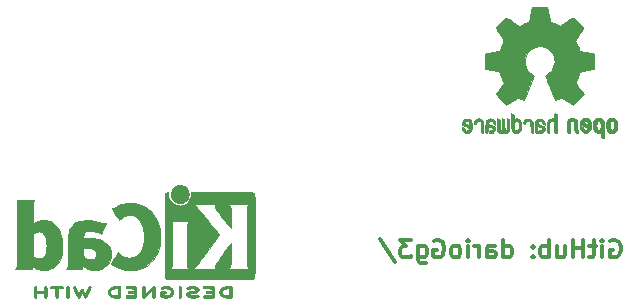
<source format=gbr>
%TF.GenerationSoftware,KiCad,Pcbnew,(6.0.5)*%
%TF.CreationDate,2022-09-01T18:41:32+02:00*%
%TF.ProjectId,4_Touch_Sensor_Board,345f546f-7563-4685-9f53-656e736f725f,rev?*%
%TF.SameCoordinates,Original*%
%TF.FileFunction,Legend,Bot*%
%TF.FilePolarity,Positive*%
%FSLAX46Y46*%
G04 Gerber Fmt 4.6, Leading zero omitted, Abs format (unit mm)*
G04 Created by KiCad (PCBNEW (6.0.5)) date 2022-09-01 18:41:32*
%MOMM*%
%LPD*%
G01*
G04 APERTURE LIST*
%ADD10C,0.300000*%
%ADD11C,0.010000*%
G04 APERTURE END LIST*
D10*
X134500000Y-73500000D02*
X134642857Y-73428571D01*
X134857142Y-73428571D01*
X135071428Y-73500000D01*
X135214285Y-73642857D01*
X135285714Y-73785714D01*
X135357142Y-74071428D01*
X135357142Y-74285714D01*
X135285714Y-74571428D01*
X135214285Y-74714285D01*
X135071428Y-74857142D01*
X134857142Y-74928571D01*
X134714285Y-74928571D01*
X134500000Y-74857142D01*
X134428571Y-74785714D01*
X134428571Y-74285714D01*
X134714285Y-74285714D01*
X133785714Y-74928571D02*
X133785714Y-73928571D01*
X133785714Y-73428571D02*
X133857142Y-73500000D01*
X133785714Y-73571428D01*
X133714285Y-73500000D01*
X133785714Y-73428571D01*
X133785714Y-73571428D01*
X133285714Y-73928571D02*
X132714285Y-73928571D01*
X133071428Y-73428571D02*
X133071428Y-74714285D01*
X133000000Y-74857142D01*
X132857142Y-74928571D01*
X132714285Y-74928571D01*
X132214285Y-74928571D02*
X132214285Y-73428571D01*
X132214285Y-74142857D02*
X131357142Y-74142857D01*
X131357142Y-74928571D02*
X131357142Y-73428571D01*
X130000000Y-73928571D02*
X130000000Y-74928571D01*
X130642857Y-73928571D02*
X130642857Y-74714285D01*
X130571428Y-74857142D01*
X130428571Y-74928571D01*
X130214285Y-74928571D01*
X130071428Y-74857142D01*
X130000000Y-74785714D01*
X129285714Y-74928571D02*
X129285714Y-73428571D01*
X129285714Y-74000000D02*
X129142857Y-73928571D01*
X128857142Y-73928571D01*
X128714285Y-74000000D01*
X128642857Y-74071428D01*
X128571428Y-74214285D01*
X128571428Y-74642857D01*
X128642857Y-74785714D01*
X128714285Y-74857142D01*
X128857142Y-74928571D01*
X129142857Y-74928571D01*
X129285714Y-74857142D01*
X127928571Y-74785714D02*
X127857142Y-74857142D01*
X127928571Y-74928571D01*
X128000000Y-74857142D01*
X127928571Y-74785714D01*
X127928571Y-74928571D01*
X127928571Y-74000000D02*
X127857142Y-74071428D01*
X127928571Y-74142857D01*
X128000000Y-74071428D01*
X127928571Y-74000000D01*
X127928571Y-74142857D01*
X125428571Y-74928571D02*
X125428571Y-73428571D01*
X125428571Y-74857142D02*
X125571428Y-74928571D01*
X125857142Y-74928571D01*
X126000000Y-74857142D01*
X126071428Y-74785714D01*
X126142857Y-74642857D01*
X126142857Y-74214285D01*
X126071428Y-74071428D01*
X126000000Y-74000000D01*
X125857142Y-73928571D01*
X125571428Y-73928571D01*
X125428571Y-74000000D01*
X124071428Y-74928571D02*
X124071428Y-74142857D01*
X124142857Y-74000000D01*
X124285714Y-73928571D01*
X124571428Y-73928571D01*
X124714285Y-74000000D01*
X124071428Y-74857142D02*
X124214285Y-74928571D01*
X124571428Y-74928571D01*
X124714285Y-74857142D01*
X124785714Y-74714285D01*
X124785714Y-74571428D01*
X124714285Y-74428571D01*
X124571428Y-74357142D01*
X124214285Y-74357142D01*
X124071428Y-74285714D01*
X123357142Y-74928571D02*
X123357142Y-73928571D01*
X123357142Y-74214285D02*
X123285714Y-74071428D01*
X123214285Y-74000000D01*
X123071428Y-73928571D01*
X122928571Y-73928571D01*
X122428571Y-74928571D02*
X122428571Y-73928571D01*
X122428571Y-73428571D02*
X122500000Y-73500000D01*
X122428571Y-73571428D01*
X122357142Y-73500000D01*
X122428571Y-73428571D01*
X122428571Y-73571428D01*
X121500000Y-74928571D02*
X121642857Y-74857142D01*
X121714285Y-74785714D01*
X121785714Y-74642857D01*
X121785714Y-74214285D01*
X121714285Y-74071428D01*
X121642857Y-74000000D01*
X121500000Y-73928571D01*
X121285714Y-73928571D01*
X121142857Y-74000000D01*
X121071428Y-74071428D01*
X121000000Y-74214285D01*
X121000000Y-74642857D01*
X121071428Y-74785714D01*
X121142857Y-74857142D01*
X121285714Y-74928571D01*
X121500000Y-74928571D01*
X119571428Y-73500000D02*
X119714285Y-73428571D01*
X119928571Y-73428571D01*
X120142857Y-73500000D01*
X120285714Y-73642857D01*
X120357142Y-73785714D01*
X120428571Y-74071428D01*
X120428571Y-74285714D01*
X120357142Y-74571428D01*
X120285714Y-74714285D01*
X120142857Y-74857142D01*
X119928571Y-74928571D01*
X119785714Y-74928571D01*
X119571428Y-74857142D01*
X119500000Y-74785714D01*
X119500000Y-74285714D01*
X119785714Y-74285714D01*
X118214285Y-73928571D02*
X118214285Y-75142857D01*
X118285714Y-75285714D01*
X118357142Y-75357142D01*
X118500000Y-75428571D01*
X118714285Y-75428571D01*
X118857142Y-75357142D01*
X118214285Y-74857142D02*
X118357142Y-74928571D01*
X118642857Y-74928571D01*
X118785714Y-74857142D01*
X118857142Y-74785714D01*
X118928571Y-74642857D01*
X118928571Y-74214285D01*
X118857142Y-74071428D01*
X118785714Y-74000000D01*
X118642857Y-73928571D01*
X118357142Y-73928571D01*
X118214285Y-74000000D01*
X117642857Y-73428571D02*
X116714285Y-73428571D01*
X117214285Y-74000000D01*
X117000000Y-74000000D01*
X116857142Y-74071428D01*
X116785714Y-74142857D01*
X116714285Y-74285714D01*
X116714285Y-74642857D01*
X116785714Y-74785714D01*
X116857142Y-74857142D01*
X117000000Y-74928571D01*
X117428571Y-74928571D01*
X117571428Y-74857142D01*
X117642857Y-74785714D01*
X115000000Y-73357142D02*
X116285714Y-75285714D01*
%TO.C,REF\u002A\u002A*%
G36*
X122747744Y-63858946D02*
G01*
X122740612Y-64012254D01*
X122721948Y-64124441D01*
X122687537Y-64207554D01*
X122633162Y-64273641D01*
X122554610Y-64334747D01*
X122504630Y-64362535D01*
X122424513Y-64381251D01*
X122311970Y-64379774D01*
X122249050Y-64373845D01*
X122173153Y-64355742D01*
X122112487Y-64316391D01*
X122041912Y-64243066D01*
X122032482Y-64232356D01*
X121969034Y-64149938D01*
X121938762Y-64078156D01*
X121931034Y-63993034D01*
X121931034Y-63867946D01*
X122018447Y-63900940D01*
X122082175Y-63939509D01*
X122137567Y-64030008D01*
X122149131Y-64058983D01*
X122213788Y-64141041D01*
X122301804Y-64182347D01*
X122397637Y-64178633D01*
X122485747Y-64125632D01*
X122516028Y-64092582D01*
X122543489Y-64042720D01*
X122534899Y-63997416D01*
X122485463Y-63950790D01*
X122390389Y-63896958D01*
X122244885Y-63830039D01*
X121945632Y-63699056D01*
X121937691Y-63569298D01*
X121940676Y-63486649D01*
X122135652Y-63486649D01*
X122150453Y-63537815D01*
X122217797Y-63592442D01*
X122340027Y-63654597D01*
X122360253Y-63663601D01*
X122456970Y-63705493D01*
X122529334Y-63734958D01*
X122562961Y-63746092D01*
X122568056Y-63737896D01*
X122570101Y-63687853D01*
X122562812Y-63607414D01*
X122544452Y-63528753D01*
X122487188Y-63429651D01*
X122404524Y-63373808D01*
X122305784Y-63366250D01*
X122200289Y-63412000D01*
X122171053Y-63434876D01*
X122135652Y-63486649D01*
X121940676Y-63486649D01*
X121941196Y-63472255D01*
X121985336Y-63349617D01*
X122041050Y-63282034D01*
X122156561Y-63206540D01*
X122293588Y-63168403D01*
X122435237Y-63171422D01*
X122564617Y-63219393D01*
X122593099Y-63237813D01*
X122658428Y-63294811D01*
X122703106Y-63366916D01*
X122730641Y-63464853D01*
X122744541Y-63599351D01*
X122746378Y-63687853D01*
X122748313Y-63781136D01*
X122747744Y-63858946D01*
G37*
D11*
X122747744Y-63858946D02*
X122740612Y-64012254D01*
X122721948Y-64124441D01*
X122687537Y-64207554D01*
X122633162Y-64273641D01*
X122554610Y-64334747D01*
X122504630Y-64362535D01*
X122424513Y-64381251D01*
X122311970Y-64379774D01*
X122249050Y-64373845D01*
X122173153Y-64355742D01*
X122112487Y-64316391D01*
X122041912Y-64243066D01*
X122032482Y-64232356D01*
X121969034Y-64149938D01*
X121938762Y-64078156D01*
X121931034Y-63993034D01*
X121931034Y-63867946D01*
X122018447Y-63900940D01*
X122082175Y-63939509D01*
X122137567Y-64030008D01*
X122149131Y-64058983D01*
X122213788Y-64141041D01*
X122301804Y-64182347D01*
X122397637Y-64178633D01*
X122485747Y-64125632D01*
X122516028Y-64092582D01*
X122543489Y-64042720D01*
X122534899Y-63997416D01*
X122485463Y-63950790D01*
X122390389Y-63896958D01*
X122244885Y-63830039D01*
X121945632Y-63699056D01*
X121937691Y-63569298D01*
X121940676Y-63486649D01*
X122135652Y-63486649D01*
X122150453Y-63537815D01*
X122217797Y-63592442D01*
X122340027Y-63654597D01*
X122360253Y-63663601D01*
X122456970Y-63705493D01*
X122529334Y-63734958D01*
X122562961Y-63746092D01*
X122568056Y-63737896D01*
X122570101Y-63687853D01*
X122562812Y-63607414D01*
X122544452Y-63528753D01*
X122487188Y-63429651D01*
X122404524Y-63373808D01*
X122305784Y-63366250D01*
X122200289Y-63412000D01*
X122171053Y-63434876D01*
X122135652Y-63486649D01*
X121940676Y-63486649D01*
X121941196Y-63472255D01*
X121985336Y-63349617D01*
X122041050Y-63282034D01*
X122156561Y-63206540D01*
X122293588Y-63168403D01*
X122435237Y-63171422D01*
X122564617Y-63219393D01*
X122593099Y-63237813D01*
X122658428Y-63294811D01*
X122703106Y-63366916D01*
X122730641Y-63464853D01*
X122744541Y-63599351D01*
X122746378Y-63687853D01*
X122748313Y-63781136D01*
X122747744Y-63858946D01*
G36*
X128729175Y-53703045D02*
G01*
X128881895Y-53704039D01*
X128991792Y-53706593D01*
X129066235Y-53711445D01*
X129112594Y-53719331D01*
X129138239Y-53730988D01*
X129150539Y-53747153D01*
X129156865Y-53768563D01*
X129157047Y-53769332D01*
X129167441Y-53819663D01*
X129186339Y-53916888D01*
X129211802Y-54050810D01*
X129241890Y-54211235D01*
X129274664Y-54387967D01*
X129277337Y-54402428D01*
X129310010Y-54573959D01*
X129340413Y-54724625D01*
X129366568Y-54845267D01*
X129386496Y-54926729D01*
X129398220Y-54959852D01*
X129398282Y-54959905D01*
X129435229Y-54978229D01*
X129511057Y-55008677D01*
X129609425Y-55044685D01*
X129614965Y-55046640D01*
X129740724Y-55094170D01*
X129887011Y-55153783D01*
X130023293Y-55213056D01*
X130247390Y-55314765D01*
X130743618Y-54975897D01*
X130778570Y-54952063D01*
X130928280Y-54850755D01*
X131061867Y-54761575D01*
X131171343Y-54689773D01*
X131248718Y-54640603D01*
X131286004Y-54619317D01*
X131311552Y-54624196D01*
X131369555Y-54662002D01*
X131459195Y-54736870D01*
X131582957Y-54850903D01*
X131743328Y-55006205D01*
X131757679Y-55020341D01*
X131884933Y-55146999D01*
X131997969Y-55261745D01*
X132089867Y-55357391D01*
X132153707Y-55426746D01*
X132182570Y-55462620D01*
X132182664Y-55462794D01*
X132186331Y-55490106D01*
X132172808Y-55534408D01*
X132138684Y-55601761D01*
X132080548Y-55698226D01*
X131994988Y-55829863D01*
X131878594Y-56002734D01*
X131858759Y-56031912D01*
X131758445Y-56179726D01*
X131669923Y-56310577D01*
X131598465Y-56416643D01*
X131549343Y-56490102D01*
X131527831Y-56523130D01*
X131526208Y-56530126D01*
X131536387Y-56582326D01*
X131566879Y-56667561D01*
X131612712Y-56771291D01*
X131675000Y-56906951D01*
X131744548Y-57067921D01*
X131803609Y-57213621D01*
X131818252Y-57251333D01*
X131856600Y-57347622D01*
X131884770Y-57414704D01*
X131897497Y-57439885D01*
X131911545Y-57441767D01*
X131974681Y-57452651D01*
X132078019Y-57471449D01*
X132210809Y-57496115D01*
X132362297Y-57524604D01*
X132521732Y-57554873D01*
X132678361Y-57584875D01*
X132821433Y-57612566D01*
X132940195Y-57635900D01*
X133023896Y-57652833D01*
X133061782Y-57661320D01*
X133068063Y-57663713D01*
X133083373Y-57676619D01*
X133094763Y-57704096D01*
X133102803Y-57753446D01*
X133108064Y-57831973D01*
X133111116Y-57946980D01*
X133112529Y-58105770D01*
X133112873Y-58315645D01*
X133112873Y-58953906D01*
X132959598Y-58984160D01*
X132941057Y-58987785D01*
X132842596Y-59006569D01*
X132706448Y-59032093D01*
X132548087Y-59061468D01*
X132382988Y-59091806D01*
X132317973Y-59104009D01*
X132172697Y-59133697D01*
X132051626Y-59161770D01*
X131965886Y-59185536D01*
X131926601Y-59202301D01*
X131908799Y-59229694D01*
X131876389Y-59302174D01*
X131843234Y-59395977D01*
X131831564Y-59431103D01*
X131788604Y-59546409D01*
X131733192Y-59682876D01*
X131674353Y-59817954D01*
X131642884Y-59888509D01*
X131598051Y-59993895D01*
X131567240Y-60072818D01*
X131555785Y-60112053D01*
X131556422Y-60115014D01*
X131578150Y-60156639D01*
X131627146Y-60236969D01*
X131698438Y-60348220D01*
X131787054Y-60482605D01*
X131888023Y-60632340D01*
X132220261Y-61119931D01*
X131783771Y-61557149D01*
X131741555Y-61599221D01*
X131612470Y-61725153D01*
X131497107Y-61833754D01*
X131402224Y-61918903D01*
X131334582Y-61974482D01*
X131300938Y-61994368D01*
X131264402Y-61979238D01*
X131187890Y-61935801D01*
X131080196Y-61869270D01*
X130949767Y-61784867D01*
X130805052Y-61687816D01*
X130662910Y-61591964D01*
X130534678Y-61507557D01*
X130430054Y-61440850D01*
X130357171Y-61397024D01*
X130324158Y-61381264D01*
X130322223Y-61381408D01*
X130278369Y-61396945D01*
X130200598Y-61433121D01*
X130104392Y-61482785D01*
X130103381Y-61483329D01*
X129975605Y-61547326D01*
X129888051Y-61578591D01*
X129833726Y-61578677D01*
X129805641Y-61549138D01*
X129793752Y-61520061D01*
X129761668Y-61442188D01*
X129712247Y-61322475D01*
X129648118Y-61167286D01*
X129571911Y-60982984D01*
X129486255Y-60775933D01*
X129393781Y-60552496D01*
X129309962Y-60349226D01*
X129224678Y-60140649D01*
X129149222Y-59954263D01*
X129086126Y-59796407D01*
X129037923Y-59673419D01*
X129007144Y-59591639D01*
X128996322Y-59557406D01*
X129016991Y-59526015D01*
X129074409Y-59473602D01*
X129155688Y-59412704D01*
X129350820Y-59253387D01*
X129525445Y-59049807D01*
X129653235Y-58825808D01*
X129733402Y-58588003D01*
X129765160Y-58343007D01*
X129747722Y-58097433D01*
X129680301Y-57857895D01*
X129562111Y-57631007D01*
X129392364Y-57423383D01*
X129303856Y-57342527D01*
X129091804Y-57199559D01*
X128864905Y-57106352D01*
X128629791Y-57060687D01*
X128393094Y-57060344D01*
X128161446Y-57103105D01*
X127941478Y-57186750D01*
X127739822Y-57309061D01*
X127563111Y-57467817D01*
X127417977Y-57660801D01*
X127311050Y-57885793D01*
X127248964Y-58140575D01*
X127237569Y-58263377D01*
X127253246Y-58529434D01*
X127323846Y-58781856D01*
X127447282Y-59016182D01*
X127621466Y-59227952D01*
X127844311Y-59412704D01*
X127922561Y-59471123D01*
X127981244Y-59524110D01*
X128003678Y-59557356D01*
X127994732Y-59586339D01*
X127965703Y-59663996D01*
X127919026Y-59783451D01*
X127857231Y-59938362D01*
X127782850Y-60122392D01*
X127698412Y-60329200D01*
X127606449Y-60552446D01*
X127522771Y-60754742D01*
X127436366Y-60963686D01*
X127359138Y-61150498D01*
X127293716Y-61308814D01*
X127242731Y-61432269D01*
X127208812Y-61514498D01*
X127194590Y-61549138D01*
X127194425Y-61549548D01*
X127165972Y-61578798D01*
X127111382Y-61578463D01*
X127023609Y-61546980D01*
X126895608Y-61482785D01*
X126885532Y-61477380D01*
X126790481Y-61428750D01*
X126715424Y-61394328D01*
X126675842Y-61381264D01*
X126643400Y-61396702D01*
X126570895Y-61440258D01*
X126466565Y-61506751D01*
X126338539Y-61590998D01*
X126194948Y-61687816D01*
X126053468Y-61782734D01*
X125922611Y-61867490D01*
X125814292Y-61934496D01*
X125736960Y-61978529D01*
X125699062Y-61994368D01*
X125692607Y-61992357D01*
X125647609Y-61960658D01*
X125570727Y-61895181D01*
X125468721Y-61802048D01*
X125348351Y-61687381D01*
X125216379Y-61557300D01*
X124780039Y-61120232D01*
X125459733Y-60120440D01*
X125356402Y-59896886D01*
X125356096Y-59896225D01*
X125294046Y-59753714D01*
X125230640Y-59595018D01*
X125179558Y-59454368D01*
X125171827Y-59431683D01*
X125132852Y-59326370D01*
X125097707Y-59244534D01*
X125073195Y-59202301D01*
X125063212Y-59196337D01*
X125003286Y-59176329D01*
X124901532Y-59150442D01*
X124769068Y-59121370D01*
X124617011Y-59091806D01*
X124571466Y-59083467D01*
X124406685Y-59053107D01*
X124252930Y-59024509D01*
X124125678Y-59000564D01*
X124040402Y-58984160D01*
X123887126Y-58953906D01*
X123887126Y-58315645D01*
X123887160Y-58237165D01*
X123887808Y-58045703D01*
X123889720Y-57902812D01*
X123893469Y-57801189D01*
X123899622Y-57733531D01*
X123908751Y-57692536D01*
X123921427Y-57670900D01*
X123938218Y-57661320D01*
X123954474Y-57657439D01*
X124020748Y-57643710D01*
X124126479Y-57622745D01*
X124260915Y-57596588D01*
X124413302Y-57567283D01*
X124572890Y-57536877D01*
X124728925Y-57507413D01*
X124870657Y-57480937D01*
X124987331Y-57459494D01*
X125068197Y-57445128D01*
X125102503Y-57439885D01*
X125104822Y-57436720D01*
X125123474Y-57395642D01*
X125155753Y-57317044D01*
X125196391Y-57213621D01*
X125252788Y-57074273D01*
X125322214Y-56913226D01*
X125387288Y-56771291D01*
X125402202Y-56739432D01*
X125444047Y-56639669D01*
X125469118Y-56562721D01*
X125472426Y-56523130D01*
X125470720Y-56520325D01*
X125443631Y-56479005D01*
X125389927Y-56398740D01*
X125314877Y-56287350D01*
X125223746Y-56152655D01*
X125121800Y-56002476D01*
X125006930Y-55831851D01*
X124920761Y-55699311D01*
X124862131Y-55602112D01*
X124827650Y-55534234D01*
X124813926Y-55489656D01*
X124817568Y-55462361D01*
X124818794Y-55460313D01*
X124851747Y-55420536D01*
X124918927Y-55348052D01*
X125013419Y-55250046D01*
X125128306Y-55133702D01*
X125256672Y-55006205D01*
X125389831Y-54876821D01*
X125520269Y-54755209D01*
X125616119Y-54673156D01*
X125679866Y-54628560D01*
X125713996Y-54619317D01*
X125718456Y-54621393D01*
X125765421Y-54649385D01*
X125850685Y-54704084D01*
X125966259Y-54780237D01*
X126104154Y-54872592D01*
X126256381Y-54975897D01*
X126752610Y-55314765D01*
X126976707Y-55213056D01*
X126983219Y-55210109D01*
X127120804Y-55150504D01*
X127266767Y-55091222D01*
X127390575Y-55044685D01*
X127391122Y-55044493D01*
X127489414Y-55008497D01*
X127565081Y-54978095D01*
X127601780Y-54959852D01*
X127602374Y-54959190D01*
X127614833Y-54921831D01*
X127635336Y-54836871D01*
X127661907Y-54713469D01*
X127692567Y-54560782D01*
X127725336Y-54387967D01*
X127726478Y-54381774D01*
X127759193Y-54205431D01*
X127789155Y-54045743D01*
X127814425Y-53912905D01*
X127833065Y-53817113D01*
X127843135Y-53768563D01*
X127843779Y-53765873D01*
X127850408Y-53745088D01*
X127863841Y-53729466D01*
X127891446Y-53718270D01*
X127940593Y-53710762D01*
X128018653Y-53706205D01*
X128132994Y-53703863D01*
X128290986Y-53702998D01*
X128500000Y-53702874D01*
X128526262Y-53702874D01*
X128729175Y-53703045D01*
G37*
X128729175Y-53703045D02*
X128881895Y-53704039D01*
X128991792Y-53706593D01*
X129066235Y-53711445D01*
X129112594Y-53719331D01*
X129138239Y-53730988D01*
X129150539Y-53747153D01*
X129156865Y-53768563D01*
X129157047Y-53769332D01*
X129167441Y-53819663D01*
X129186339Y-53916888D01*
X129211802Y-54050810D01*
X129241890Y-54211235D01*
X129274664Y-54387967D01*
X129277337Y-54402428D01*
X129310010Y-54573959D01*
X129340413Y-54724625D01*
X129366568Y-54845267D01*
X129386496Y-54926729D01*
X129398220Y-54959852D01*
X129398282Y-54959905D01*
X129435229Y-54978229D01*
X129511057Y-55008677D01*
X129609425Y-55044685D01*
X129614965Y-55046640D01*
X129740724Y-55094170D01*
X129887011Y-55153783D01*
X130023293Y-55213056D01*
X130247390Y-55314765D01*
X130743618Y-54975897D01*
X130778570Y-54952063D01*
X130928280Y-54850755D01*
X131061867Y-54761575D01*
X131171343Y-54689773D01*
X131248718Y-54640603D01*
X131286004Y-54619317D01*
X131311552Y-54624196D01*
X131369555Y-54662002D01*
X131459195Y-54736870D01*
X131582957Y-54850903D01*
X131743328Y-55006205D01*
X131757679Y-55020341D01*
X131884933Y-55146999D01*
X131997969Y-55261745D01*
X132089867Y-55357391D01*
X132153707Y-55426746D01*
X132182570Y-55462620D01*
X132182664Y-55462794D01*
X132186331Y-55490106D01*
X132172808Y-55534408D01*
X132138684Y-55601761D01*
X132080548Y-55698226D01*
X131994988Y-55829863D01*
X131878594Y-56002734D01*
X131858759Y-56031912D01*
X131758445Y-56179726D01*
X131669923Y-56310577D01*
X131598465Y-56416643D01*
X131549343Y-56490102D01*
X131527831Y-56523130D01*
X131526208Y-56530126D01*
X131536387Y-56582326D01*
X131566879Y-56667561D01*
X131612712Y-56771291D01*
X131675000Y-56906951D01*
X131744548Y-57067921D01*
X131803609Y-57213621D01*
X131818252Y-57251333D01*
X131856600Y-57347622D01*
X131884770Y-57414704D01*
X131897497Y-57439885D01*
X131911545Y-57441767D01*
X131974681Y-57452651D01*
X132078019Y-57471449D01*
X132210809Y-57496115D01*
X132362297Y-57524604D01*
X132521732Y-57554873D01*
X132678361Y-57584875D01*
X132821433Y-57612566D01*
X132940195Y-57635900D01*
X133023896Y-57652833D01*
X133061782Y-57661320D01*
X133068063Y-57663713D01*
X133083373Y-57676619D01*
X133094763Y-57704096D01*
X133102803Y-57753446D01*
X133108064Y-57831973D01*
X133111116Y-57946980D01*
X133112529Y-58105770D01*
X133112873Y-58315645D01*
X133112873Y-58953906D01*
X132959598Y-58984160D01*
X132941057Y-58987785D01*
X132842596Y-59006569D01*
X132706448Y-59032093D01*
X132548087Y-59061468D01*
X132382988Y-59091806D01*
X132317973Y-59104009D01*
X132172697Y-59133697D01*
X132051626Y-59161770D01*
X131965886Y-59185536D01*
X131926601Y-59202301D01*
X131908799Y-59229694D01*
X131876389Y-59302174D01*
X131843234Y-59395977D01*
X131831564Y-59431103D01*
X131788604Y-59546409D01*
X131733192Y-59682876D01*
X131674353Y-59817954D01*
X131642884Y-59888509D01*
X131598051Y-59993895D01*
X131567240Y-60072818D01*
X131555785Y-60112053D01*
X131556422Y-60115014D01*
X131578150Y-60156639D01*
X131627146Y-60236969D01*
X131698438Y-60348220D01*
X131787054Y-60482605D01*
X131888023Y-60632340D01*
X132220261Y-61119931D01*
X131783771Y-61557149D01*
X131741555Y-61599221D01*
X131612470Y-61725153D01*
X131497107Y-61833754D01*
X131402224Y-61918903D01*
X131334582Y-61974482D01*
X131300938Y-61994368D01*
X131264402Y-61979238D01*
X131187890Y-61935801D01*
X131080196Y-61869270D01*
X130949767Y-61784867D01*
X130805052Y-61687816D01*
X130662910Y-61591964D01*
X130534678Y-61507557D01*
X130430054Y-61440850D01*
X130357171Y-61397024D01*
X130324158Y-61381264D01*
X130322223Y-61381408D01*
X130278369Y-61396945D01*
X130200598Y-61433121D01*
X130104392Y-61482785D01*
X130103381Y-61483329D01*
X129975605Y-61547326D01*
X129888051Y-61578591D01*
X129833726Y-61578677D01*
X129805641Y-61549138D01*
X129793752Y-61520061D01*
X129761668Y-61442188D01*
X129712247Y-61322475D01*
X129648118Y-61167286D01*
X129571911Y-60982984D01*
X129486255Y-60775933D01*
X129393781Y-60552496D01*
X129309962Y-60349226D01*
X129224678Y-60140649D01*
X129149222Y-59954263D01*
X129086126Y-59796407D01*
X129037923Y-59673419D01*
X129007144Y-59591639D01*
X128996322Y-59557406D01*
X129016991Y-59526015D01*
X129074409Y-59473602D01*
X129155688Y-59412704D01*
X129350820Y-59253387D01*
X129525445Y-59049807D01*
X129653235Y-58825808D01*
X129733402Y-58588003D01*
X129765160Y-58343007D01*
X129747722Y-58097433D01*
X129680301Y-57857895D01*
X129562111Y-57631007D01*
X129392364Y-57423383D01*
X129303856Y-57342527D01*
X129091804Y-57199559D01*
X128864905Y-57106352D01*
X128629791Y-57060687D01*
X128393094Y-57060344D01*
X128161446Y-57103105D01*
X127941478Y-57186750D01*
X127739822Y-57309061D01*
X127563111Y-57467817D01*
X127417977Y-57660801D01*
X127311050Y-57885793D01*
X127248964Y-58140575D01*
X127237569Y-58263377D01*
X127253246Y-58529434D01*
X127323846Y-58781856D01*
X127447282Y-59016182D01*
X127621466Y-59227952D01*
X127844311Y-59412704D01*
X127922561Y-59471123D01*
X127981244Y-59524110D01*
X128003678Y-59557356D01*
X127994732Y-59586339D01*
X127965703Y-59663996D01*
X127919026Y-59783451D01*
X127857231Y-59938362D01*
X127782850Y-60122392D01*
X127698412Y-60329200D01*
X127606449Y-60552446D01*
X127522771Y-60754742D01*
X127436366Y-60963686D01*
X127359138Y-61150498D01*
X127293716Y-61308814D01*
X127242731Y-61432269D01*
X127208812Y-61514498D01*
X127194590Y-61549138D01*
X127194425Y-61549548D01*
X127165972Y-61578798D01*
X127111382Y-61578463D01*
X127023609Y-61546980D01*
X126895608Y-61482785D01*
X126885532Y-61477380D01*
X126790481Y-61428750D01*
X126715424Y-61394328D01*
X126675842Y-61381264D01*
X126643400Y-61396702D01*
X126570895Y-61440258D01*
X126466565Y-61506751D01*
X126338539Y-61590998D01*
X126194948Y-61687816D01*
X126053468Y-61782734D01*
X125922611Y-61867490D01*
X125814292Y-61934496D01*
X125736960Y-61978529D01*
X125699062Y-61994368D01*
X125692607Y-61992357D01*
X125647609Y-61960658D01*
X125570727Y-61895181D01*
X125468721Y-61802048D01*
X125348351Y-61687381D01*
X125216379Y-61557300D01*
X124780039Y-61120232D01*
X125459733Y-60120440D01*
X125356402Y-59896886D01*
X125356096Y-59896225D01*
X125294046Y-59753714D01*
X125230640Y-59595018D01*
X125179558Y-59454368D01*
X125171827Y-59431683D01*
X125132852Y-59326370D01*
X125097707Y-59244534D01*
X125073195Y-59202301D01*
X125063212Y-59196337D01*
X125003286Y-59176329D01*
X124901532Y-59150442D01*
X124769068Y-59121370D01*
X124617011Y-59091806D01*
X124571466Y-59083467D01*
X124406685Y-59053107D01*
X124252930Y-59024509D01*
X124125678Y-59000564D01*
X124040402Y-58984160D01*
X123887126Y-58953906D01*
X123887126Y-58315645D01*
X123887160Y-58237165D01*
X123887808Y-58045703D01*
X123889720Y-57902812D01*
X123893469Y-57801189D01*
X123899622Y-57733531D01*
X123908751Y-57692536D01*
X123921427Y-57670900D01*
X123938218Y-57661320D01*
X123954474Y-57657439D01*
X124020748Y-57643710D01*
X124126479Y-57622745D01*
X124260915Y-57596588D01*
X124413302Y-57567283D01*
X124572890Y-57536877D01*
X124728925Y-57507413D01*
X124870657Y-57480937D01*
X124987331Y-57459494D01*
X125068197Y-57445128D01*
X125102503Y-57439885D01*
X125104822Y-57436720D01*
X125123474Y-57395642D01*
X125155753Y-57317044D01*
X125196391Y-57213621D01*
X125252788Y-57074273D01*
X125322214Y-56913226D01*
X125387288Y-56771291D01*
X125402202Y-56739432D01*
X125444047Y-56639669D01*
X125469118Y-56562721D01*
X125472426Y-56523130D01*
X125470720Y-56520325D01*
X125443631Y-56479005D01*
X125389927Y-56398740D01*
X125314877Y-56287350D01*
X125223746Y-56152655D01*
X125121800Y-56002476D01*
X125006930Y-55831851D01*
X124920761Y-55699311D01*
X124862131Y-55602112D01*
X124827650Y-55534234D01*
X124813926Y-55489656D01*
X124817568Y-55462361D01*
X124818794Y-55460313D01*
X124851747Y-55420536D01*
X124918927Y-55348052D01*
X125013419Y-55250046D01*
X125128306Y-55133702D01*
X125256672Y-55006205D01*
X125389831Y-54876821D01*
X125520269Y-54755209D01*
X125616119Y-54673156D01*
X125679866Y-54628560D01*
X125713996Y-54619317D01*
X125718456Y-54621393D01*
X125765421Y-54649385D01*
X125850685Y-54704084D01*
X125966259Y-54780237D01*
X126104154Y-54872592D01*
X126256381Y-54975897D01*
X126752610Y-55314765D01*
X126976707Y-55213056D01*
X126983219Y-55210109D01*
X127120804Y-55150504D01*
X127266767Y-55091222D01*
X127390575Y-55044685D01*
X127391122Y-55044493D01*
X127489414Y-55008497D01*
X127565081Y-54978095D01*
X127601780Y-54959852D01*
X127602374Y-54959190D01*
X127614833Y-54921831D01*
X127635336Y-54836871D01*
X127661907Y-54713469D01*
X127692567Y-54560782D01*
X127725336Y-54387967D01*
X127726478Y-54381774D01*
X127759193Y-54205431D01*
X127789155Y-54045743D01*
X127814425Y-53912905D01*
X127833065Y-53817113D01*
X127843135Y-53768563D01*
X127843779Y-53765873D01*
X127850408Y-53745088D01*
X127863841Y-53729466D01*
X127891446Y-53718270D01*
X127940593Y-53710762D01*
X128018653Y-53706205D01*
X128132994Y-53703863D01*
X128290986Y-53702998D01*
X128500000Y-53702874D01*
X128526262Y-53702874D01*
X128729175Y-53703045D01*
G36*
X128679995Y-63193674D02*
G01*
X128780355Y-63252191D01*
X128824505Y-63297784D01*
X128909347Y-63434072D01*
X128937931Y-63582658D01*
X128937931Y-63684882D01*
X128843963Y-63645372D01*
X128778977Y-63605504D01*
X128727763Y-63522734D01*
X128722504Y-63505669D01*
X128665903Y-63418724D01*
X128580594Y-63371758D01*
X128482641Y-63369741D01*
X128388106Y-63417644D01*
X128373993Y-63429998D01*
X128326797Y-63483683D01*
X128319003Y-63530488D01*
X128354706Y-63576446D01*
X128438003Y-63627588D01*
X128572988Y-63689948D01*
X128582118Y-63693897D01*
X128731969Y-63763772D01*
X128834316Y-63825672D01*
X128897320Y-63887476D01*
X128929138Y-63957062D01*
X128937931Y-64042308D01*
X128926409Y-64136816D01*
X128868228Y-64257785D01*
X128765875Y-64344688D01*
X128691843Y-64370778D01*
X128587367Y-64385055D01*
X128485917Y-64382006D01*
X128413472Y-64360467D01*
X128405777Y-64355104D01*
X128385341Y-64317632D01*
X128399522Y-64251591D01*
X128424161Y-64199753D01*
X128463670Y-64178172D01*
X128538602Y-64179246D01*
X128642630Y-64173055D01*
X128710605Y-64130311D01*
X128733563Y-64051189D01*
X128733542Y-64048916D01*
X128719629Y-64002986D01*
X128672303Y-63960845D01*
X128580287Y-63912272D01*
X128455151Y-63853790D01*
X128372268Y-63821975D01*
X128324420Y-63824025D01*
X128302063Y-63866051D01*
X128295649Y-63954162D01*
X128295632Y-64094469D01*
X128294917Y-64181081D01*
X128291635Y-64288041D01*
X128286300Y-64361250D01*
X128279585Y-64388391D01*
X128277790Y-64388206D01*
X128238982Y-64373498D01*
X128174709Y-64342456D01*
X128085880Y-64296521D01*
X128096436Y-63882628D01*
X128097171Y-63855179D01*
X128105555Y-63662517D01*
X128120366Y-63517309D01*
X128144629Y-63409887D01*
X128181364Y-63330584D01*
X128233597Y-63269730D01*
X128304348Y-63217658D01*
X128305657Y-63216842D01*
X128420056Y-63174360D01*
X128552365Y-63167184D01*
X128679995Y-63193674D01*
G37*
X128679995Y-63193674D02*
X128780355Y-63252191D01*
X128824505Y-63297784D01*
X128909347Y-63434072D01*
X128937931Y-63582658D01*
X128937931Y-63684882D01*
X128843963Y-63645372D01*
X128778977Y-63605504D01*
X128727763Y-63522734D01*
X128722504Y-63505669D01*
X128665903Y-63418724D01*
X128580594Y-63371758D01*
X128482641Y-63369741D01*
X128388106Y-63417644D01*
X128373993Y-63429998D01*
X128326797Y-63483683D01*
X128319003Y-63530488D01*
X128354706Y-63576446D01*
X128438003Y-63627588D01*
X128572988Y-63689948D01*
X128582118Y-63693897D01*
X128731969Y-63763772D01*
X128834316Y-63825672D01*
X128897320Y-63887476D01*
X128929138Y-63957062D01*
X128937931Y-64042308D01*
X128926409Y-64136816D01*
X128868228Y-64257785D01*
X128765875Y-64344688D01*
X128691843Y-64370778D01*
X128587367Y-64385055D01*
X128485917Y-64382006D01*
X128413472Y-64360467D01*
X128405777Y-64355104D01*
X128385341Y-64317632D01*
X128399522Y-64251591D01*
X128424161Y-64199753D01*
X128463670Y-64178172D01*
X128538602Y-64179246D01*
X128642630Y-64173055D01*
X128710605Y-64130311D01*
X128733563Y-64051189D01*
X128733542Y-64048916D01*
X128719629Y-64002986D01*
X128672303Y-63960845D01*
X128580287Y-63912272D01*
X128455151Y-63853790D01*
X128372268Y-63821975D01*
X128324420Y-63824025D01*
X128302063Y-63866051D01*
X128295649Y-63954162D01*
X128295632Y-64094469D01*
X128294917Y-64181081D01*
X128291635Y-64288041D01*
X128286300Y-64361250D01*
X128279585Y-64388391D01*
X128277790Y-64388206D01*
X128238982Y-64373498D01*
X128174709Y-64342456D01*
X128085880Y-64296521D01*
X128096436Y-63882628D01*
X128097171Y-63855179D01*
X128105555Y-63662517D01*
X128120366Y-63517309D01*
X128144629Y-63409887D01*
X128181364Y-63330584D01*
X128233597Y-63269730D01*
X128304348Y-63217658D01*
X128305657Y-63216842D01*
X128420056Y-63174360D01*
X128552365Y-63167184D01*
X128679995Y-63193674D01*
G36*
X124411628Y-63164810D02*
G01*
X124474194Y-63180702D01*
X124532446Y-63220322D01*
X124607418Y-63294076D01*
X124655633Y-63346163D01*
X124705858Y-63413786D01*
X124728510Y-63477168D01*
X124733793Y-63557584D01*
X124733793Y-63689201D01*
X124644035Y-63642785D01*
X124572904Y-63586225D01*
X124524183Y-63510040D01*
X124515814Y-63489326D01*
X124452056Y-63409041D01*
X124363470Y-63368784D01*
X124266873Y-63372702D01*
X124179080Y-63424943D01*
X124141936Y-63467370D01*
X124120300Y-63521647D01*
X124143461Y-63569954D01*
X124215479Y-63618545D01*
X124340410Y-63673677D01*
X124359368Y-63681292D01*
X124473105Y-63731125D01*
X124570706Y-63780265D01*
X124632803Y-63819080D01*
X124694999Y-63888411D01*
X124736346Y-63999051D01*
X124731957Y-64117782D01*
X124683037Y-64230148D01*
X124590797Y-64321690D01*
X124516110Y-64360658D01*
X124371832Y-64387944D01*
X124291656Y-64384263D01*
X124217435Y-64364360D01*
X124188960Y-64322598D01*
X124199608Y-64253820D01*
X124202705Y-64244726D01*
X124227268Y-64196498D01*
X124268165Y-64178245D01*
X124346079Y-64179466D01*
X124401091Y-64181126D01*
X124465459Y-64166881D01*
X124509561Y-64124292D01*
X124534680Y-64071857D01*
X124537481Y-64016929D01*
X124537352Y-64016608D01*
X124504785Y-63986928D01*
X124435083Y-63943735D01*
X124344898Y-63895461D01*
X124250883Y-63850539D01*
X124169689Y-63817402D01*
X124117968Y-63804483D01*
X124110274Y-63817134D01*
X124100588Y-63876668D01*
X124093954Y-63973887D01*
X124091494Y-64096437D01*
X124090922Y-64181263D01*
X124088225Y-64288094D01*
X124083821Y-64361257D01*
X124078270Y-64388391D01*
X124049254Y-64379272D01*
X123990684Y-64354509D01*
X123916322Y-64320627D01*
X123916322Y-63885933D01*
X123916797Y-63774508D01*
X123921293Y-63605301D01*
X123932747Y-63479769D01*
X123953828Y-63388363D01*
X123987206Y-63321532D01*
X124035550Y-63269726D01*
X124101531Y-63223393D01*
X124185594Y-63185156D01*
X124340807Y-63162184D01*
X124411628Y-63164810D01*
G37*
X124411628Y-63164810D02*
X124474194Y-63180702D01*
X124532446Y-63220322D01*
X124607418Y-63294076D01*
X124655633Y-63346163D01*
X124705858Y-63413786D01*
X124728510Y-63477168D01*
X124733793Y-63557584D01*
X124733793Y-63689201D01*
X124644035Y-63642785D01*
X124572904Y-63586225D01*
X124524183Y-63510040D01*
X124515814Y-63489326D01*
X124452056Y-63409041D01*
X124363470Y-63368784D01*
X124266873Y-63372702D01*
X124179080Y-63424943D01*
X124141936Y-63467370D01*
X124120300Y-63521647D01*
X124143461Y-63569954D01*
X124215479Y-63618545D01*
X124340410Y-63673677D01*
X124359368Y-63681292D01*
X124473105Y-63731125D01*
X124570706Y-63780265D01*
X124632803Y-63819080D01*
X124694999Y-63888411D01*
X124736346Y-63999051D01*
X124731957Y-64117782D01*
X124683037Y-64230148D01*
X124590797Y-64321690D01*
X124516110Y-64360658D01*
X124371832Y-64387944D01*
X124291656Y-64384263D01*
X124217435Y-64364360D01*
X124188960Y-64322598D01*
X124199608Y-64253820D01*
X124202705Y-64244726D01*
X124227268Y-64196498D01*
X124268165Y-64178245D01*
X124346079Y-64179466D01*
X124401091Y-64181126D01*
X124465459Y-64166881D01*
X124509561Y-64124292D01*
X124534680Y-64071857D01*
X124537481Y-64016929D01*
X124537352Y-64016608D01*
X124504785Y-63986928D01*
X124435083Y-63943735D01*
X124344898Y-63895461D01*
X124250883Y-63850539D01*
X124169689Y-63817402D01*
X124117968Y-63804483D01*
X124110274Y-63817134D01*
X124100588Y-63876668D01*
X124093954Y-63973887D01*
X124091494Y-64096437D01*
X124090922Y-64181263D01*
X124088225Y-64288094D01*
X124083821Y-64361257D01*
X124078270Y-64388391D01*
X124049254Y-64379272D01*
X123990684Y-64354509D01*
X123916322Y-64320627D01*
X123916322Y-63885933D01*
X123916797Y-63774508D01*
X123921293Y-63605301D01*
X123932747Y-63479769D01*
X123953828Y-63388363D01*
X123987206Y-63321532D01*
X124035550Y-63269726D01*
X124101531Y-63223393D01*
X124185594Y-63185156D01*
X124340807Y-63162184D01*
X124411628Y-63164810D01*
G36*
X126950219Y-63889135D02*
G01*
X126933739Y-64044320D01*
X126897883Y-64160612D01*
X126838455Y-64249411D01*
X126751257Y-64322119D01*
X126668195Y-64364150D01*
X126528709Y-64387538D01*
X126389412Y-64361965D01*
X126263510Y-64290694D01*
X126164210Y-64176991D01*
X126152219Y-64156024D01*
X126136384Y-64119291D01*
X126124638Y-64072415D01*
X126116378Y-64007355D01*
X126110998Y-63916070D01*
X126107892Y-63790519D01*
X126107797Y-63779379D01*
X126310345Y-63779379D01*
X126311035Y-63885644D01*
X126315400Y-63981762D01*
X126326192Y-64043811D01*
X126346126Y-64085502D01*
X126377916Y-64120543D01*
X126385364Y-64127279D01*
X126481060Y-64176992D01*
X126582312Y-64171905D01*
X126676614Y-64112362D01*
X126704694Y-64081514D01*
X126728196Y-64040618D01*
X126741322Y-63984080D01*
X126747030Y-63897657D01*
X126748276Y-63767106D01*
X126747661Y-63667487D01*
X126743407Y-63570251D01*
X126732682Y-63507502D01*
X126712707Y-63465382D01*
X126680704Y-63430032D01*
X126661905Y-63414114D01*
X126564492Y-63371235D01*
X126462437Y-63377985D01*
X126373825Y-63434123D01*
X126354749Y-63456382D01*
X126331486Y-63498293D01*
X126318036Y-63556822D01*
X126311841Y-63645880D01*
X126310345Y-63779379D01*
X126107797Y-63779379D01*
X126106457Y-63622661D01*
X126106086Y-63404455D01*
X126105977Y-62727072D01*
X126200862Y-62766819D01*
X126225949Y-62777699D01*
X126265881Y-62802268D01*
X126288739Y-62839475D01*
X126301301Y-62904541D01*
X126310345Y-63012687D01*
X126318605Y-63109788D01*
X126329523Y-63173535D01*
X126345165Y-63197323D01*
X126368736Y-63190943D01*
X126428801Y-63168525D01*
X126536145Y-63162967D01*
X126651624Y-63183728D01*
X126751257Y-63228455D01*
X126806072Y-63269856D01*
X126876452Y-63350632D01*
X126921528Y-63454195D01*
X126945496Y-63591947D01*
X126952239Y-63767106D01*
X126952553Y-63775287D01*
X126950219Y-63889135D01*
G37*
X126950219Y-63889135D02*
X126933739Y-64044320D01*
X126897883Y-64160612D01*
X126838455Y-64249411D01*
X126751257Y-64322119D01*
X126668195Y-64364150D01*
X126528709Y-64387538D01*
X126389412Y-64361965D01*
X126263510Y-64290694D01*
X126164210Y-64176991D01*
X126152219Y-64156024D01*
X126136384Y-64119291D01*
X126124638Y-64072415D01*
X126116378Y-64007355D01*
X126110998Y-63916070D01*
X126107892Y-63790519D01*
X126107797Y-63779379D01*
X126310345Y-63779379D01*
X126311035Y-63885644D01*
X126315400Y-63981762D01*
X126326192Y-64043811D01*
X126346126Y-64085502D01*
X126377916Y-64120543D01*
X126385364Y-64127279D01*
X126481060Y-64176992D01*
X126582312Y-64171905D01*
X126676614Y-64112362D01*
X126704694Y-64081514D01*
X126728196Y-64040618D01*
X126741322Y-63984080D01*
X126747030Y-63897657D01*
X126748276Y-63767106D01*
X126747661Y-63667487D01*
X126743407Y-63570251D01*
X126732682Y-63507502D01*
X126712707Y-63465382D01*
X126680704Y-63430032D01*
X126661905Y-63414114D01*
X126564492Y-63371235D01*
X126462437Y-63377985D01*
X126373825Y-63434123D01*
X126354749Y-63456382D01*
X126331486Y-63498293D01*
X126318036Y-63556822D01*
X126311841Y-63645880D01*
X126310345Y-63779379D01*
X126107797Y-63779379D01*
X126106457Y-63622661D01*
X126106086Y-63404455D01*
X126105977Y-62727072D01*
X126200862Y-62766819D01*
X126225949Y-62777699D01*
X126265881Y-62802268D01*
X126288739Y-62839475D01*
X126301301Y-62904541D01*
X126310345Y-63012687D01*
X126318605Y-63109788D01*
X126329523Y-63173535D01*
X126345165Y-63197323D01*
X126368736Y-63190943D01*
X126428801Y-63168525D01*
X126536145Y-63162967D01*
X126651624Y-63183728D01*
X126751257Y-63228455D01*
X126806072Y-63269856D01*
X126876452Y-63350632D01*
X126921528Y-63454195D01*
X126945496Y-63591947D01*
X126952239Y-63767106D01*
X126952553Y-63775287D01*
X126950219Y-63889135D01*
G36*
X127710872Y-63205536D02*
G01*
X127720090Y-63210638D01*
X127795381Y-63269080D01*
X127862698Y-63344215D01*
X127874439Y-63361196D01*
X127896883Y-63400825D01*
X127912918Y-63447858D01*
X127923945Y-63512492D01*
X127931365Y-63604923D01*
X127936579Y-63735349D01*
X127940989Y-63913965D01*
X127941614Y-63944162D01*
X127943620Y-64139941D01*
X127940792Y-64278603D01*
X127933088Y-64361103D01*
X127920466Y-64388391D01*
X127882267Y-64380220D01*
X127817374Y-64355463D01*
X127802094Y-64348223D01*
X127778227Y-64331835D01*
X127761769Y-64304893D01*
X127751005Y-64257833D01*
X127744219Y-64181088D01*
X127739693Y-64065095D01*
X127735713Y-63900287D01*
X127734622Y-63852112D01*
X127730407Y-63699960D01*
X127724936Y-63593476D01*
X127716554Y-63522565D01*
X127703606Y-63477129D01*
X127684439Y-63447072D01*
X127657398Y-63422296D01*
X127577337Y-63378861D01*
X127478846Y-63370498D01*
X127390719Y-63403734D01*
X127327314Y-63472548D01*
X127302988Y-63570920D01*
X127302311Y-63597658D01*
X127289024Y-63646065D01*
X127249796Y-63653450D01*
X127172983Y-63624624D01*
X127155192Y-63615378D01*
X127107109Y-63561006D01*
X127106157Y-63480161D01*
X127151968Y-63368352D01*
X127193990Y-63307419D01*
X127301435Y-63220859D01*
X127434057Y-63171920D01*
X127575867Y-63165260D01*
X127710872Y-63205536D01*
G37*
X127710872Y-63205536D02*
X127720090Y-63210638D01*
X127795381Y-63269080D01*
X127862698Y-63344215D01*
X127874439Y-63361196D01*
X127896883Y-63400825D01*
X127912918Y-63447858D01*
X127923945Y-63512492D01*
X127931365Y-63604923D01*
X127936579Y-63735349D01*
X127940989Y-63913965D01*
X127941614Y-63944162D01*
X127943620Y-64139941D01*
X127940792Y-64278603D01*
X127933088Y-64361103D01*
X127920466Y-64388391D01*
X127882267Y-64380220D01*
X127817374Y-64355463D01*
X127802094Y-64348223D01*
X127778227Y-64331835D01*
X127761769Y-64304893D01*
X127751005Y-64257833D01*
X127744219Y-64181088D01*
X127739693Y-64065095D01*
X127735713Y-63900287D01*
X127734622Y-63852112D01*
X127730407Y-63699960D01*
X127724936Y-63593476D01*
X127716554Y-63522565D01*
X127703606Y-63477129D01*
X127684439Y-63447072D01*
X127657398Y-63422296D01*
X127577337Y-63378861D01*
X127478846Y-63370498D01*
X127390719Y-63403734D01*
X127327314Y-63472548D01*
X127302988Y-63570920D01*
X127302311Y-63597658D01*
X127289024Y-63646065D01*
X127249796Y-63653450D01*
X127172983Y-63624624D01*
X127155192Y-63615378D01*
X127107109Y-63561006D01*
X127106157Y-63480161D01*
X127151968Y-63368352D01*
X127193990Y-63307419D01*
X127301435Y-63220859D01*
X127434057Y-63171920D01*
X127575867Y-63165260D01*
X127710872Y-63205536D01*
G36*
X131378487Y-63107689D02*
G01*
X131514848Y-63171770D01*
X131626598Y-63282584D01*
X131649761Y-63317273D01*
X131668973Y-63356590D01*
X131682598Y-63406145D01*
X131691877Y-63475568D01*
X131698050Y-63574490D01*
X131702357Y-63712539D01*
X131706038Y-63899346D01*
X131715180Y-64417542D01*
X131638383Y-64388344D01*
X131568068Y-64361520D01*
X131515424Y-64335706D01*
X131481060Y-64302431D01*
X131461093Y-64251510D01*
X131451639Y-64172761D01*
X131448814Y-64055999D01*
X131448736Y-63891042D01*
X131448336Y-63759558D01*
X131445951Y-63633394D01*
X131440259Y-63547223D01*
X131429961Y-63490672D01*
X131413755Y-63453370D01*
X131390345Y-63424943D01*
X131332793Y-63384827D01*
X131236112Y-63369706D01*
X131140465Y-63407917D01*
X131134152Y-63412810D01*
X131114477Y-63435413D01*
X131099963Y-63471664D01*
X131089394Y-63530511D01*
X131081555Y-63620901D01*
X131075227Y-63751779D01*
X131069195Y-63932095D01*
X131054598Y-64414907D01*
X130930517Y-64359283D01*
X130806437Y-64303659D01*
X130806437Y-63862851D01*
X130806951Y-63743098D01*
X130811380Y-63576506D01*
X130822594Y-63452468D01*
X130843272Y-63360987D01*
X130876093Y-63292066D01*
X130923736Y-63235707D01*
X130988877Y-63181914D01*
X131082571Y-63127719D01*
X131230175Y-63092339D01*
X131378487Y-63107689D01*
G37*
X131378487Y-63107689D02*
X131514848Y-63171770D01*
X131626598Y-63282584D01*
X131649761Y-63317273D01*
X131668973Y-63356590D01*
X131682598Y-63406145D01*
X131691877Y-63475568D01*
X131698050Y-63574490D01*
X131702357Y-63712539D01*
X131706038Y-63899346D01*
X131715180Y-64417542D01*
X131638383Y-64388344D01*
X131568068Y-64361520D01*
X131515424Y-64335706D01*
X131481060Y-64302431D01*
X131461093Y-64251510D01*
X131451639Y-64172761D01*
X131448814Y-64055999D01*
X131448736Y-63891042D01*
X131448336Y-63759558D01*
X131445951Y-63633394D01*
X131440259Y-63547223D01*
X131429961Y-63490672D01*
X131413755Y-63453370D01*
X131390345Y-63424943D01*
X131332793Y-63384827D01*
X131236112Y-63369706D01*
X131140465Y-63407917D01*
X131134152Y-63412810D01*
X131114477Y-63435413D01*
X131099963Y-63471664D01*
X131089394Y-63530511D01*
X131081555Y-63620901D01*
X131075227Y-63751779D01*
X131069195Y-63932095D01*
X131054598Y-64414907D01*
X130930517Y-64359283D01*
X130806437Y-64303659D01*
X130806437Y-63862851D01*
X130806951Y-63743098D01*
X130811380Y-63576506D01*
X130822594Y-63452468D01*
X130843272Y-63360987D01*
X130876093Y-63292066D01*
X130923736Y-63235707D01*
X130988877Y-63181914D01*
X131082571Y-63127719D01*
X131230175Y-63092339D01*
X131378487Y-63107689D01*
G36*
X133953668Y-64103736D02*
G01*
X133954471Y-64168785D01*
X133957040Y-64386260D01*
X133957556Y-64552672D01*
X133954437Y-64673846D01*
X133946100Y-64755607D01*
X133930962Y-64803781D01*
X133907441Y-64824194D01*
X133873956Y-64822672D01*
X133828923Y-64805039D01*
X133770761Y-64777121D01*
X133758332Y-64771164D01*
X133706578Y-64742006D01*
X133679550Y-64707314D01*
X133669207Y-64649470D01*
X133667509Y-64550857D01*
X133667433Y-64373793D01*
X133485038Y-64373793D01*
X133372840Y-64368880D01*
X133284620Y-64348953D01*
X133211358Y-64308678D01*
X133205896Y-64304741D01*
X133131558Y-64238243D01*
X133079823Y-64157908D01*
X133047196Y-64052758D01*
X133030182Y-63911815D01*
X133026030Y-63752588D01*
X133317241Y-63752588D01*
X133317291Y-63779276D01*
X133320064Y-63899738D01*
X133328967Y-63978484D01*
X133346617Y-64029618D01*
X133375632Y-64067241D01*
X133377440Y-64069038D01*
X133448753Y-64117720D01*
X133517865Y-64112921D01*
X133595925Y-64053971D01*
X133615019Y-64033823D01*
X133643142Y-63992515D01*
X133659000Y-63938787D01*
X133666009Y-63857326D01*
X133667586Y-63732821D01*
X133666220Y-63657445D01*
X133651402Y-63520362D01*
X133617579Y-63430548D01*
X133561389Y-63381460D01*
X133479472Y-63366552D01*
X133444956Y-63369729D01*
X133385235Y-63401254D01*
X133345752Y-63471505D01*
X133323942Y-63586583D01*
X133317241Y-63752588D01*
X133026030Y-63752588D01*
X133025287Y-63724101D01*
X133026371Y-63587122D01*
X133031307Y-63483364D01*
X133042272Y-63411412D01*
X133061438Y-63357500D01*
X133090977Y-63307864D01*
X133118092Y-63269931D01*
X133216550Y-63167522D01*
X133328100Y-63111903D01*
X133468246Y-63094297D01*
X133628635Y-63111847D01*
X133767288Y-63174797D01*
X133876951Y-63285824D01*
X133885218Y-63297578D01*
X133904499Y-63328813D01*
X133919269Y-63364507D01*
X133930254Y-63412364D01*
X133938174Y-63480087D01*
X133943753Y-63575382D01*
X133947713Y-63705952D01*
X133948188Y-63732821D01*
X133950778Y-63879502D01*
X133953668Y-64103736D01*
G37*
X133953668Y-64103736D02*
X133954471Y-64168785D01*
X133957040Y-64386260D01*
X133957556Y-64552672D01*
X133954437Y-64673846D01*
X133946100Y-64755607D01*
X133930962Y-64803781D01*
X133907441Y-64824194D01*
X133873956Y-64822672D01*
X133828923Y-64805039D01*
X133770761Y-64777121D01*
X133758332Y-64771164D01*
X133706578Y-64742006D01*
X133679550Y-64707314D01*
X133669207Y-64649470D01*
X133667509Y-64550857D01*
X133667433Y-64373793D01*
X133485038Y-64373793D01*
X133372840Y-64368880D01*
X133284620Y-64348953D01*
X133211358Y-64308678D01*
X133205896Y-64304741D01*
X133131558Y-64238243D01*
X133079823Y-64157908D01*
X133047196Y-64052758D01*
X133030182Y-63911815D01*
X133026030Y-63752588D01*
X133317241Y-63752588D01*
X133317291Y-63779276D01*
X133320064Y-63899738D01*
X133328967Y-63978484D01*
X133346617Y-64029618D01*
X133375632Y-64067241D01*
X133377440Y-64069038D01*
X133448753Y-64117720D01*
X133517865Y-64112921D01*
X133595925Y-64053971D01*
X133615019Y-64033823D01*
X133643142Y-63992515D01*
X133659000Y-63938787D01*
X133666009Y-63857326D01*
X133667586Y-63732821D01*
X133666220Y-63657445D01*
X133651402Y-63520362D01*
X133617579Y-63430548D01*
X133561389Y-63381460D01*
X133479472Y-63366552D01*
X133444956Y-63369729D01*
X133385235Y-63401254D01*
X133345752Y-63471505D01*
X133323942Y-63586583D01*
X133317241Y-63752588D01*
X133026030Y-63752588D01*
X133025287Y-63724101D01*
X133026371Y-63587122D01*
X133031307Y-63483364D01*
X133042272Y-63411412D01*
X133061438Y-63357500D01*
X133090977Y-63307864D01*
X133118092Y-63269931D01*
X133216550Y-63167522D01*
X133328100Y-63111903D01*
X133468246Y-63094297D01*
X133628635Y-63111847D01*
X133767288Y-63174797D01*
X133876951Y-63285824D01*
X133885218Y-63297578D01*
X133904499Y-63328813D01*
X133919269Y-63364507D01*
X133930254Y-63412364D01*
X133938174Y-63480087D01*
X133943753Y-63575382D01*
X133947713Y-63705952D01*
X133948188Y-63732821D01*
X133950778Y-63879502D01*
X133953668Y-64103736D01*
G36*
X123436725Y-63174619D02*
G01*
X123557261Y-63219393D01*
X123607388Y-63253034D01*
X123658152Y-63301236D01*
X123694362Y-63362551D01*
X123718393Y-63446024D01*
X123732618Y-63560697D01*
X123739412Y-63715613D01*
X123741149Y-63919814D01*
X123740809Y-64025341D01*
X123739101Y-64169541D01*
X123736201Y-64284620D01*
X123732384Y-64360822D01*
X123727925Y-64388391D01*
X123698909Y-64379272D01*
X123640339Y-64354509D01*
X123638581Y-64353707D01*
X123608167Y-64337785D01*
X123587712Y-64315938D01*
X123575240Y-64277672D01*
X123568777Y-64212495D01*
X123566348Y-64109913D01*
X123565977Y-63959433D01*
X123565229Y-63863974D01*
X123557256Y-63684571D01*
X123538998Y-63553163D01*
X123508526Y-63462859D01*
X123463912Y-63406767D01*
X123403226Y-63377994D01*
X123394807Y-63375989D01*
X123281139Y-63374423D01*
X123192492Y-63425348D01*
X123131265Y-63527445D01*
X123120346Y-63556961D01*
X123095458Y-63622283D01*
X123082854Y-63652300D01*
X123056969Y-63648164D01*
X123000439Y-63625717D01*
X122947715Y-63588647D01*
X122923678Y-63518587D01*
X122930847Y-63468406D01*
X122974897Y-63366618D01*
X123046123Y-63271235D01*
X123129415Y-63205269D01*
X123164310Y-63190018D01*
X123296443Y-63164521D01*
X123436725Y-63174619D01*
G37*
X123436725Y-63174619D02*
X123557261Y-63219393D01*
X123607388Y-63253034D01*
X123658152Y-63301236D01*
X123694362Y-63362551D01*
X123718393Y-63446024D01*
X123732618Y-63560697D01*
X123739412Y-63715613D01*
X123741149Y-63919814D01*
X123740809Y-64025341D01*
X123739101Y-64169541D01*
X123736201Y-64284620D01*
X123732384Y-64360822D01*
X123727925Y-64388391D01*
X123698909Y-64379272D01*
X123640339Y-64354509D01*
X123638581Y-64353707D01*
X123608167Y-64337785D01*
X123587712Y-64315938D01*
X123575240Y-64277672D01*
X123568777Y-64212495D01*
X123566348Y-64109913D01*
X123565977Y-63959433D01*
X123565229Y-63863974D01*
X123557256Y-63684571D01*
X123538998Y-63553163D01*
X123508526Y-63462859D01*
X123463912Y-63406767D01*
X123403226Y-63377994D01*
X123394807Y-63375989D01*
X123281139Y-63374423D01*
X123192492Y-63425348D01*
X123131265Y-63527445D01*
X123120346Y-63556961D01*
X123095458Y-63622283D01*
X123082854Y-63652300D01*
X123056969Y-63648164D01*
X123000439Y-63625717D01*
X122947715Y-63588647D01*
X122923678Y-63518587D01*
X122930847Y-63468406D01*
X122974897Y-63366618D01*
X123046123Y-63271235D01*
X123129415Y-63205269D01*
X123164310Y-63190018D01*
X123296443Y-63164521D01*
X123436725Y-63174619D01*
G36*
X135068938Y-63777744D02*
G01*
X135067355Y-63918918D01*
X135061916Y-64017285D01*
X135050643Y-64085990D01*
X135031561Y-64138181D01*
X135002694Y-64187004D01*
X134995592Y-64197135D01*
X134920444Y-64277012D01*
X134834820Y-64337253D01*
X134790852Y-64356802D01*
X134632861Y-64389408D01*
X134476613Y-64368317D01*
X134332618Y-64296249D01*
X134211385Y-64175922D01*
X134201150Y-64159803D01*
X134167847Y-64066205D01*
X134145405Y-63935879D01*
X134134516Y-63785371D01*
X134135740Y-63646147D01*
X134430384Y-63646147D01*
X134432706Y-63839020D01*
X134433639Y-63851433D01*
X134447242Y-63957857D01*
X134471465Y-64025346D01*
X134512365Y-64071584D01*
X134580941Y-64114895D01*
X134648764Y-64117172D01*
X134718621Y-64067241D01*
X134730771Y-64054102D01*
X134754575Y-64014785D01*
X134768628Y-63957674D01*
X134775313Y-63869256D01*
X134777011Y-63736019D01*
X134774101Y-63611222D01*
X134759582Y-63492326D01*
X134729610Y-63417184D01*
X134680589Y-63377893D01*
X134608924Y-63366552D01*
X134581632Y-63368807D01*
X134505176Y-63410160D01*
X134454650Y-63502900D01*
X134430384Y-63646147D01*
X134135740Y-63646147D01*
X134135871Y-63631227D01*
X134150161Y-63489992D01*
X134178075Y-63378213D01*
X134213949Y-63303766D01*
X134314939Y-63187968D01*
X134451779Y-63116015D01*
X134619283Y-63091281D01*
X134664019Y-63092619D01*
X134795758Y-63120008D01*
X134903968Y-63189007D01*
X135003276Y-63307864D01*
X135009184Y-63316681D01*
X135035921Y-63364108D01*
X135053312Y-63417714D01*
X135063312Y-63490549D01*
X135067878Y-63595659D01*
X135068893Y-63736019D01*
X135068965Y-63746092D01*
X135068938Y-63777744D01*
G37*
X135068938Y-63777744D02*
X135067355Y-63918918D01*
X135061916Y-64017285D01*
X135050643Y-64085990D01*
X135031561Y-64138181D01*
X135002694Y-64187004D01*
X134995592Y-64197135D01*
X134920444Y-64277012D01*
X134834820Y-64337253D01*
X134790852Y-64356802D01*
X134632861Y-64389408D01*
X134476613Y-64368317D01*
X134332618Y-64296249D01*
X134211385Y-64175922D01*
X134201150Y-64159803D01*
X134167847Y-64066205D01*
X134145405Y-63935879D01*
X134134516Y-63785371D01*
X134135740Y-63646147D01*
X134430384Y-63646147D01*
X134432706Y-63839020D01*
X134433639Y-63851433D01*
X134447242Y-63957857D01*
X134471465Y-64025346D01*
X134512365Y-64071584D01*
X134580941Y-64114895D01*
X134648764Y-64117172D01*
X134718621Y-64067241D01*
X134730771Y-64054102D01*
X134754575Y-64014785D01*
X134768628Y-63957674D01*
X134775313Y-63869256D01*
X134777011Y-63736019D01*
X134774101Y-63611222D01*
X134759582Y-63492326D01*
X134729610Y-63417184D01*
X134680589Y-63377893D01*
X134608924Y-63366552D01*
X134581632Y-63368807D01*
X134505176Y-63410160D01*
X134454650Y-63502900D01*
X134430384Y-63646147D01*
X134135740Y-63646147D01*
X134135871Y-63631227D01*
X134150161Y-63489992D01*
X134178075Y-63378213D01*
X134213949Y-63303766D01*
X134314939Y-63187968D01*
X134451779Y-63116015D01*
X134619283Y-63091281D01*
X134664019Y-63092619D01*
X134795758Y-63120008D01*
X134903968Y-63189007D01*
X135003276Y-63307864D01*
X135009184Y-63316681D01*
X135035921Y-63364108D01*
X135053312Y-63417714D01*
X135063312Y-63490549D01*
X135067878Y-63595659D01*
X135068893Y-63736019D01*
X135068965Y-63746092D01*
X135068938Y-63777744D01*
G36*
X132840168Y-63884639D02*
G01*
X132834926Y-63931526D01*
X132795868Y-64098409D01*
X132725290Y-64225326D01*
X132617955Y-64322602D01*
X132611888Y-64326616D01*
X132475440Y-64383706D01*
X132332973Y-64388786D01*
X132195696Y-64345311D01*
X132074819Y-64256734D01*
X131981552Y-64126509D01*
X131979986Y-64123369D01*
X131948993Y-64042501D01*
X131926292Y-63950593D01*
X131914250Y-63864311D01*
X131915237Y-63800321D01*
X131931623Y-63775287D01*
X131946179Y-63776809D01*
X132015792Y-63804496D01*
X132094697Y-63855409D01*
X132161820Y-63914343D01*
X132196087Y-63966094D01*
X132231707Y-64036291D01*
X132304711Y-64100138D01*
X132389485Y-64125632D01*
X132420558Y-64118261D01*
X132481891Y-64081154D01*
X132535315Y-64029644D01*
X132558161Y-63982913D01*
X132558154Y-63982740D01*
X132532233Y-63961280D01*
X132463127Y-63922565D01*
X132361249Y-63872037D01*
X132237011Y-63815134D01*
X132236328Y-63814833D01*
X132101355Y-63754738D01*
X132010884Y-63711440D01*
X131956039Y-63678179D01*
X131927944Y-63648194D01*
X131917724Y-63614726D01*
X131916503Y-63571015D01*
X131924996Y-63488244D01*
X132213219Y-63488244D01*
X132242970Y-63514265D01*
X132317101Y-63553256D01*
X132319274Y-63554359D01*
X132406733Y-63596009D01*
X132484974Y-63629235D01*
X132534611Y-63643291D01*
X132554521Y-63624503D01*
X132558161Y-63560124D01*
X132543035Y-63480001D01*
X132490597Y-63407189D01*
X132414677Y-63369439D01*
X132330040Y-63373251D01*
X132251447Y-63425121D01*
X132220555Y-63460965D01*
X132213219Y-63488244D01*
X131924996Y-63488244D01*
X131927251Y-63466265D01*
X131980389Y-63323949D01*
X132069342Y-63212111D01*
X132184448Y-63134676D01*
X132316045Y-63095568D01*
X132454472Y-63098711D01*
X132590065Y-63148030D01*
X132713164Y-63247447D01*
X132781366Y-63345829D01*
X132830356Y-63486261D01*
X132838322Y-63560124D01*
X132849452Y-63663329D01*
X132840168Y-63884639D01*
G37*
X132840168Y-63884639D02*
X132834926Y-63931526D01*
X132795868Y-64098409D01*
X132725290Y-64225326D01*
X132617955Y-64322602D01*
X132611888Y-64326616D01*
X132475440Y-64383706D01*
X132332973Y-64388786D01*
X132195696Y-64345311D01*
X132074819Y-64256734D01*
X131981552Y-64126509D01*
X131979986Y-64123369D01*
X131948993Y-64042501D01*
X131926292Y-63950593D01*
X131914250Y-63864311D01*
X131915237Y-63800321D01*
X131931623Y-63775287D01*
X131946179Y-63776809D01*
X132015792Y-63804496D01*
X132094697Y-63855409D01*
X132161820Y-63914343D01*
X132196087Y-63966094D01*
X132231707Y-64036291D01*
X132304711Y-64100138D01*
X132389485Y-64125632D01*
X132420558Y-64118261D01*
X132481891Y-64081154D01*
X132535315Y-64029644D01*
X132558161Y-63982913D01*
X132558154Y-63982740D01*
X132532233Y-63961280D01*
X132463127Y-63922565D01*
X132361249Y-63872037D01*
X132237011Y-63815134D01*
X132236328Y-63814833D01*
X132101355Y-63754738D01*
X132010884Y-63711440D01*
X131956039Y-63678179D01*
X131927944Y-63648194D01*
X131917724Y-63614726D01*
X131916503Y-63571015D01*
X131924996Y-63488244D01*
X132213219Y-63488244D01*
X132242970Y-63514265D01*
X132317101Y-63553256D01*
X132319274Y-63554359D01*
X132406733Y-63596009D01*
X132484974Y-63629235D01*
X132534611Y-63643291D01*
X132554521Y-63624503D01*
X132558161Y-63560124D01*
X132543035Y-63480001D01*
X132490597Y-63407189D01*
X132414677Y-63369439D01*
X132330040Y-63373251D01*
X132251447Y-63425121D01*
X132220555Y-63460965D01*
X132213219Y-63488244D01*
X131924996Y-63488244D01*
X131927251Y-63466265D01*
X131980389Y-63323949D01*
X132069342Y-63212111D01*
X132184448Y-63134676D01*
X132316045Y-63095568D01*
X132454472Y-63098711D01*
X132590065Y-63148030D01*
X132713164Y-63247447D01*
X132781366Y-63345829D01*
X132830356Y-63486261D01*
X132838322Y-63560124D01*
X132849452Y-63663329D01*
X132840168Y-63884639D01*
G36*
X125792410Y-63170970D02*
G01*
X125856442Y-63196066D01*
X125930805Y-63229947D01*
X125930805Y-64208727D01*
X125838415Y-64301117D01*
X125817310Y-64321835D01*
X125758847Y-64367885D01*
X125699886Y-64382801D01*
X125612150Y-64375934D01*
X125576429Y-64371494D01*
X125484301Y-64362102D01*
X125419885Y-64358361D01*
X125400778Y-64358933D01*
X125322390Y-64365126D01*
X125227620Y-64375934D01*
X125197298Y-64379647D01*
X125120911Y-64381107D01*
X125065022Y-64358047D01*
X125001355Y-64301117D01*
X124908965Y-64208727D01*
X124908965Y-63685455D01*
X124909685Y-63530821D01*
X124911929Y-63383391D01*
X124915421Y-63266653D01*
X124919876Y-63189840D01*
X124925013Y-63162184D01*
X124926090Y-63162258D01*
X124963407Y-63176019D01*
X125026457Y-63206344D01*
X125111854Y-63250505D01*
X125119893Y-63709965D01*
X125127931Y-64169425D01*
X125303103Y-64169425D01*
X125311092Y-63665805D01*
X125313624Y-63528904D01*
X125317249Y-63382579D01*
X125321177Y-63266411D01*
X125325080Y-63189809D01*
X125328632Y-63162184D01*
X125329653Y-63162281D01*
X125365051Y-63172443D01*
X125430126Y-63194235D01*
X125522069Y-63226287D01*
X125522516Y-63668661D01*
X125522964Y-63745507D01*
X125526069Y-63894834D01*
X125531622Y-64019544D01*
X125539033Y-64108379D01*
X125547714Y-64150083D01*
X125578771Y-64172389D01*
X125642152Y-64179278D01*
X125711839Y-64169425D01*
X125719827Y-63665805D01*
X125722686Y-63537828D01*
X125728614Y-63386348D01*
X125736365Y-63267530D01*
X125745343Y-63189950D01*
X125754948Y-63162184D01*
X125792410Y-63170970D01*
G37*
X125792410Y-63170970D02*
X125856442Y-63196066D01*
X125930805Y-63229947D01*
X125930805Y-64208727D01*
X125838415Y-64301117D01*
X125817310Y-64321835D01*
X125758847Y-64367885D01*
X125699886Y-64382801D01*
X125612150Y-64375934D01*
X125576429Y-64371494D01*
X125484301Y-64362102D01*
X125419885Y-64358361D01*
X125400778Y-64358933D01*
X125322390Y-64365126D01*
X125227620Y-64375934D01*
X125197298Y-64379647D01*
X125120911Y-64381107D01*
X125065022Y-64358047D01*
X125001355Y-64301117D01*
X124908965Y-64208727D01*
X124908965Y-63685455D01*
X124909685Y-63530821D01*
X124911929Y-63383391D01*
X124915421Y-63266653D01*
X124919876Y-63189840D01*
X124925013Y-63162184D01*
X124926090Y-63162258D01*
X124963407Y-63176019D01*
X125026457Y-63206344D01*
X125111854Y-63250505D01*
X125119893Y-63709965D01*
X125127931Y-64169425D01*
X125303103Y-64169425D01*
X125311092Y-63665805D01*
X125313624Y-63528904D01*
X125317249Y-63382579D01*
X125321177Y-63266411D01*
X125325080Y-63189809D01*
X125328632Y-63162184D01*
X125329653Y-63162281D01*
X125365051Y-63172443D01*
X125430126Y-63194235D01*
X125522069Y-63226287D01*
X125522516Y-63668661D01*
X125522964Y-63745507D01*
X125526069Y-63894834D01*
X125531622Y-64019544D01*
X125539033Y-64108379D01*
X125547714Y-64150083D01*
X125578771Y-64172389D01*
X125642152Y-64179278D01*
X125711839Y-64169425D01*
X125719827Y-63665805D01*
X125722686Y-63537828D01*
X125728614Y-63386348D01*
X125736365Y-63267530D01*
X125745343Y-63189950D01*
X125754948Y-63162184D01*
X125792410Y-63170970D01*
G36*
X129864885Y-62768997D02*
G01*
X129959770Y-62809020D01*
X129959770Y-63598706D01*
X129959769Y-63607920D01*
X129959377Y-63815083D01*
X129958329Y-64001432D01*
X129956722Y-64159453D01*
X129954655Y-64281630D01*
X129952225Y-64360448D01*
X129949529Y-64388391D01*
X129948475Y-64388297D01*
X129912647Y-64378144D01*
X129847345Y-64356339D01*
X129755402Y-64324288D01*
X129755402Y-63912991D01*
X129754818Y-63751385D01*
X129752104Y-63634177D01*
X129745858Y-63554415D01*
X129734680Y-63501531D01*
X129717168Y-63464957D01*
X129691922Y-63434123D01*
X129674710Y-63417725D01*
X129581636Y-63372307D01*
X129479051Y-63376328D01*
X129385043Y-63430032D01*
X129371358Y-63443359D01*
X129349439Y-63471032D01*
X129334440Y-63507614D01*
X129325053Y-63563000D01*
X129319968Y-63647088D01*
X129317877Y-63769773D01*
X129317471Y-63940951D01*
X129317276Y-64027769D01*
X129316010Y-64170565D01*
X129313761Y-64284923D01*
X129310758Y-64360860D01*
X129307230Y-64388391D01*
X129306176Y-64388297D01*
X129270348Y-64378144D01*
X129205046Y-64356339D01*
X129113103Y-64324288D01*
X129113149Y-63911109D01*
X129113218Y-63874326D01*
X129117081Y-63682580D01*
X129128950Y-63537586D01*
X129151725Y-63429510D01*
X129188307Y-63348519D01*
X129241595Y-63284778D01*
X129314490Y-63228455D01*
X129385586Y-63193199D01*
X129499255Y-63165946D01*
X129611060Y-63164398D01*
X129697011Y-63190910D01*
X129703473Y-63194571D01*
X129723401Y-63194179D01*
X129737019Y-63163506D01*
X129746846Y-63093188D01*
X129755402Y-62973857D01*
X129770000Y-62728973D01*
X129864885Y-62768997D01*
G37*
X129864885Y-62768997D02*
X129959770Y-62809020D01*
X129959770Y-63598706D01*
X129959769Y-63607920D01*
X129959377Y-63815083D01*
X129958329Y-64001432D01*
X129956722Y-64159453D01*
X129954655Y-64281630D01*
X129952225Y-64360448D01*
X129949529Y-64388391D01*
X129948475Y-64388297D01*
X129912647Y-64378144D01*
X129847345Y-64356339D01*
X129755402Y-64324288D01*
X129755402Y-63912991D01*
X129754818Y-63751385D01*
X129752104Y-63634177D01*
X129745858Y-63554415D01*
X129734680Y-63501531D01*
X129717168Y-63464957D01*
X129691922Y-63434123D01*
X129674710Y-63417725D01*
X129581636Y-63372307D01*
X129479051Y-63376328D01*
X129385043Y-63430032D01*
X129371358Y-63443359D01*
X129349439Y-63471032D01*
X129334440Y-63507614D01*
X129325053Y-63563000D01*
X129319968Y-63647088D01*
X129317877Y-63769773D01*
X129317471Y-63940951D01*
X129317276Y-64027769D01*
X129316010Y-64170565D01*
X129313761Y-64284923D01*
X129310758Y-64360860D01*
X129307230Y-64388391D01*
X129306176Y-64388297D01*
X129270348Y-64378144D01*
X129205046Y-64356339D01*
X129113103Y-64324288D01*
X129113149Y-63911109D01*
X129113218Y-63874326D01*
X129117081Y-63682580D01*
X129128950Y-63537586D01*
X129151725Y-63429510D01*
X129188307Y-63348519D01*
X129241595Y-63284778D01*
X129314490Y-63228455D01*
X129385586Y-63193199D01*
X129499255Y-63165946D01*
X129611060Y-63164398D01*
X129697011Y-63190910D01*
X129703473Y-63194571D01*
X129723401Y-63194179D01*
X129737019Y-63163506D01*
X129746846Y-63093188D01*
X129755402Y-62973857D01*
X129770000Y-62728973D01*
X129864885Y-62768997D01*
G36*
X98136337Y-68820839D02*
G01*
X98275779Y-68855005D01*
X98407955Y-68916325D01*
X98528699Y-69004810D01*
X98633846Y-69120470D01*
X98719230Y-69263313D01*
X98742121Y-69313633D01*
X98760666Y-69364636D01*
X98771072Y-69415624D01*
X98775633Y-69478691D01*
X98776643Y-69565929D01*
X98776032Y-69638539D01*
X98772350Y-69705270D01*
X98763322Y-69757334D01*
X98746694Y-69806686D01*
X98720212Y-69865286D01*
X98712552Y-69880902D01*
X98622006Y-70023893D01*
X98508125Y-70141543D01*
X98374141Y-70231089D01*
X98223286Y-70289772D01*
X98145881Y-70306147D01*
X97988849Y-70313810D01*
X97836753Y-70289016D01*
X97694054Y-70234306D01*
X97565212Y-70152223D01*
X97454686Y-70045309D01*
X97366936Y-69916107D01*
X97306423Y-69767158D01*
X97284283Y-69645265D01*
X97282288Y-69510751D01*
X97300295Y-69379908D01*
X97337446Y-69266572D01*
X97380372Y-69185543D01*
X97475933Y-69056987D01*
X97589221Y-68955527D01*
X97716071Y-68881172D01*
X97852318Y-68833933D01*
X97993795Y-68813818D01*
X98136337Y-68820839D01*
G37*
X98136337Y-68820839D02*
X98275779Y-68855005D01*
X98407955Y-68916325D01*
X98528699Y-69004810D01*
X98633846Y-69120470D01*
X98719230Y-69263313D01*
X98742121Y-69313633D01*
X98760666Y-69364636D01*
X98771072Y-69415624D01*
X98775633Y-69478691D01*
X98776643Y-69565929D01*
X98776032Y-69638539D01*
X98772350Y-69705270D01*
X98763322Y-69757334D01*
X98746694Y-69806686D01*
X98720212Y-69865286D01*
X98712552Y-69880902D01*
X98622006Y-70023893D01*
X98508125Y-70141543D01*
X98374141Y-70231089D01*
X98223286Y-70289772D01*
X98145881Y-70306147D01*
X97988849Y-70313810D01*
X97836753Y-70289016D01*
X97694054Y-70234306D01*
X97565212Y-70152223D01*
X97454686Y-70045309D01*
X97366936Y-69916107D01*
X97306423Y-69767158D01*
X97284283Y-69645265D01*
X97282288Y-69510751D01*
X97300295Y-69379908D01*
X97337446Y-69266572D01*
X97380372Y-69185543D01*
X97475933Y-69056987D01*
X97589221Y-68955527D01*
X97716071Y-68881172D01*
X97852318Y-68833933D01*
X97993795Y-68813818D01*
X98136337Y-68820839D01*
G36*
X92189842Y-74813722D02*
G01*
X92172232Y-74949833D01*
X92145659Y-75063214D01*
X92103259Y-75179867D01*
X92004976Y-75372110D01*
X91879350Y-75541247D01*
X91727681Y-75686126D01*
X91551271Y-75805594D01*
X91351420Y-75898499D01*
X91129429Y-75963689D01*
X91038907Y-75978392D01*
X90909552Y-75988611D01*
X90768675Y-75990909D01*
X90628050Y-75985472D01*
X90499449Y-75972485D01*
X90394643Y-75952133D01*
X90341979Y-75936109D01*
X90222369Y-75889219D01*
X90100783Y-75829688D01*
X89989765Y-75763971D01*
X89901859Y-75698524D01*
X89900778Y-75697579D01*
X89852607Y-75656736D01*
X89815545Y-75627653D01*
X89797537Y-75616572D01*
X89795568Y-75619217D01*
X89791113Y-75647794D01*
X89788018Y-75701094D01*
X89786857Y-75770786D01*
X89786857Y-75925000D01*
X89106500Y-75925000D01*
X89088389Y-75924997D01*
X88936490Y-75924731D01*
X88797078Y-75924070D01*
X88674118Y-75923062D01*
X88571579Y-75921758D01*
X88493426Y-75920205D01*
X88443625Y-75918454D01*
X88426143Y-75916553D01*
X88426550Y-75914893D01*
X88437988Y-75890377D01*
X88461962Y-75844317D01*
X88494179Y-75785018D01*
X88562215Y-75661929D01*
X88572190Y-74446689D01*
X89859429Y-74446689D01*
X89859935Y-74542703D01*
X89862387Y-74643587D01*
X89867190Y-74716507D01*
X89874695Y-74766212D01*
X89885250Y-74797449D01*
X89898828Y-74819755D01*
X89949962Y-74880561D01*
X90018475Y-74943863D01*
X90093568Y-75000265D01*
X90164440Y-75040370D01*
X90203761Y-75055085D01*
X90294302Y-75074677D01*
X90412555Y-75084694D01*
X90537232Y-75083177D01*
X90655627Y-75062574D01*
X90754449Y-75020011D01*
X90839948Y-74953571D01*
X90864000Y-74928995D01*
X90926622Y-74845185D01*
X90960504Y-74754850D01*
X90970679Y-74646151D01*
X90967922Y-74588725D01*
X90940661Y-74470507D01*
X90883390Y-74369039D01*
X90795068Y-74283179D01*
X90674651Y-74211784D01*
X90521097Y-74153714D01*
X90459193Y-74138475D01*
X90384251Y-74128041D01*
X90289937Y-74122246D01*
X90167857Y-74120298D01*
X90148026Y-74120299D01*
X90056696Y-74121414D01*
X89978244Y-74124108D01*
X89920471Y-74128029D01*
X89891179Y-74132824D01*
X89887808Y-74134380D01*
X89876910Y-74144154D01*
X89869192Y-74163794D01*
X89864119Y-74198585D01*
X89861157Y-74253809D01*
X89859772Y-74334750D01*
X89859429Y-74446689D01*
X88572190Y-74446689D01*
X88572714Y-74382857D01*
X88574275Y-74196561D01*
X88576458Y-73958965D01*
X88578750Y-73752698D01*
X88581335Y-73574842D01*
X88584400Y-73422481D01*
X88588128Y-73292696D01*
X88592705Y-73182572D01*
X88598316Y-73089190D01*
X88605147Y-73009635D01*
X88613383Y-72940988D01*
X88623208Y-72880333D01*
X88634808Y-72824752D01*
X88648368Y-72771329D01*
X88664073Y-72717146D01*
X88682109Y-72659286D01*
X88753161Y-72477898D01*
X88850464Y-72310258D01*
X88971641Y-72166732D01*
X89117803Y-72046570D01*
X89290057Y-71949020D01*
X89489515Y-71873331D01*
X89717285Y-71818753D01*
X89974477Y-71784535D01*
X90064368Y-71777730D01*
X90215760Y-71772755D01*
X90365814Y-71777235D01*
X90521554Y-71791927D01*
X90690005Y-71817584D01*
X90878193Y-71854962D01*
X91093143Y-71904818D01*
X91142828Y-71916881D01*
X91267601Y-71946565D01*
X91385861Y-71973898D01*
X91490436Y-71997263D01*
X91574154Y-72015047D01*
X91629845Y-72025636D01*
X91758333Y-72046740D01*
X91577695Y-72484549D01*
X91532512Y-72593859D01*
X91488061Y-72700969D01*
X91449923Y-72792418D01*
X91419969Y-72863733D01*
X91400071Y-72910437D01*
X91392103Y-72928058D01*
X91390850Y-72928310D01*
X91367758Y-72920443D01*
X91322353Y-72900283D01*
X91262824Y-72871417D01*
X91139096Y-72815203D01*
X90968837Y-72753740D01*
X90794578Y-72706670D01*
X90623133Y-72675177D01*
X90461317Y-72660443D01*
X90315944Y-72663650D01*
X90193829Y-72685979D01*
X90108601Y-72721409D01*
X90011809Y-72794017D01*
X89937297Y-72892518D01*
X89887199Y-73013883D01*
X89863649Y-73155080D01*
X89855355Y-73285215D01*
X90288285Y-73286400D01*
X90434285Y-73287624D01*
X90595771Y-73291972D01*
X90733725Y-73300178D01*
X90855281Y-73313039D01*
X90967577Y-73331354D01*
X91077747Y-73355919D01*
X91192929Y-73387533D01*
X91365268Y-73447709D01*
X91567975Y-73546806D01*
X91745876Y-73668190D01*
X91897217Y-73810155D01*
X92020243Y-73970993D01*
X92113199Y-74148997D01*
X92174330Y-74342460D01*
X92183904Y-74394565D01*
X92196177Y-74523533D01*
X92197722Y-74646151D01*
X92197990Y-74667437D01*
X92189842Y-74813722D01*
G37*
X92189842Y-74813722D02*
X92172232Y-74949833D01*
X92145659Y-75063214D01*
X92103259Y-75179867D01*
X92004976Y-75372110D01*
X91879350Y-75541247D01*
X91727681Y-75686126D01*
X91551271Y-75805594D01*
X91351420Y-75898499D01*
X91129429Y-75963689D01*
X91038907Y-75978392D01*
X90909552Y-75988611D01*
X90768675Y-75990909D01*
X90628050Y-75985472D01*
X90499449Y-75972485D01*
X90394643Y-75952133D01*
X90341979Y-75936109D01*
X90222369Y-75889219D01*
X90100783Y-75829688D01*
X89989765Y-75763971D01*
X89901859Y-75698524D01*
X89900778Y-75697579D01*
X89852607Y-75656736D01*
X89815545Y-75627653D01*
X89797537Y-75616572D01*
X89795568Y-75619217D01*
X89791113Y-75647794D01*
X89788018Y-75701094D01*
X89786857Y-75770786D01*
X89786857Y-75925000D01*
X89106500Y-75925000D01*
X89088389Y-75924997D01*
X88936490Y-75924731D01*
X88797078Y-75924070D01*
X88674118Y-75923062D01*
X88571579Y-75921758D01*
X88493426Y-75920205D01*
X88443625Y-75918454D01*
X88426143Y-75916553D01*
X88426550Y-75914893D01*
X88437988Y-75890377D01*
X88461962Y-75844317D01*
X88494179Y-75785018D01*
X88562215Y-75661929D01*
X88572190Y-74446689D01*
X89859429Y-74446689D01*
X89859935Y-74542703D01*
X89862387Y-74643587D01*
X89867190Y-74716507D01*
X89874695Y-74766212D01*
X89885250Y-74797449D01*
X89898828Y-74819755D01*
X89949962Y-74880561D01*
X90018475Y-74943863D01*
X90093568Y-75000265D01*
X90164440Y-75040370D01*
X90203761Y-75055085D01*
X90294302Y-75074677D01*
X90412555Y-75084694D01*
X90537232Y-75083177D01*
X90655627Y-75062574D01*
X90754449Y-75020011D01*
X90839948Y-74953571D01*
X90864000Y-74928995D01*
X90926622Y-74845185D01*
X90960504Y-74754850D01*
X90970679Y-74646151D01*
X90967922Y-74588725D01*
X90940661Y-74470507D01*
X90883390Y-74369039D01*
X90795068Y-74283179D01*
X90674651Y-74211784D01*
X90521097Y-74153714D01*
X90459193Y-74138475D01*
X90384251Y-74128041D01*
X90289937Y-74122246D01*
X90167857Y-74120298D01*
X90148026Y-74120299D01*
X90056696Y-74121414D01*
X89978244Y-74124108D01*
X89920471Y-74128029D01*
X89891179Y-74132824D01*
X89887808Y-74134380D01*
X89876910Y-74144154D01*
X89869192Y-74163794D01*
X89864119Y-74198585D01*
X89861157Y-74253809D01*
X89859772Y-74334750D01*
X89859429Y-74446689D01*
X88572190Y-74446689D01*
X88572714Y-74382857D01*
X88574275Y-74196561D01*
X88576458Y-73958965D01*
X88578750Y-73752698D01*
X88581335Y-73574842D01*
X88584400Y-73422481D01*
X88588128Y-73292696D01*
X88592705Y-73182572D01*
X88598316Y-73089190D01*
X88605147Y-73009635D01*
X88613383Y-72940988D01*
X88623208Y-72880333D01*
X88634808Y-72824752D01*
X88648368Y-72771329D01*
X88664073Y-72717146D01*
X88682109Y-72659286D01*
X88753161Y-72477898D01*
X88850464Y-72310258D01*
X88971641Y-72166732D01*
X89117803Y-72046570D01*
X89290057Y-71949020D01*
X89489515Y-71873331D01*
X89717285Y-71818753D01*
X89974477Y-71784535D01*
X90064368Y-71777730D01*
X90215760Y-71772755D01*
X90365814Y-71777235D01*
X90521554Y-71791927D01*
X90690005Y-71817584D01*
X90878193Y-71854962D01*
X91093143Y-71904818D01*
X91142828Y-71916881D01*
X91267601Y-71946565D01*
X91385861Y-71973898D01*
X91490436Y-71997263D01*
X91574154Y-72015047D01*
X91629845Y-72025636D01*
X91758333Y-72046740D01*
X91577695Y-72484549D01*
X91532512Y-72593859D01*
X91488061Y-72700969D01*
X91449923Y-72792418D01*
X91419969Y-72863733D01*
X91400071Y-72910437D01*
X91392103Y-72928058D01*
X91390850Y-72928310D01*
X91367758Y-72920443D01*
X91322353Y-72900283D01*
X91262824Y-72871417D01*
X91139096Y-72815203D01*
X90968837Y-72753740D01*
X90794578Y-72706670D01*
X90623133Y-72675177D01*
X90461317Y-72660443D01*
X90315944Y-72663650D01*
X90193829Y-72685979D01*
X90108601Y-72721409D01*
X90011809Y-72794017D01*
X89937297Y-72892518D01*
X89887199Y-73013883D01*
X89863649Y-73155080D01*
X89855355Y-73285215D01*
X90288285Y-73286400D01*
X90434285Y-73287624D01*
X90595771Y-73291972D01*
X90733725Y-73300178D01*
X90855281Y-73313039D01*
X90967577Y-73331354D01*
X91077747Y-73355919D01*
X91192929Y-73387533D01*
X91365268Y-73447709D01*
X91567975Y-73546806D01*
X91745876Y-73668190D01*
X91897217Y-73810155D01*
X92020243Y-73970993D01*
X92113199Y-74148997D01*
X92174330Y-74342460D01*
X92183904Y-74394565D01*
X92196177Y-74523533D01*
X92197722Y-74646151D01*
X92197990Y-74667437D01*
X92189842Y-74813722D01*
G36*
X104367560Y-76101553D02*
G01*
X104365241Y-76222746D01*
X104362425Y-76325940D01*
X104359064Y-76412635D01*
X104355110Y-76484332D01*
X104350517Y-76542530D01*
X104345238Y-76588730D01*
X104339225Y-76624433D01*
X104332430Y-76651137D01*
X104324808Y-76670345D01*
X104316309Y-76683555D01*
X104306889Y-76692268D01*
X104296498Y-76697985D01*
X104285090Y-76702206D01*
X104272618Y-76706430D01*
X104259034Y-76712159D01*
X104251391Y-76715030D01*
X104237371Y-76718165D01*
X104216538Y-76721037D01*
X104187421Y-76723659D01*
X104148544Y-76726040D01*
X104098434Y-76728194D01*
X104035617Y-76730130D01*
X103958620Y-76731862D01*
X103865969Y-76733400D01*
X103756190Y-76734756D01*
X103627810Y-76735941D01*
X103479354Y-76736968D01*
X103309350Y-76737846D01*
X103116323Y-76738589D01*
X102898800Y-76739207D01*
X102655308Y-76739713D01*
X102384371Y-76740116D01*
X102084517Y-76740430D01*
X101754273Y-76740665D01*
X101392164Y-76740834D01*
X100996716Y-76740947D01*
X100566456Y-76741016D01*
X100430108Y-76741029D01*
X100009186Y-76741038D01*
X99622647Y-76740985D01*
X99269034Y-76740860D01*
X98946890Y-76740652D01*
X98654761Y-76740351D01*
X98391188Y-76739946D01*
X98154716Y-76739426D01*
X97943890Y-76738782D01*
X97757251Y-76738002D01*
X97593345Y-76737076D01*
X97450715Y-76735993D01*
X97327905Y-76734743D01*
X97223458Y-76733315D01*
X97135919Y-76731698D01*
X97063830Y-76729883D01*
X97005736Y-76727858D01*
X96960180Y-76725613D01*
X96925707Y-76723137D01*
X96900859Y-76720420D01*
X96884181Y-76717451D01*
X96874217Y-76714220D01*
X96871046Y-76712782D01*
X96858067Y-76708058D01*
X96846165Y-76704608D01*
X96835292Y-76700930D01*
X96825398Y-76695521D01*
X96816437Y-76686879D01*
X96808359Y-76673502D01*
X96801116Y-76653886D01*
X96794661Y-76626531D01*
X96788945Y-76589933D01*
X96783919Y-76542590D01*
X96779536Y-76483000D01*
X96775747Y-76409659D01*
X96772504Y-76321067D01*
X96769759Y-76215720D01*
X96767463Y-76092117D01*
X96765568Y-75948754D01*
X96764946Y-75882367D01*
X97243373Y-75882367D01*
X97243898Y-75888725D01*
X97253521Y-75893877D01*
X97275264Y-75897950D01*
X97312148Y-75901070D01*
X97367193Y-75903365D01*
X97443419Y-75904959D01*
X97543848Y-75905979D01*
X97671501Y-75906551D01*
X97829398Y-75906802D01*
X98020559Y-75906857D01*
X98821314Y-75906857D01*
X98753621Y-75784393D01*
X98685929Y-75661929D01*
X98685929Y-72105929D01*
X98753621Y-71983465D01*
X98821314Y-71861000D01*
X97389993Y-71861000D01*
X97384818Y-73743322D01*
X97379643Y-75625643D01*
X97328903Y-75734008D01*
X97302151Y-75787719D01*
X97271860Y-75841524D01*
X97248984Y-75874615D01*
X97248926Y-75874679D01*
X97243373Y-75882367D01*
X96764946Y-75882367D01*
X96764026Y-75784129D01*
X96762789Y-75596740D01*
X96761808Y-75385085D01*
X96761035Y-75147661D01*
X96760422Y-74882966D01*
X96759921Y-74589498D01*
X96759484Y-74265753D01*
X96759061Y-73910230D01*
X96758605Y-73521426D01*
X96758068Y-73097840D01*
X96757999Y-73046560D01*
X96757400Y-72625657D01*
X96756827Y-72239362D01*
X96756323Y-71886172D01*
X96755930Y-71564584D01*
X96755690Y-71273094D01*
X96755646Y-71010200D01*
X96755840Y-70774398D01*
X96756314Y-70564186D01*
X96757112Y-70378060D01*
X96758274Y-70214517D01*
X96759844Y-70072055D01*
X96761864Y-69949170D01*
X96764377Y-69844359D01*
X96767424Y-69756119D01*
X96771049Y-69682947D01*
X96775293Y-69623340D01*
X96780198Y-69575795D01*
X96785808Y-69538808D01*
X96792165Y-69510878D01*
X96799311Y-69490500D01*
X96807288Y-69476171D01*
X96816139Y-69466390D01*
X96825906Y-69459651D01*
X96836632Y-69454454D01*
X96848358Y-69449293D01*
X96861128Y-69442667D01*
X96864865Y-69440556D01*
X96921405Y-69420118D01*
X96983300Y-69411717D01*
X97053072Y-69411720D01*
X97054234Y-69570467D01*
X97054529Y-69588735D01*
X97076706Y-69774427D01*
X97133188Y-69949147D01*
X97223192Y-70111043D01*
X97345932Y-70258265D01*
X97411798Y-70318311D01*
X97558454Y-70417838D01*
X97718470Y-70487242D01*
X97887185Y-70526487D01*
X98059939Y-70535537D01*
X98232072Y-70514353D01*
X98398922Y-70462899D01*
X98536080Y-70391429D01*
X99143127Y-70391429D01*
X99222957Y-70448862D01*
X99290470Y-70502841D01*
X99385603Y-70590886D01*
X99493507Y-70701230D01*
X99610097Y-70829670D01*
X99731285Y-70972000D01*
X99762494Y-71010062D01*
X99815629Y-71075343D01*
X99885083Y-71160988D01*
X99968556Y-71264140D01*
X100063746Y-71381939D01*
X100168354Y-71511528D01*
X100280077Y-71650047D01*
X100396615Y-71794639D01*
X100450067Y-71861000D01*
X100515667Y-71942444D01*
X100634932Y-72090603D01*
X100752109Y-72236260D01*
X100864896Y-72376554D01*
X100970994Y-72508627D01*
X101068101Y-72629621D01*
X101153916Y-72736678D01*
X101226138Y-72826938D01*
X101282466Y-72897543D01*
X101320599Y-72945635D01*
X101338237Y-72968355D01*
X101339692Y-72976893D01*
X101334850Y-72993132D01*
X101322302Y-73018679D01*
X101300797Y-73055347D01*
X101269080Y-73104949D01*
X101225900Y-73169295D01*
X101170005Y-73250198D01*
X101100141Y-73349471D01*
X101015057Y-73468926D01*
X100913499Y-73610374D01*
X100794216Y-73775629D01*
X100655954Y-73966501D01*
X100497462Y-74184804D01*
X100371177Y-74358571D01*
X100217105Y-74570407D01*
X100081580Y-74756440D01*
X99963024Y-74918734D01*
X99859861Y-75059354D01*
X99770515Y-75180365D01*
X99693411Y-75283832D01*
X99626972Y-75371818D01*
X99569623Y-75446390D01*
X99519786Y-75509610D01*
X99475886Y-75563545D01*
X99436347Y-75610258D01*
X99399593Y-75651814D01*
X99364047Y-75690279D01*
X99328135Y-75727715D01*
X99290278Y-75766189D01*
X99150771Y-75906857D01*
X101026357Y-75906933D01*
X101020464Y-75793275D01*
X101020179Y-75787564D01*
X101019060Y-75742127D01*
X101021181Y-75698593D01*
X101027958Y-75654576D01*
X101040812Y-75607693D01*
X101061160Y-75555558D01*
X101090420Y-75495786D01*
X101130012Y-75425994D01*
X101181353Y-75343797D01*
X101245862Y-75246809D01*
X101324957Y-75132647D01*
X101420057Y-74998925D01*
X101532581Y-74843260D01*
X101663946Y-74663265D01*
X101815572Y-74456557D01*
X102350786Y-73727911D01*
X102355501Y-74572755D01*
X102355919Y-74651562D01*
X102356656Y-74863832D01*
X102356321Y-75044381D01*
X102354519Y-75196628D01*
X102350856Y-75323988D01*
X102344936Y-75429878D01*
X102336367Y-75517715D01*
X102324751Y-75590916D01*
X102309697Y-75652898D01*
X102290807Y-75707076D01*
X102267689Y-75756869D01*
X102239947Y-75805693D01*
X102207187Y-75856964D01*
X102174256Y-75906857D01*
X103885704Y-75906857D01*
X103841496Y-75847893D01*
X103834572Y-75838565D01*
X103779221Y-75753070D01*
X103741064Y-75666644D01*
X103716008Y-75567613D01*
X103699959Y-75444304D01*
X103699518Y-75438929D01*
X103697189Y-75388067D01*
X103695087Y-75303206D01*
X103693219Y-75186286D01*
X103691596Y-75039246D01*
X103690227Y-74864026D01*
X103689120Y-74662563D01*
X103688285Y-74436798D01*
X103687732Y-74188669D01*
X103687468Y-73920115D01*
X103687503Y-73633077D01*
X103687847Y-73329492D01*
X103688508Y-73011300D01*
X103689209Y-72725881D01*
X103689958Y-72415196D01*
X103690696Y-72137226D01*
X103691515Y-71890022D01*
X103692507Y-71671637D01*
X103693766Y-71480125D01*
X103695383Y-71313537D01*
X103697452Y-71169925D01*
X103700065Y-71047344D01*
X103703315Y-70943844D01*
X103707293Y-70857479D01*
X103712094Y-70786301D01*
X103717809Y-70728363D01*
X103724532Y-70681717D01*
X103732354Y-70644416D01*
X103741368Y-70614512D01*
X103751667Y-70590058D01*
X103763344Y-70569106D01*
X103776492Y-70549709D01*
X103791202Y-70529920D01*
X103807567Y-70507791D01*
X103823396Y-70485615D01*
X103853991Y-70441769D01*
X103872317Y-70414107D01*
X103872759Y-70412949D01*
X103866360Y-70407718D01*
X103843779Y-70403353D01*
X103802502Y-70399788D01*
X103740017Y-70396954D01*
X103653812Y-70394787D01*
X103541373Y-70393217D01*
X103400188Y-70392179D01*
X103227745Y-70391605D01*
X103021530Y-70391429D01*
X102157060Y-70391429D01*
X102202621Y-70445574D01*
X102229026Y-70482763D01*
X102272978Y-70570446D01*
X102311495Y-70679499D01*
X102340893Y-70800468D01*
X102342766Y-70811952D01*
X102348341Y-70872492D01*
X102352563Y-70966056D01*
X102355443Y-71093292D01*
X102356992Y-71254846D01*
X102357221Y-71451368D01*
X102356143Y-71683504D01*
X102350786Y-72458508D01*
X101797429Y-71758742D01*
X101781579Y-71738698D01*
X101641253Y-71561052D01*
X101521453Y-71408914D01*
X101420270Y-71279698D01*
X101335800Y-71170817D01*
X101266135Y-71079685D01*
X101209368Y-71003714D01*
X101163594Y-70940317D01*
X101126906Y-70886908D01*
X101097396Y-70840901D01*
X101073159Y-70799707D01*
X101052288Y-70760741D01*
X101032877Y-70721415D01*
X101003015Y-70651805D01*
X100983724Y-70578372D01*
X100978592Y-70499165D01*
X100979108Y-70391429D01*
X99143127Y-70391429D01*
X98536080Y-70391429D01*
X98555830Y-70381138D01*
X98698136Y-70269032D01*
X98737695Y-70229510D01*
X98854620Y-70083175D01*
X98937588Y-69924367D01*
X98987043Y-69752063D01*
X99003429Y-69565238D01*
X99003429Y-69411715D01*
X101607830Y-69411714D01*
X101770540Y-69411707D01*
X102120089Y-69411660D01*
X102435856Y-69411626D01*
X102719588Y-69411673D01*
X102973031Y-69411872D01*
X103197931Y-69412291D01*
X103396034Y-69412998D01*
X103569087Y-69414065D01*
X103718835Y-69415558D01*
X103847025Y-69417547D01*
X103955403Y-69420102D01*
X104045715Y-69423291D01*
X104119707Y-69427183D01*
X104179125Y-69431848D01*
X104225716Y-69437354D01*
X104261226Y-69443771D01*
X104287400Y-69451167D01*
X104305986Y-69459611D01*
X104318728Y-69469173D01*
X104327374Y-69479922D01*
X104333670Y-69491926D01*
X104339360Y-69505255D01*
X104346193Y-69519978D01*
X104346316Y-69520218D01*
X104349633Y-69529856D01*
X104352676Y-69545993D01*
X104355456Y-69570121D01*
X104357985Y-69603727D01*
X104360274Y-69648301D01*
X104362334Y-69705333D01*
X104364179Y-69776311D01*
X104365817Y-69862725D01*
X104367263Y-69966064D01*
X104368526Y-70087818D01*
X104369619Y-70229475D01*
X104370553Y-70392526D01*
X104371340Y-70578458D01*
X104371991Y-70788762D01*
X104372517Y-71024927D01*
X104372931Y-71288442D01*
X104373244Y-71580797D01*
X104373467Y-71903480D01*
X104373612Y-72257981D01*
X104373691Y-72645789D01*
X104373714Y-73068393D01*
X104373715Y-73151414D01*
X104373755Y-73569614D01*
X104373817Y-73953313D01*
X104373854Y-74304009D01*
X104373817Y-74623204D01*
X104373662Y-74912398D01*
X104373339Y-75173091D01*
X104372801Y-75406784D01*
X104372001Y-75614976D01*
X104370892Y-75799168D01*
X104369916Y-75906857D01*
X104369428Y-75960860D01*
X104367560Y-76101553D01*
G37*
X104367560Y-76101553D02*
X104365241Y-76222746D01*
X104362425Y-76325940D01*
X104359064Y-76412635D01*
X104355110Y-76484332D01*
X104350517Y-76542530D01*
X104345238Y-76588730D01*
X104339225Y-76624433D01*
X104332430Y-76651137D01*
X104324808Y-76670345D01*
X104316309Y-76683555D01*
X104306889Y-76692268D01*
X104296498Y-76697985D01*
X104285090Y-76702206D01*
X104272618Y-76706430D01*
X104259034Y-76712159D01*
X104251391Y-76715030D01*
X104237371Y-76718165D01*
X104216538Y-76721037D01*
X104187421Y-76723659D01*
X104148544Y-76726040D01*
X104098434Y-76728194D01*
X104035617Y-76730130D01*
X103958620Y-76731862D01*
X103865969Y-76733400D01*
X103756190Y-76734756D01*
X103627810Y-76735941D01*
X103479354Y-76736968D01*
X103309350Y-76737846D01*
X103116323Y-76738589D01*
X102898800Y-76739207D01*
X102655308Y-76739713D01*
X102384371Y-76740116D01*
X102084517Y-76740430D01*
X101754273Y-76740665D01*
X101392164Y-76740834D01*
X100996716Y-76740947D01*
X100566456Y-76741016D01*
X100430108Y-76741029D01*
X100009186Y-76741038D01*
X99622647Y-76740985D01*
X99269034Y-76740860D01*
X98946890Y-76740652D01*
X98654761Y-76740351D01*
X98391188Y-76739946D01*
X98154716Y-76739426D01*
X97943890Y-76738782D01*
X97757251Y-76738002D01*
X97593345Y-76737076D01*
X97450715Y-76735993D01*
X97327905Y-76734743D01*
X97223458Y-76733315D01*
X97135919Y-76731698D01*
X97063830Y-76729883D01*
X97005736Y-76727858D01*
X96960180Y-76725613D01*
X96925707Y-76723137D01*
X96900859Y-76720420D01*
X96884181Y-76717451D01*
X96874217Y-76714220D01*
X96871046Y-76712782D01*
X96858067Y-76708058D01*
X96846165Y-76704608D01*
X96835292Y-76700930D01*
X96825398Y-76695521D01*
X96816437Y-76686879D01*
X96808359Y-76673502D01*
X96801116Y-76653886D01*
X96794661Y-76626531D01*
X96788945Y-76589933D01*
X96783919Y-76542590D01*
X96779536Y-76483000D01*
X96775747Y-76409659D01*
X96772504Y-76321067D01*
X96769759Y-76215720D01*
X96767463Y-76092117D01*
X96765568Y-75948754D01*
X96764946Y-75882367D01*
X97243373Y-75882367D01*
X97243898Y-75888725D01*
X97253521Y-75893877D01*
X97275264Y-75897950D01*
X97312148Y-75901070D01*
X97367193Y-75903365D01*
X97443419Y-75904959D01*
X97543848Y-75905979D01*
X97671501Y-75906551D01*
X97829398Y-75906802D01*
X98020559Y-75906857D01*
X98821314Y-75906857D01*
X98753621Y-75784393D01*
X98685929Y-75661929D01*
X98685929Y-72105929D01*
X98753621Y-71983465D01*
X98821314Y-71861000D01*
X97389993Y-71861000D01*
X97384818Y-73743322D01*
X97379643Y-75625643D01*
X97328903Y-75734008D01*
X97302151Y-75787719D01*
X97271860Y-75841524D01*
X97248984Y-75874615D01*
X97248926Y-75874679D01*
X97243373Y-75882367D01*
X96764946Y-75882367D01*
X96764026Y-75784129D01*
X96762789Y-75596740D01*
X96761808Y-75385085D01*
X96761035Y-75147661D01*
X96760422Y-74882966D01*
X96759921Y-74589498D01*
X96759484Y-74265753D01*
X96759061Y-73910230D01*
X96758605Y-73521426D01*
X96758068Y-73097840D01*
X96757999Y-73046560D01*
X96757400Y-72625657D01*
X96756827Y-72239362D01*
X96756323Y-71886172D01*
X96755930Y-71564584D01*
X96755690Y-71273094D01*
X96755646Y-71010200D01*
X96755840Y-70774398D01*
X96756314Y-70564186D01*
X96757112Y-70378060D01*
X96758274Y-70214517D01*
X96759844Y-70072055D01*
X96761864Y-69949170D01*
X96764377Y-69844359D01*
X96767424Y-69756119D01*
X96771049Y-69682947D01*
X96775293Y-69623340D01*
X96780198Y-69575795D01*
X96785808Y-69538808D01*
X96792165Y-69510878D01*
X96799311Y-69490500D01*
X96807288Y-69476171D01*
X96816139Y-69466390D01*
X96825906Y-69459651D01*
X96836632Y-69454454D01*
X96848358Y-69449293D01*
X96861128Y-69442667D01*
X96864865Y-69440556D01*
X96921405Y-69420118D01*
X96983300Y-69411717D01*
X97053072Y-69411720D01*
X97054234Y-69570467D01*
X97054529Y-69588735D01*
X97076706Y-69774427D01*
X97133188Y-69949147D01*
X97223192Y-70111043D01*
X97345932Y-70258265D01*
X97411798Y-70318311D01*
X97558454Y-70417838D01*
X97718470Y-70487242D01*
X97887185Y-70526487D01*
X98059939Y-70535537D01*
X98232072Y-70514353D01*
X98398922Y-70462899D01*
X98536080Y-70391429D01*
X99143127Y-70391429D01*
X99222957Y-70448862D01*
X99290470Y-70502841D01*
X99385603Y-70590886D01*
X99493507Y-70701230D01*
X99610097Y-70829670D01*
X99731285Y-70972000D01*
X99762494Y-71010062D01*
X99815629Y-71075343D01*
X99885083Y-71160988D01*
X99968556Y-71264140D01*
X100063746Y-71381939D01*
X100168354Y-71511528D01*
X100280077Y-71650047D01*
X100396615Y-71794639D01*
X100450067Y-71861000D01*
X100515667Y-71942444D01*
X100634932Y-72090603D01*
X100752109Y-72236260D01*
X100864896Y-72376554D01*
X100970994Y-72508627D01*
X101068101Y-72629621D01*
X101153916Y-72736678D01*
X101226138Y-72826938D01*
X101282466Y-72897543D01*
X101320599Y-72945635D01*
X101338237Y-72968355D01*
X101339692Y-72976893D01*
X101334850Y-72993132D01*
X101322302Y-73018679D01*
X101300797Y-73055347D01*
X101269080Y-73104949D01*
X101225900Y-73169295D01*
X101170005Y-73250198D01*
X101100141Y-73349471D01*
X101015057Y-73468926D01*
X100913499Y-73610374D01*
X100794216Y-73775629D01*
X100655954Y-73966501D01*
X100497462Y-74184804D01*
X100371177Y-74358571D01*
X100217105Y-74570407D01*
X100081580Y-74756440D01*
X99963024Y-74918734D01*
X99859861Y-75059354D01*
X99770515Y-75180365D01*
X99693411Y-75283832D01*
X99626972Y-75371818D01*
X99569623Y-75446390D01*
X99519786Y-75509610D01*
X99475886Y-75563545D01*
X99436347Y-75610258D01*
X99399593Y-75651814D01*
X99364047Y-75690279D01*
X99328135Y-75727715D01*
X99290278Y-75766189D01*
X99150771Y-75906857D01*
X101026357Y-75906933D01*
X101020464Y-75793275D01*
X101020179Y-75787564D01*
X101019060Y-75742127D01*
X101021181Y-75698593D01*
X101027958Y-75654576D01*
X101040812Y-75607693D01*
X101061160Y-75555558D01*
X101090420Y-75495786D01*
X101130012Y-75425994D01*
X101181353Y-75343797D01*
X101245862Y-75246809D01*
X101324957Y-75132647D01*
X101420057Y-74998925D01*
X101532581Y-74843260D01*
X101663946Y-74663265D01*
X101815572Y-74456557D01*
X102350786Y-73727911D01*
X102355501Y-74572755D01*
X102355919Y-74651562D01*
X102356656Y-74863832D01*
X102356321Y-75044381D01*
X102354519Y-75196628D01*
X102350856Y-75323988D01*
X102344936Y-75429878D01*
X102336367Y-75517715D01*
X102324751Y-75590916D01*
X102309697Y-75652898D01*
X102290807Y-75707076D01*
X102267689Y-75756869D01*
X102239947Y-75805693D01*
X102207187Y-75856964D01*
X102174256Y-75906857D01*
X103885704Y-75906857D01*
X103841496Y-75847893D01*
X103834572Y-75838565D01*
X103779221Y-75753070D01*
X103741064Y-75666644D01*
X103716008Y-75567613D01*
X103699959Y-75444304D01*
X103699518Y-75438929D01*
X103697189Y-75388067D01*
X103695087Y-75303206D01*
X103693219Y-75186286D01*
X103691596Y-75039246D01*
X103690227Y-74864026D01*
X103689120Y-74662563D01*
X103688285Y-74436798D01*
X103687732Y-74188669D01*
X103687468Y-73920115D01*
X103687503Y-73633077D01*
X103687847Y-73329492D01*
X103688508Y-73011300D01*
X103689209Y-72725881D01*
X103689958Y-72415196D01*
X103690696Y-72137226D01*
X103691515Y-71890022D01*
X103692507Y-71671637D01*
X103693766Y-71480125D01*
X103695383Y-71313537D01*
X103697452Y-71169925D01*
X103700065Y-71047344D01*
X103703315Y-70943844D01*
X103707293Y-70857479D01*
X103712094Y-70786301D01*
X103717809Y-70728363D01*
X103724532Y-70681717D01*
X103732354Y-70644416D01*
X103741368Y-70614512D01*
X103751667Y-70590058D01*
X103763344Y-70569106D01*
X103776492Y-70549709D01*
X103791202Y-70529920D01*
X103807567Y-70507791D01*
X103823396Y-70485615D01*
X103853991Y-70441769D01*
X103872317Y-70414107D01*
X103872759Y-70412949D01*
X103866360Y-70407718D01*
X103843779Y-70403353D01*
X103802502Y-70399788D01*
X103740017Y-70396954D01*
X103653812Y-70394787D01*
X103541373Y-70393217D01*
X103400188Y-70392179D01*
X103227745Y-70391605D01*
X103021530Y-70391429D01*
X102157060Y-70391429D01*
X102202621Y-70445574D01*
X102229026Y-70482763D01*
X102272978Y-70570446D01*
X102311495Y-70679499D01*
X102340893Y-70800468D01*
X102342766Y-70811952D01*
X102348341Y-70872492D01*
X102352563Y-70966056D01*
X102355443Y-71093292D01*
X102356992Y-71254846D01*
X102357221Y-71451368D01*
X102356143Y-71683504D01*
X102350786Y-72458508D01*
X101797429Y-71758742D01*
X101781579Y-71738698D01*
X101641253Y-71561052D01*
X101521453Y-71408914D01*
X101420270Y-71279698D01*
X101335800Y-71170817D01*
X101266135Y-71079685D01*
X101209368Y-71003714D01*
X101163594Y-70940317D01*
X101126906Y-70886908D01*
X101097396Y-70840901D01*
X101073159Y-70799707D01*
X101052288Y-70760741D01*
X101032877Y-70721415D01*
X101003015Y-70651805D01*
X100983724Y-70578372D01*
X100978592Y-70499165D01*
X100979108Y-70391429D01*
X99143127Y-70391429D01*
X98536080Y-70391429D01*
X98555830Y-70381138D01*
X98698136Y-70269032D01*
X98737695Y-70229510D01*
X98854620Y-70083175D01*
X98937588Y-69924367D01*
X98987043Y-69752063D01*
X99003429Y-69565238D01*
X99003429Y-69411715D01*
X101607830Y-69411714D01*
X101770540Y-69411707D01*
X102120089Y-69411660D01*
X102435856Y-69411626D01*
X102719588Y-69411673D01*
X102973031Y-69411872D01*
X103197931Y-69412291D01*
X103396034Y-69412998D01*
X103569087Y-69414065D01*
X103718835Y-69415558D01*
X103847025Y-69417547D01*
X103955403Y-69420102D01*
X104045715Y-69423291D01*
X104119707Y-69427183D01*
X104179125Y-69431848D01*
X104225716Y-69437354D01*
X104261226Y-69443771D01*
X104287400Y-69451167D01*
X104305986Y-69459611D01*
X104318728Y-69469173D01*
X104327374Y-69479922D01*
X104333670Y-69491926D01*
X104339360Y-69505255D01*
X104346193Y-69519978D01*
X104346316Y-69520218D01*
X104349633Y-69529856D01*
X104352676Y-69545993D01*
X104355456Y-69570121D01*
X104357985Y-69603727D01*
X104360274Y-69648301D01*
X104362334Y-69705333D01*
X104364179Y-69776311D01*
X104365817Y-69862725D01*
X104367263Y-69966064D01*
X104368526Y-70087818D01*
X104369619Y-70229475D01*
X104370553Y-70392526D01*
X104371340Y-70578458D01*
X104371991Y-70788762D01*
X104372517Y-71024927D01*
X104372931Y-71288442D01*
X104373244Y-71580797D01*
X104373467Y-71903480D01*
X104373612Y-72257981D01*
X104373691Y-72645789D01*
X104373714Y-73068393D01*
X104373715Y-73151414D01*
X104373755Y-73569614D01*
X104373817Y-73953313D01*
X104373854Y-74304009D01*
X104373817Y-74623204D01*
X104373662Y-74912398D01*
X104373339Y-75173091D01*
X104372801Y-75406784D01*
X104372001Y-75614976D01*
X104370892Y-75799168D01*
X104369916Y-75906857D01*
X104369428Y-75960860D01*
X104367560Y-76101553D01*
G36*
X99188515Y-77357568D02*
G01*
X99276713Y-77364797D01*
X99350338Y-77377576D01*
X99418081Y-77397361D01*
X99513024Y-77441472D01*
X99581132Y-77498298D01*
X99622169Y-77567615D01*
X99635901Y-77649199D01*
X99634653Y-77690802D01*
X99626941Y-77723816D01*
X99607227Y-77752666D01*
X99569986Y-77789080D01*
X99559364Y-77798837D01*
X99527798Y-77826666D01*
X99497984Y-77849260D01*
X99465986Y-77867837D01*
X99427872Y-77883615D01*
X99379708Y-77897812D01*
X99317560Y-77911647D01*
X99237494Y-77926338D01*
X99135576Y-77943103D01*
X99007874Y-77963161D01*
X98983425Y-77967200D01*
X98900442Y-77985334D01*
X98840241Y-78006281D01*
X98805247Y-78029009D01*
X98797886Y-78052487D01*
X98801375Y-78058172D01*
X98825250Y-78078229D01*
X98862695Y-78100375D01*
X98879736Y-78108351D01*
X98908092Y-78117927D01*
X98943221Y-78124287D01*
X98990943Y-78128040D01*
X99057076Y-78129794D01*
X99147439Y-78130158D01*
X99171117Y-78130061D01*
X99261145Y-78128582D01*
X99347602Y-78125619D01*
X99421659Y-78121537D01*
X99474489Y-78116698D01*
X99521767Y-78111282D01*
X99560712Y-78110240D01*
X99585876Y-78116363D01*
X99605998Y-78130576D01*
X99610866Y-78135359D01*
X99632623Y-78177662D01*
X99630865Y-78225130D01*
X99605627Y-78265895D01*
X99578506Y-78281346D01*
X99530599Y-78298248D01*
X99474118Y-78311628D01*
X99469524Y-78312425D01*
X99412716Y-78319370D01*
X99336313Y-78325193D01*
X99249752Y-78329304D01*
X99162469Y-78331113D01*
X99140857Y-78331169D01*
X99009968Y-78327870D01*
X98903390Y-78317211D01*
X98816612Y-78297864D01*
X98745124Y-78268502D01*
X98684413Y-78227798D01*
X98629969Y-78174424D01*
X98603181Y-78139507D01*
X98587702Y-78100169D01*
X98583830Y-78047292D01*
X98584017Y-78031357D01*
X98589173Y-77987846D01*
X98605662Y-77952531D01*
X98639165Y-77911460D01*
X98667406Y-77881984D01*
X98702549Y-77851967D01*
X98742113Y-77827513D01*
X98790347Y-77807202D01*
X98851500Y-77789612D01*
X98929819Y-77773323D01*
X99029554Y-77756913D01*
X99154954Y-77738962D01*
X99215280Y-77729630D01*
X99305752Y-77710246D01*
X99371169Y-77688280D01*
X99410534Y-77664451D01*
X99422850Y-77639482D01*
X99407118Y-77614093D01*
X99362342Y-77589005D01*
X99358287Y-77587389D01*
X99296566Y-77571309D01*
X99213156Y-77560391D01*
X99115389Y-77554852D01*
X99010598Y-77554909D01*
X98906115Y-77560778D01*
X98809273Y-77572675D01*
X98804045Y-77573539D01*
X98739053Y-77583800D01*
X98696114Y-77588608D01*
X98668159Y-77587813D01*
X98648117Y-77581261D01*
X98628918Y-77568801D01*
X98627361Y-77567642D01*
X98594720Y-77527204D01*
X98588338Y-77479939D01*
X98609383Y-77433899D01*
X98615435Y-77427966D01*
X98654862Y-77407810D01*
X98717412Y-77390338D01*
X98797698Y-77375959D01*
X98890337Y-77365084D01*
X98989942Y-77358121D01*
X99091130Y-77355479D01*
X99188515Y-77357568D01*
G37*
X99188515Y-77357568D02*
X99276713Y-77364797D01*
X99350338Y-77377576D01*
X99418081Y-77397361D01*
X99513024Y-77441472D01*
X99581132Y-77498298D01*
X99622169Y-77567615D01*
X99635901Y-77649199D01*
X99634653Y-77690802D01*
X99626941Y-77723816D01*
X99607227Y-77752666D01*
X99569986Y-77789080D01*
X99559364Y-77798837D01*
X99527798Y-77826666D01*
X99497984Y-77849260D01*
X99465986Y-77867837D01*
X99427872Y-77883615D01*
X99379708Y-77897812D01*
X99317560Y-77911647D01*
X99237494Y-77926338D01*
X99135576Y-77943103D01*
X99007874Y-77963161D01*
X98983425Y-77967200D01*
X98900442Y-77985334D01*
X98840241Y-78006281D01*
X98805247Y-78029009D01*
X98797886Y-78052487D01*
X98801375Y-78058172D01*
X98825250Y-78078229D01*
X98862695Y-78100375D01*
X98879736Y-78108351D01*
X98908092Y-78117927D01*
X98943221Y-78124287D01*
X98990943Y-78128040D01*
X99057076Y-78129794D01*
X99147439Y-78130158D01*
X99171117Y-78130061D01*
X99261145Y-78128582D01*
X99347602Y-78125619D01*
X99421659Y-78121537D01*
X99474489Y-78116698D01*
X99521767Y-78111282D01*
X99560712Y-78110240D01*
X99585876Y-78116363D01*
X99605998Y-78130576D01*
X99610866Y-78135359D01*
X99632623Y-78177662D01*
X99630865Y-78225130D01*
X99605627Y-78265895D01*
X99578506Y-78281346D01*
X99530599Y-78298248D01*
X99474118Y-78311628D01*
X99469524Y-78312425D01*
X99412716Y-78319370D01*
X99336313Y-78325193D01*
X99249752Y-78329304D01*
X99162469Y-78331113D01*
X99140857Y-78331169D01*
X99009968Y-78327870D01*
X98903390Y-78317211D01*
X98816612Y-78297864D01*
X98745124Y-78268502D01*
X98684413Y-78227798D01*
X98629969Y-78174424D01*
X98603181Y-78139507D01*
X98587702Y-78100169D01*
X98583830Y-78047292D01*
X98584017Y-78031357D01*
X98589173Y-77987846D01*
X98605662Y-77952531D01*
X98639165Y-77911460D01*
X98667406Y-77881984D01*
X98702549Y-77851967D01*
X98742113Y-77827513D01*
X98790347Y-77807202D01*
X98851500Y-77789612D01*
X98929819Y-77773323D01*
X99029554Y-77756913D01*
X99154954Y-77738962D01*
X99215280Y-77729630D01*
X99305752Y-77710246D01*
X99371169Y-77688280D01*
X99410534Y-77664451D01*
X99422850Y-77639482D01*
X99407118Y-77614093D01*
X99362342Y-77589005D01*
X99358287Y-77587389D01*
X99296566Y-77571309D01*
X99213156Y-77560391D01*
X99115389Y-77554852D01*
X99010598Y-77554909D01*
X98906115Y-77560778D01*
X98809273Y-77572675D01*
X98804045Y-77573539D01*
X98739053Y-77583800D01*
X98696114Y-77588608D01*
X98668159Y-77587813D01*
X98648117Y-77581261D01*
X98628918Y-77568801D01*
X98627361Y-77567642D01*
X98594720Y-77527204D01*
X98588338Y-77479939D01*
X98609383Y-77433899D01*
X98615435Y-77427966D01*
X98654862Y-77407810D01*
X98717412Y-77390338D01*
X98797698Y-77375959D01*
X98890337Y-77365084D01*
X98989942Y-77358121D01*
X99091130Y-77355479D01*
X99188515Y-77357568D01*
G36*
X88093255Y-74264433D02*
G01*
X88082247Y-74412502D01*
X88063229Y-74548798D01*
X88035349Y-74681375D01*
X87997754Y-74818286D01*
X87940743Y-74981936D01*
X87836036Y-75202857D01*
X87707598Y-75400734D01*
X87557393Y-75573697D01*
X87387387Y-75719876D01*
X87199545Y-75837401D01*
X86995832Y-75924402D01*
X86778212Y-75979009D01*
X86775593Y-75979447D01*
X86616553Y-75994750D01*
X86441809Y-75992707D01*
X86263820Y-75974579D01*
X86095046Y-75941624D01*
X85947948Y-75895101D01*
X85885161Y-75866791D01*
X85803387Y-75823761D01*
X85719359Y-75774546D01*
X85641845Y-75724563D01*
X85579612Y-75679229D01*
X85541429Y-75643960D01*
X85532663Y-75634277D01*
X85522214Y-75630892D01*
X85515229Y-75647696D01*
X85510082Y-75690045D01*
X85505143Y-75763295D01*
X85496072Y-75915929D01*
X84106360Y-75925433D01*
X84154439Y-75843393D01*
X84157305Y-75838543D01*
X84171285Y-75815772D01*
X84183969Y-75795487D01*
X84195423Y-75775925D01*
X84205715Y-75755324D01*
X84214915Y-75731920D01*
X84223090Y-75703953D01*
X84230309Y-75669660D01*
X84236640Y-75627278D01*
X84242151Y-75575046D01*
X84246910Y-75511200D01*
X84250985Y-75433979D01*
X84254446Y-75341620D01*
X84257359Y-75232361D01*
X84259794Y-75104440D01*
X84261818Y-74956094D01*
X84263452Y-74790556D01*
X85586786Y-74790556D01*
X85677500Y-74850057D01*
X85712386Y-74871491D01*
X85792265Y-74914311D01*
X85868000Y-74948410D01*
X85901168Y-74959955D01*
X86006705Y-74983004D01*
X86140143Y-74994773D01*
X86207996Y-74997222D01*
X86270980Y-74996666D01*
X86317866Y-74990375D01*
X86359920Y-74976626D01*
X86408409Y-74953692D01*
X86501595Y-74892259D01*
X86582324Y-74805358D01*
X86646945Y-74693369D01*
X86696073Y-74554539D01*
X86730321Y-74387111D01*
X86750306Y-74189329D01*
X86756641Y-73959440D01*
X86756333Y-73907175D01*
X86747225Y-73665015D01*
X86725109Y-73454302D01*
X86689447Y-73272814D01*
X86639701Y-73118327D01*
X86575333Y-72988619D01*
X86495805Y-72881466D01*
X86462812Y-72848763D01*
X86360560Y-72780632D01*
X86240526Y-72739173D01*
X86107910Y-72724622D01*
X85967913Y-72737214D01*
X85825733Y-72777185D01*
X85686572Y-72844771D01*
X85586786Y-72904584D01*
X85586786Y-74790556D01*
X84263452Y-74790556D01*
X84263501Y-74785562D01*
X84264909Y-74591081D01*
X84266112Y-74370888D01*
X84267177Y-74123221D01*
X84268173Y-73846318D01*
X84269168Y-73538417D01*
X84270231Y-73197756D01*
X84271429Y-72822572D01*
X84280500Y-70055786D01*
X85001679Y-70051042D01*
X85054124Y-70050723D01*
X85208429Y-70050089D01*
X85349564Y-70049961D01*
X85473677Y-70050311D01*
X85576915Y-70051112D01*
X85655426Y-70052340D01*
X85705357Y-70053967D01*
X85722857Y-70055967D01*
X85720618Y-70062305D01*
X85703917Y-70092356D01*
X85676255Y-70136057D01*
X85673495Y-70140235D01*
X85652048Y-70173977D01*
X85634065Y-70206806D01*
X85619242Y-70242105D01*
X85607274Y-70283255D01*
X85597856Y-70333638D01*
X85590683Y-70396634D01*
X85585450Y-70475627D01*
X85581852Y-70573997D01*
X85579584Y-70695126D01*
X85578342Y-70842396D01*
X85577821Y-71019188D01*
X85577714Y-71228884D01*
X85577905Y-71392603D01*
X85578487Y-71553339D01*
X85579419Y-71699083D01*
X85580659Y-71826286D01*
X85582164Y-71931400D01*
X85583893Y-72010875D01*
X85585802Y-72061163D01*
X85587850Y-72078714D01*
X85594455Y-72075990D01*
X85623490Y-72056807D01*
X85664957Y-72025303D01*
X85725072Y-71982936D01*
X85838021Y-71920511D01*
X85967116Y-71864828D01*
X86100309Y-71821525D01*
X86212215Y-71799444D01*
X86351587Y-71785368D01*
X86502426Y-71780492D01*
X86653093Y-71784820D01*
X86791946Y-71798359D01*
X86907345Y-71821115D01*
X87024847Y-71859447D01*
X87220869Y-71952371D01*
X87402371Y-72075908D01*
X87566004Y-72227212D01*
X87708419Y-72403440D01*
X87826270Y-72601746D01*
X87855528Y-72662556D01*
X87937518Y-72867670D01*
X88001619Y-73090285D01*
X88048642Y-73334325D01*
X88079395Y-73603713D01*
X88094690Y-73902374D01*
X88095400Y-73959440D01*
X88097105Y-74096537D01*
X88093255Y-74264433D01*
G37*
X88093255Y-74264433D02*
X88082247Y-74412502D01*
X88063229Y-74548798D01*
X88035349Y-74681375D01*
X87997754Y-74818286D01*
X87940743Y-74981936D01*
X87836036Y-75202857D01*
X87707598Y-75400734D01*
X87557393Y-75573697D01*
X87387387Y-75719876D01*
X87199545Y-75837401D01*
X86995832Y-75924402D01*
X86778212Y-75979009D01*
X86775593Y-75979447D01*
X86616553Y-75994750D01*
X86441809Y-75992707D01*
X86263820Y-75974579D01*
X86095046Y-75941624D01*
X85947948Y-75895101D01*
X85885161Y-75866791D01*
X85803387Y-75823761D01*
X85719359Y-75774546D01*
X85641845Y-75724563D01*
X85579612Y-75679229D01*
X85541429Y-75643960D01*
X85532663Y-75634277D01*
X85522214Y-75630892D01*
X85515229Y-75647696D01*
X85510082Y-75690045D01*
X85505143Y-75763295D01*
X85496072Y-75915929D01*
X84106360Y-75925433D01*
X84154439Y-75843393D01*
X84157305Y-75838543D01*
X84171285Y-75815772D01*
X84183969Y-75795487D01*
X84195423Y-75775925D01*
X84205715Y-75755324D01*
X84214915Y-75731920D01*
X84223090Y-75703953D01*
X84230309Y-75669660D01*
X84236640Y-75627278D01*
X84242151Y-75575046D01*
X84246910Y-75511200D01*
X84250985Y-75433979D01*
X84254446Y-75341620D01*
X84257359Y-75232361D01*
X84259794Y-75104440D01*
X84261818Y-74956094D01*
X84263452Y-74790556D01*
X85586786Y-74790556D01*
X85677500Y-74850057D01*
X85712386Y-74871491D01*
X85792265Y-74914311D01*
X85868000Y-74948410D01*
X85901168Y-74959955D01*
X86006705Y-74983004D01*
X86140143Y-74994773D01*
X86207996Y-74997222D01*
X86270980Y-74996666D01*
X86317866Y-74990375D01*
X86359920Y-74976626D01*
X86408409Y-74953692D01*
X86501595Y-74892259D01*
X86582324Y-74805358D01*
X86646945Y-74693369D01*
X86696073Y-74554539D01*
X86730321Y-74387111D01*
X86750306Y-74189329D01*
X86756641Y-73959440D01*
X86756333Y-73907175D01*
X86747225Y-73665015D01*
X86725109Y-73454302D01*
X86689447Y-73272814D01*
X86639701Y-73118327D01*
X86575333Y-72988619D01*
X86495805Y-72881466D01*
X86462812Y-72848763D01*
X86360560Y-72780632D01*
X86240526Y-72739173D01*
X86107910Y-72724622D01*
X85967913Y-72737214D01*
X85825733Y-72777185D01*
X85686572Y-72844771D01*
X85586786Y-72904584D01*
X85586786Y-74790556D01*
X84263452Y-74790556D01*
X84263501Y-74785562D01*
X84264909Y-74591081D01*
X84266112Y-74370888D01*
X84267177Y-74123221D01*
X84268173Y-73846318D01*
X84269168Y-73538417D01*
X84270231Y-73197756D01*
X84271429Y-72822572D01*
X84280500Y-70055786D01*
X85001679Y-70051042D01*
X85054124Y-70050723D01*
X85208429Y-70050089D01*
X85349564Y-70049961D01*
X85473677Y-70050311D01*
X85576915Y-70051112D01*
X85655426Y-70052340D01*
X85705357Y-70053967D01*
X85722857Y-70055967D01*
X85720618Y-70062305D01*
X85703917Y-70092356D01*
X85676255Y-70136057D01*
X85673495Y-70140235D01*
X85652048Y-70173977D01*
X85634065Y-70206806D01*
X85619242Y-70242105D01*
X85607274Y-70283255D01*
X85597856Y-70333638D01*
X85590683Y-70396634D01*
X85585450Y-70475627D01*
X85581852Y-70573997D01*
X85579584Y-70695126D01*
X85578342Y-70842396D01*
X85577821Y-71019188D01*
X85577714Y-71228884D01*
X85577905Y-71392603D01*
X85578487Y-71553339D01*
X85579419Y-71699083D01*
X85580659Y-71826286D01*
X85582164Y-71931400D01*
X85583893Y-72010875D01*
X85585802Y-72061163D01*
X85587850Y-72078714D01*
X85594455Y-72075990D01*
X85623490Y-72056807D01*
X85664957Y-72025303D01*
X85725072Y-71982936D01*
X85838021Y-71920511D01*
X85967116Y-71864828D01*
X86100309Y-71821525D01*
X86212215Y-71799444D01*
X86351587Y-71785368D01*
X86502426Y-71780492D01*
X86653093Y-71784820D01*
X86791946Y-71798359D01*
X86907345Y-71821115D01*
X87024847Y-71859447D01*
X87220869Y-71952371D01*
X87402371Y-72075908D01*
X87566004Y-72227212D01*
X87708419Y-72403440D01*
X87826270Y-72601746D01*
X87855528Y-72662556D01*
X87937518Y-72867670D01*
X88001619Y-73090285D01*
X88048642Y-73334325D01*
X88079395Y-73603713D01*
X88094690Y-73902374D01*
X88095400Y-73959440D01*
X88097105Y-74096537D01*
X88093255Y-74264433D01*
G36*
X98050579Y-77362264D02*
G01*
X98096051Y-77393301D01*
X98132942Y-77430192D01*
X98132942Y-77846978D01*
X98132887Y-77958852D01*
X98132543Y-78057668D01*
X98131650Y-78133226D01*
X98129949Y-78189104D01*
X98127181Y-78228882D01*
X98123088Y-78256136D01*
X98117409Y-78274447D01*
X98109888Y-78287391D01*
X98100263Y-78298548D01*
X98058374Y-78327125D01*
X98011556Y-78329476D01*
X97967617Y-78303274D01*
X97960551Y-78295461D01*
X97953296Y-78283367D01*
X97947750Y-78265605D01*
X97943683Y-78238690D01*
X97940869Y-78199138D01*
X97939077Y-78143465D01*
X97938081Y-78068185D01*
X97937650Y-77969816D01*
X97937557Y-77844872D01*
X97937610Y-77744140D01*
X97937949Y-77640414D01*
X97938807Y-77560519D01*
X97940410Y-77500971D01*
X97942988Y-77458284D01*
X97946769Y-77428975D01*
X97951982Y-77409559D01*
X97958855Y-77396552D01*
X97967617Y-77386470D01*
X98006470Y-77361145D01*
X98050579Y-77362264D01*
G37*
X98050579Y-77362264D02*
X98096051Y-77393301D01*
X98132942Y-77430192D01*
X98132942Y-77846978D01*
X98132887Y-77958852D01*
X98132543Y-78057668D01*
X98131650Y-78133226D01*
X98129949Y-78189104D01*
X98127181Y-78228882D01*
X98123088Y-78256136D01*
X98117409Y-78274447D01*
X98109888Y-78287391D01*
X98100263Y-78298548D01*
X98058374Y-78327125D01*
X98011556Y-78329476D01*
X97967617Y-78303274D01*
X97960551Y-78295461D01*
X97953296Y-78283367D01*
X97947750Y-78265605D01*
X97943683Y-78238690D01*
X97940869Y-78199138D01*
X97939077Y-78143465D01*
X97938081Y-78068185D01*
X97937650Y-77969816D01*
X97937557Y-77844872D01*
X97937610Y-77744140D01*
X97937949Y-77640414D01*
X97938807Y-77560519D01*
X97940410Y-77500971D01*
X97942988Y-77458284D01*
X97946769Y-77428975D01*
X97951982Y-77409559D01*
X97958855Y-77396552D01*
X97967617Y-77386470D01*
X98006470Y-77361145D01*
X98050579Y-77362264D01*
G36*
X92987449Y-78213950D02*
G01*
X92983550Y-78244466D01*
X92978122Y-78265504D01*
X92970914Y-78280711D01*
X92961674Y-78293733D01*
X92930524Y-78333334D01*
X92709928Y-78332543D01*
X92663602Y-78332146D01*
X92532485Y-78327579D01*
X92424696Y-78317351D01*
X92335369Y-78300632D01*
X92259637Y-78276595D01*
X92192634Y-78244409D01*
X92188162Y-78241857D01*
X92111194Y-78192972D01*
X92054805Y-78143757D01*
X92011115Y-78085862D01*
X91972239Y-78010937D01*
X91966539Y-77998135D01*
X91936480Y-77914012D01*
X91928845Y-77853362D01*
X92127544Y-77853362D01*
X92135017Y-77886284D01*
X92142640Y-77907424D01*
X92186482Y-77987183D01*
X92249506Y-78048097D01*
X92334401Y-78092212D01*
X92443851Y-78121575D01*
X92447570Y-78122243D01*
X92509193Y-78130181D01*
X92584277Y-78135810D01*
X92657418Y-78137949D01*
X92782409Y-78137949D01*
X92782409Y-77551795D01*
X92665930Y-77552392D01*
X92576836Y-77555688D01*
X92453821Y-77570668D01*
X92348224Y-77596682D01*
X92265713Y-77632594D01*
X92224521Y-77660191D01*
X92187083Y-77699820D01*
X92156010Y-77756307D01*
X92146521Y-77777564D01*
X92130779Y-77820836D01*
X92127544Y-77853362D01*
X91928845Y-77853362D01*
X91927199Y-77840284D01*
X91938651Y-77767024D01*
X91970792Y-77684304D01*
X91971851Y-77682050D01*
X92025707Y-77589624D01*
X92093186Y-77514271D01*
X92176697Y-77454935D01*
X92278647Y-77410563D01*
X92401445Y-77380101D01*
X92547499Y-77362493D01*
X92719217Y-77356687D01*
X92723972Y-77356681D01*
X92803881Y-77356867D01*
X92859706Y-77358247D01*
X92897135Y-77361701D01*
X92921857Y-77368108D01*
X92939560Y-77378348D01*
X92955933Y-77393301D01*
X92992824Y-77430192D01*
X92992824Y-77842162D01*
X92992790Y-77924181D01*
X92992490Y-78029072D01*
X92991668Y-78109900D01*
X92990926Y-78137949D01*
X92990071Y-78170311D01*
X92987449Y-78213950D01*
G37*
X92987449Y-78213950D02*
X92983550Y-78244466D01*
X92978122Y-78265504D01*
X92970914Y-78280711D01*
X92961674Y-78293733D01*
X92930524Y-78333334D01*
X92709928Y-78332543D01*
X92663602Y-78332146D01*
X92532485Y-78327579D01*
X92424696Y-78317351D01*
X92335369Y-78300632D01*
X92259637Y-78276595D01*
X92192634Y-78244409D01*
X92188162Y-78241857D01*
X92111194Y-78192972D01*
X92054805Y-78143757D01*
X92011115Y-78085862D01*
X91972239Y-78010937D01*
X91966539Y-77998135D01*
X91936480Y-77914012D01*
X91928845Y-77853362D01*
X92127544Y-77853362D01*
X92135017Y-77886284D01*
X92142640Y-77907424D01*
X92186482Y-77987183D01*
X92249506Y-78048097D01*
X92334401Y-78092212D01*
X92443851Y-78121575D01*
X92447570Y-78122243D01*
X92509193Y-78130181D01*
X92584277Y-78135810D01*
X92657418Y-78137949D01*
X92782409Y-78137949D01*
X92782409Y-77551795D01*
X92665930Y-77552392D01*
X92576836Y-77555688D01*
X92453821Y-77570668D01*
X92348224Y-77596682D01*
X92265713Y-77632594D01*
X92224521Y-77660191D01*
X92187083Y-77699820D01*
X92156010Y-77756307D01*
X92146521Y-77777564D01*
X92130779Y-77820836D01*
X92127544Y-77853362D01*
X91928845Y-77853362D01*
X91927199Y-77840284D01*
X91938651Y-77767024D01*
X91970792Y-77684304D01*
X91971851Y-77682050D01*
X92025707Y-77589624D01*
X92093186Y-77514271D01*
X92176697Y-77454935D01*
X92278647Y-77410563D01*
X92401445Y-77380101D01*
X92547499Y-77362493D01*
X92719217Y-77356687D01*
X92723972Y-77356681D01*
X92803881Y-77356867D01*
X92859706Y-77358247D01*
X92897135Y-77361701D01*
X92921857Y-77368108D01*
X92939560Y-77378348D01*
X92955933Y-77393301D01*
X92992824Y-77430192D01*
X92992824Y-77842162D01*
X92992790Y-77924181D01*
X92992490Y-78029072D01*
X92991668Y-78109900D01*
X92990926Y-78137949D01*
X92990071Y-78170311D01*
X92987449Y-78213950D01*
G36*
X95848184Y-77354846D02*
G01*
X95863372Y-77363017D01*
X95877416Y-77377212D01*
X95892443Y-77396011D01*
X95898371Y-77403948D01*
X95906357Y-77417920D01*
X95912454Y-77436327D01*
X95916916Y-77462827D01*
X95919997Y-77501083D01*
X95921951Y-77554755D01*
X95923033Y-77627503D01*
X95923495Y-77722988D01*
X95923593Y-77844872D01*
X95923562Y-77922797D01*
X95923272Y-78028091D01*
X95922461Y-78109227D01*
X95920875Y-78169866D01*
X95918262Y-78213669D01*
X95914366Y-78244296D01*
X95908933Y-78265409D01*
X95901710Y-78280667D01*
X95892443Y-78293733D01*
X95851931Y-78326209D01*
X95805410Y-78330042D01*
X95756175Y-78304626D01*
X95750605Y-78300000D01*
X95739720Y-78288646D01*
X95731651Y-78273268D01*
X95725816Y-78249526D01*
X95721633Y-78213084D01*
X95718521Y-78159604D01*
X95715897Y-78084747D01*
X95713179Y-77984177D01*
X95705664Y-77692435D01*
X95352469Y-78012814D01*
X95254169Y-78101718D01*
X95167391Y-78179091D01*
X95097902Y-78238946D01*
X95043217Y-78282777D01*
X95000854Y-78312077D01*
X94968332Y-78328340D01*
X94943166Y-78333060D01*
X94922875Y-78327731D01*
X94904976Y-78313846D01*
X94886987Y-78292899D01*
X94878672Y-78281605D01*
X94871174Y-78267523D01*
X94865568Y-78248673D01*
X94861638Y-78221443D01*
X94859168Y-78182221D01*
X94857944Y-78127394D01*
X94857751Y-78053348D01*
X94858373Y-77956471D01*
X94859594Y-77833150D01*
X94864007Y-77413835D01*
X94899489Y-77385123D01*
X94934191Y-77363566D01*
X94977937Y-77359877D01*
X95023910Y-77385110D01*
X95029651Y-77389882D01*
X95040478Y-77401238D01*
X95048505Y-77416671D01*
X95054310Y-77440510D01*
X95058474Y-77477084D01*
X95061576Y-77530722D01*
X95064193Y-77605754D01*
X95066906Y-77706508D01*
X95074421Y-77999207D01*
X95314895Y-77781138D01*
X95430374Y-77676448D01*
X95531253Y-77585392D01*
X95613979Y-77511702D01*
X95680678Y-77453960D01*
X95733476Y-77410749D01*
X95774499Y-77380649D01*
X95805874Y-77362244D01*
X95829727Y-77354116D01*
X95848184Y-77354846D01*
G37*
X95848184Y-77354846D02*
X95863372Y-77363017D01*
X95877416Y-77377212D01*
X95892443Y-77396011D01*
X95898371Y-77403948D01*
X95906357Y-77417920D01*
X95912454Y-77436327D01*
X95916916Y-77462827D01*
X95919997Y-77501083D01*
X95921951Y-77554755D01*
X95923033Y-77627503D01*
X95923495Y-77722988D01*
X95923593Y-77844872D01*
X95923562Y-77922797D01*
X95923272Y-78028091D01*
X95922461Y-78109227D01*
X95920875Y-78169866D01*
X95918262Y-78213669D01*
X95914366Y-78244296D01*
X95908933Y-78265409D01*
X95901710Y-78280667D01*
X95892443Y-78293733D01*
X95851931Y-78326209D01*
X95805410Y-78330042D01*
X95756175Y-78304626D01*
X95750605Y-78300000D01*
X95739720Y-78288646D01*
X95731651Y-78273268D01*
X95725816Y-78249526D01*
X95721633Y-78213084D01*
X95718521Y-78159604D01*
X95715897Y-78084747D01*
X95713179Y-77984177D01*
X95705664Y-77692435D01*
X95352469Y-78012814D01*
X95254169Y-78101718D01*
X95167391Y-78179091D01*
X95097902Y-78238946D01*
X95043217Y-78282777D01*
X95000854Y-78312077D01*
X94968332Y-78328340D01*
X94943166Y-78333060D01*
X94922875Y-78327731D01*
X94904976Y-78313846D01*
X94886987Y-78292899D01*
X94878672Y-78281605D01*
X94871174Y-78267523D01*
X94865568Y-78248673D01*
X94861638Y-78221443D01*
X94859168Y-78182221D01*
X94857944Y-78127394D01*
X94857751Y-78053348D01*
X94858373Y-77956471D01*
X94859594Y-77833150D01*
X94864007Y-77413835D01*
X94899489Y-77385123D01*
X94934191Y-77363566D01*
X94977937Y-77359877D01*
X95023910Y-77385110D01*
X95029651Y-77389882D01*
X95040478Y-77401238D01*
X95048505Y-77416671D01*
X95054310Y-77440510D01*
X95058474Y-77477084D01*
X95061576Y-77530722D01*
X95064193Y-77605754D01*
X95066906Y-77706508D01*
X95074421Y-77999207D01*
X95314895Y-77781138D01*
X95430374Y-77676448D01*
X95531253Y-77585392D01*
X95613979Y-77511702D01*
X95680678Y-77453960D01*
X95733476Y-77410749D01*
X95774499Y-77380649D01*
X95805874Y-77362244D01*
X95829727Y-77354116D01*
X95848184Y-77354846D01*
G36*
X88557002Y-77364242D02*
G01*
X88591247Y-77385142D01*
X88626729Y-77413873D01*
X88626729Y-78275871D01*
X88591247Y-78304602D01*
X88549495Y-78327867D01*
X88501832Y-78328980D01*
X88459976Y-78301696D01*
X88454815Y-78295486D01*
X88447538Y-78282881D01*
X88441937Y-78264666D01*
X88437794Y-78237347D01*
X88434892Y-78197433D01*
X88433014Y-78141430D01*
X88431941Y-78065847D01*
X88431457Y-77967190D01*
X88431344Y-77841966D01*
X88431344Y-77413873D01*
X88466826Y-77385142D01*
X88498396Y-77365477D01*
X88529037Y-77356410D01*
X88557002Y-77364242D01*
G37*
X88557002Y-77364242D02*
X88591247Y-77385142D01*
X88626729Y-77413873D01*
X88626729Y-78275871D01*
X88591247Y-78304602D01*
X88549495Y-78327867D01*
X88501832Y-78328980D01*
X88459976Y-78301696D01*
X88454815Y-78295486D01*
X88447538Y-78282881D01*
X88441937Y-78264666D01*
X88437794Y-78237347D01*
X88434892Y-78197433D01*
X88433014Y-78141430D01*
X88431941Y-78065847D01*
X88431457Y-77967190D01*
X88431344Y-77841966D01*
X88431344Y-77413873D01*
X88466826Y-77385142D01*
X88498396Y-77365477D01*
X88529037Y-77356410D01*
X88557002Y-77364242D01*
G36*
X94314336Y-77396011D02*
G01*
X94320925Y-77404910D01*
X94328706Y-77418984D01*
X94334645Y-77437739D01*
X94338991Y-77464799D01*
X94341990Y-77503790D01*
X94343892Y-77558339D01*
X94344943Y-77632069D01*
X94345392Y-77728608D01*
X94345486Y-77851580D01*
X94345448Y-77939339D01*
X94345139Y-78043607D01*
X94344313Y-78123845D01*
X94342725Y-78183621D01*
X94340132Y-78226502D01*
X94336291Y-78256056D01*
X94330958Y-78275852D01*
X94323890Y-78289457D01*
X94314842Y-78300440D01*
X94308831Y-78306641D01*
X94297874Y-78315277D01*
X94282750Y-78321816D01*
X94259760Y-78326550D01*
X94225204Y-78329769D01*
X94175386Y-78331766D01*
X94106604Y-78332831D01*
X94015161Y-78333256D01*
X93897357Y-78333334D01*
X93871163Y-78333325D01*
X93755302Y-78332970D01*
X93665232Y-78331951D01*
X93597393Y-78330068D01*
X93548224Y-78327123D01*
X93514162Y-78322919D01*
X93491646Y-78317256D01*
X93477115Y-78309937D01*
X93463145Y-78296642D01*
X93445490Y-78255214D01*
X93447064Y-78207434D01*
X93468585Y-78165434D01*
X93471500Y-78162404D01*
X93483066Y-78154059D01*
X93500829Y-78147847D01*
X93528765Y-78143458D01*
X93570851Y-78140584D01*
X93631065Y-78138914D01*
X93713382Y-78138139D01*
X93821780Y-78137949D01*
X94150102Y-78137949D01*
X94150102Y-77927535D01*
X93933838Y-77927535D01*
X93886350Y-77927428D01*
X93812100Y-77926366D01*
X93759993Y-77923697D01*
X93724774Y-77918849D01*
X93701185Y-77911249D01*
X93683971Y-77900325D01*
X93679121Y-77896086D01*
X93654614Y-77854847D01*
X93653770Y-77806471D01*
X93677120Y-77761711D01*
X93677203Y-77761620D01*
X93690078Y-77750135D01*
X93707777Y-77742073D01*
X93735346Y-77736839D01*
X93777831Y-77733837D01*
X93840279Y-77732473D01*
X93927737Y-77732150D01*
X94151602Y-77732150D01*
X94147094Y-77645730D01*
X94142587Y-77559310D01*
X93820295Y-77555245D01*
X93786989Y-77554809D01*
X93678324Y-77552839D01*
X93595354Y-77549665D01*
X93534626Y-77544345D01*
X93492685Y-77535940D01*
X93466078Y-77523506D01*
X93451349Y-77506103D01*
X93445045Y-77482790D01*
X93443711Y-77452626D01*
X93443719Y-77449476D01*
X93445255Y-77422808D01*
X93451643Y-77401782D01*
X93466032Y-77385731D01*
X93491573Y-77373984D01*
X93531419Y-77365874D01*
X93588718Y-77360730D01*
X93666623Y-77357884D01*
X93768284Y-77356667D01*
X93896852Y-77356410D01*
X94283186Y-77356410D01*
X94314336Y-77396011D01*
G37*
X94314336Y-77396011D02*
X94320925Y-77404910D01*
X94328706Y-77418984D01*
X94334645Y-77437739D01*
X94338991Y-77464799D01*
X94341990Y-77503790D01*
X94343892Y-77558339D01*
X94344943Y-77632069D01*
X94345392Y-77728608D01*
X94345486Y-77851580D01*
X94345448Y-77939339D01*
X94345139Y-78043607D01*
X94344313Y-78123845D01*
X94342725Y-78183621D01*
X94340132Y-78226502D01*
X94336291Y-78256056D01*
X94330958Y-78275852D01*
X94323890Y-78289457D01*
X94314842Y-78300440D01*
X94308831Y-78306641D01*
X94297874Y-78315277D01*
X94282750Y-78321816D01*
X94259760Y-78326550D01*
X94225204Y-78329769D01*
X94175386Y-78331766D01*
X94106604Y-78332831D01*
X94015161Y-78333256D01*
X93897357Y-78333334D01*
X93871163Y-78333325D01*
X93755302Y-78332970D01*
X93665232Y-78331951D01*
X93597393Y-78330068D01*
X93548224Y-78327123D01*
X93514162Y-78322919D01*
X93491646Y-78317256D01*
X93477115Y-78309937D01*
X93463145Y-78296642D01*
X93445490Y-78255214D01*
X93447064Y-78207434D01*
X93468585Y-78165434D01*
X93471500Y-78162404D01*
X93483066Y-78154059D01*
X93500829Y-78147847D01*
X93528765Y-78143458D01*
X93570851Y-78140584D01*
X93631065Y-78138914D01*
X93713382Y-78138139D01*
X93821780Y-78137949D01*
X94150102Y-78137949D01*
X94150102Y-77927535D01*
X93933838Y-77927535D01*
X93886350Y-77927428D01*
X93812100Y-77926366D01*
X93759993Y-77923697D01*
X93724774Y-77918849D01*
X93701185Y-77911249D01*
X93683971Y-77900325D01*
X93679121Y-77896086D01*
X93654614Y-77854847D01*
X93653770Y-77806471D01*
X93677120Y-77761711D01*
X93677203Y-77761620D01*
X93690078Y-77750135D01*
X93707777Y-77742073D01*
X93735346Y-77736839D01*
X93777831Y-77733837D01*
X93840279Y-77732473D01*
X93927737Y-77732150D01*
X94151602Y-77732150D01*
X94147094Y-77645730D01*
X94142587Y-77559310D01*
X93820295Y-77555245D01*
X93786989Y-77554809D01*
X93678324Y-77552839D01*
X93595354Y-77549665D01*
X93534626Y-77544345D01*
X93492685Y-77535940D01*
X93466078Y-77523506D01*
X93451349Y-77506103D01*
X93445045Y-77482790D01*
X93443711Y-77452626D01*
X93443719Y-77449476D01*
X93445255Y-77422808D01*
X93451643Y-77401782D01*
X93466032Y-77385731D01*
X93491573Y-77373984D01*
X93531419Y-77365874D01*
X93588718Y-77360730D01*
X93666623Y-77357884D01*
X93768284Y-77356667D01*
X93896852Y-77356410D01*
X94283186Y-77356410D01*
X94314336Y-77396011D01*
G36*
X96909621Y-77363217D02*
G01*
X97050754Y-77384938D01*
X97175652Y-77422285D01*
X97280557Y-77474083D01*
X97361709Y-77539162D01*
X97396418Y-77582913D01*
X97435703Y-77648414D01*
X97469349Y-77720119D01*
X97492847Y-77788241D01*
X97501688Y-77842993D01*
X97499611Y-77869241D01*
X97482381Y-77937583D01*
X97451543Y-78012840D01*
X97411746Y-78084622D01*
X97367640Y-78142542D01*
X97354065Y-78156319D01*
X97264750Y-78225250D01*
X97158074Y-78278362D01*
X97043297Y-78310849D01*
X96970120Y-78321649D01*
X96845700Y-78330442D01*
X96726170Y-78327663D01*
X96616346Y-78314023D01*
X96521044Y-78290232D01*
X96445079Y-78256998D01*
X96393267Y-78215033D01*
X96391436Y-78212403D01*
X96382000Y-78178818D01*
X96376356Y-78115910D01*
X96374480Y-78023428D01*
X96375625Y-77940574D01*
X96381909Y-77877491D01*
X96397472Y-77834750D01*
X96426455Y-77808719D01*
X96472998Y-77795764D01*
X96541241Y-77792253D01*
X96635324Y-77794554D01*
X96700055Y-77798564D01*
X96766884Y-77809471D01*
X96810145Y-77828181D01*
X96833389Y-77856453D01*
X96840167Y-77896048D01*
X96840026Y-77902094D01*
X96828440Y-77948417D01*
X96796475Y-77979594D01*
X96741536Y-77997168D01*
X96661031Y-78002683D01*
X96569865Y-78002683D01*
X96569865Y-78053743D01*
X96569932Y-78065906D01*
X96572888Y-78088873D01*
X96585226Y-78102578D01*
X96613692Y-78111814D01*
X96665031Y-78121376D01*
X96672319Y-78122620D01*
X96801395Y-78135805D01*
X96921206Y-78131918D01*
X97028924Y-78112307D01*
X97121718Y-78078317D01*
X97196760Y-78031293D01*
X97251220Y-77972581D01*
X97282270Y-77903527D01*
X97287079Y-77825478D01*
X97279732Y-77787008D01*
X97244207Y-77712599D01*
X97182713Y-77651810D01*
X97096199Y-77605431D01*
X96985614Y-77574252D01*
X96952763Y-77568329D01*
X96833834Y-77554351D01*
X96727582Y-77555987D01*
X96623613Y-77573209D01*
X96576824Y-77582248D01*
X96516330Y-77583603D01*
X96474639Y-77566919D01*
X96447807Y-77531256D01*
X96439308Y-77493649D01*
X96451938Y-77452078D01*
X96464358Y-77434204D01*
X96509936Y-77402875D01*
X96579995Y-77379082D01*
X96671216Y-77363776D01*
X96780279Y-77357909D01*
X96909621Y-77363217D01*
G37*
X96909621Y-77363217D02*
X97050754Y-77384938D01*
X97175652Y-77422285D01*
X97280557Y-77474083D01*
X97361709Y-77539162D01*
X97396418Y-77582913D01*
X97435703Y-77648414D01*
X97469349Y-77720119D01*
X97492847Y-77788241D01*
X97501688Y-77842993D01*
X97499611Y-77869241D01*
X97482381Y-77937583D01*
X97451543Y-78012840D01*
X97411746Y-78084622D01*
X97367640Y-78142542D01*
X97354065Y-78156319D01*
X97264750Y-78225250D01*
X97158074Y-78278362D01*
X97043297Y-78310849D01*
X96970120Y-78321649D01*
X96845700Y-78330442D01*
X96726170Y-78327663D01*
X96616346Y-78314023D01*
X96521044Y-78290232D01*
X96445079Y-78256998D01*
X96393267Y-78215033D01*
X96391436Y-78212403D01*
X96382000Y-78178818D01*
X96376356Y-78115910D01*
X96374480Y-78023428D01*
X96375625Y-77940574D01*
X96381909Y-77877491D01*
X96397472Y-77834750D01*
X96426455Y-77808719D01*
X96472998Y-77795764D01*
X96541241Y-77792253D01*
X96635324Y-77794554D01*
X96700055Y-77798564D01*
X96766884Y-77809471D01*
X96810145Y-77828181D01*
X96833389Y-77856453D01*
X96840167Y-77896048D01*
X96840026Y-77902094D01*
X96828440Y-77948417D01*
X96796475Y-77979594D01*
X96741536Y-77997168D01*
X96661031Y-78002683D01*
X96569865Y-78002683D01*
X96569865Y-78053743D01*
X96569932Y-78065906D01*
X96572888Y-78088873D01*
X96585226Y-78102578D01*
X96613692Y-78111814D01*
X96665031Y-78121376D01*
X96672319Y-78122620D01*
X96801395Y-78135805D01*
X96921206Y-78131918D01*
X97028924Y-78112307D01*
X97121718Y-78078317D01*
X97196760Y-78031293D01*
X97251220Y-77972581D01*
X97282270Y-77903527D01*
X97287079Y-77825478D01*
X97279732Y-77787008D01*
X97244207Y-77712599D01*
X97182713Y-77651810D01*
X97096199Y-77605431D01*
X96985614Y-77574252D01*
X96952763Y-77568329D01*
X96833834Y-77554351D01*
X96727582Y-77555987D01*
X96623613Y-77573209D01*
X96576824Y-77582248D01*
X96516330Y-77583603D01*
X96474639Y-77566919D01*
X96447807Y-77531256D01*
X96439308Y-77493649D01*
X96451938Y-77452078D01*
X96464358Y-77434204D01*
X96509936Y-77402875D01*
X96579995Y-77379082D01*
X96671216Y-77363776D01*
X96780279Y-77357909D01*
X96909621Y-77363217D01*
G36*
X86725486Y-77386470D02*
G01*
X86732985Y-77394711D01*
X86739762Y-77405636D01*
X86745202Y-77421315D01*
X86749434Y-77444559D01*
X86752584Y-77478181D01*
X86754782Y-77524992D01*
X86756155Y-77587803D01*
X86756832Y-77669427D01*
X86756940Y-77772674D01*
X86756608Y-77900357D01*
X86755964Y-78055286D01*
X86755872Y-78074158D01*
X86755092Y-78156386D01*
X86753331Y-78214544D01*
X86749942Y-78253660D01*
X86744277Y-78278761D01*
X86735688Y-78294876D01*
X86723527Y-78307032D01*
X86678983Y-78330220D01*
X86632454Y-78326357D01*
X86591311Y-78293733D01*
X86579316Y-78276155D01*
X86569396Y-78251477D01*
X86563581Y-78216824D01*
X86560845Y-78165505D01*
X86560161Y-78090833D01*
X86560161Y-77927535D01*
X85898859Y-77927535D01*
X85898859Y-78107038D01*
X85898762Y-78154688D01*
X85897747Y-78216370D01*
X85894849Y-78257022D01*
X85889128Y-78282358D01*
X85879644Y-78298092D01*
X85865456Y-78309937D01*
X85822518Y-78330000D01*
X85775539Y-78326449D01*
X85734625Y-78293733D01*
X85728426Y-78285405D01*
X85720524Y-78271394D01*
X85714491Y-78252848D01*
X85710077Y-78226123D01*
X85707029Y-78187570D01*
X85705097Y-78133544D01*
X85704028Y-78060398D01*
X85703571Y-77964486D01*
X85703475Y-77842162D01*
X85703475Y-77430192D01*
X85740365Y-77393301D01*
X85782141Y-77363688D01*
X85826381Y-77360107D01*
X85868800Y-77386470D01*
X85879831Y-77399478D01*
X85889699Y-77420636D01*
X85895474Y-77452545D01*
X85898184Y-77501636D01*
X85898859Y-77574339D01*
X85898859Y-77732150D01*
X86560161Y-77732150D01*
X86560161Y-77578360D01*
X86560744Y-77509533D01*
X86563359Y-77463568D01*
X86569371Y-77433511D01*
X86580147Y-77412407D01*
X86597052Y-77393301D01*
X86638828Y-77363688D01*
X86683067Y-77360107D01*
X86725486Y-77386470D01*
G37*
X86725486Y-77386470D02*
X86732985Y-77394711D01*
X86739762Y-77405636D01*
X86745202Y-77421315D01*
X86749434Y-77444559D01*
X86752584Y-77478181D01*
X86754782Y-77524992D01*
X86756155Y-77587803D01*
X86756832Y-77669427D01*
X86756940Y-77772674D01*
X86756608Y-77900357D01*
X86755964Y-78055286D01*
X86755872Y-78074158D01*
X86755092Y-78156386D01*
X86753331Y-78214544D01*
X86749942Y-78253660D01*
X86744277Y-78278761D01*
X86735688Y-78294876D01*
X86723527Y-78307032D01*
X86678983Y-78330220D01*
X86632454Y-78326357D01*
X86591311Y-78293733D01*
X86579316Y-78276155D01*
X86569396Y-78251477D01*
X86563581Y-78216824D01*
X86560845Y-78165505D01*
X86560161Y-78090833D01*
X86560161Y-77927535D01*
X85898859Y-77927535D01*
X85898859Y-78107038D01*
X85898762Y-78154688D01*
X85897747Y-78216370D01*
X85894849Y-78257022D01*
X85889128Y-78282358D01*
X85879644Y-78298092D01*
X85865456Y-78309937D01*
X85822518Y-78330000D01*
X85775539Y-78326449D01*
X85734625Y-78293733D01*
X85728426Y-78285405D01*
X85720524Y-78271394D01*
X85714491Y-78252848D01*
X85710077Y-78226123D01*
X85707029Y-78187570D01*
X85705097Y-78133544D01*
X85704028Y-78060398D01*
X85703571Y-77964486D01*
X85703475Y-77842162D01*
X85703475Y-77430192D01*
X85740365Y-77393301D01*
X85782141Y-77363688D01*
X85826381Y-77360107D01*
X85868800Y-77386470D01*
X85879831Y-77399478D01*
X85889699Y-77420636D01*
X85895474Y-77452545D01*
X85898184Y-77501636D01*
X85898859Y-77574339D01*
X85898859Y-77732150D01*
X86560161Y-77732150D01*
X86560161Y-77578360D01*
X86560744Y-77509533D01*
X86563359Y-77463568D01*
X86569371Y-77433511D01*
X86580147Y-77412407D01*
X86597052Y-77393301D01*
X86638828Y-77363688D01*
X86683067Y-77360107D01*
X86725486Y-77386470D01*
G36*
X89135208Y-77368940D02*
G01*
X89159119Y-77393585D01*
X89186546Y-77434966D01*
X89219607Y-77495790D01*
X89260420Y-77578763D01*
X89311104Y-77686594D01*
X89330587Y-77728376D01*
X89370193Y-77812496D01*
X89404935Y-77885196D01*
X89432886Y-77942507D01*
X89452120Y-77980455D01*
X89460711Y-77995069D01*
X89462520Y-77994296D01*
X89475823Y-77975727D01*
X89498844Y-77936401D01*
X89528928Y-77880994D01*
X89563422Y-77814180D01*
X89584687Y-77772258D01*
X89623230Y-77698562D01*
X89653170Y-77646617D01*
X89677422Y-77612697D01*
X89698898Y-77593079D01*
X89720512Y-77584040D01*
X89745177Y-77581854D01*
X89759160Y-77582487D01*
X89780616Y-77588088D01*
X89801005Y-77602552D01*
X89823103Y-77629542D01*
X89849689Y-77672725D01*
X89883540Y-77735765D01*
X89927434Y-77822328D01*
X89940392Y-77847963D01*
X89972954Y-77910096D01*
X89999895Y-77958241D01*
X90018710Y-77988049D01*
X90026897Y-77995168D01*
X90028717Y-77990813D01*
X90041198Y-77962975D01*
X90063646Y-77913796D01*
X90094156Y-77847426D01*
X90130823Y-77768014D01*
X90171742Y-77679707D01*
X90207309Y-77603525D01*
X90246749Y-77520995D01*
X90277465Y-77460100D01*
X90301401Y-77417442D01*
X90320502Y-77389625D01*
X90336713Y-77373253D01*
X90351978Y-77364931D01*
X90364506Y-77361080D01*
X90397930Y-77360882D01*
X90434067Y-77381308D01*
X90435798Y-77382620D01*
X90465200Y-77412756D01*
X90479909Y-77442345D01*
X90479971Y-77443197D01*
X90473926Y-77466711D01*
X90456799Y-77512731D01*
X90430493Y-77577096D01*
X90396910Y-77655645D01*
X90357952Y-77744221D01*
X90315522Y-77838661D01*
X90271522Y-77934807D01*
X90227854Y-78028499D01*
X90186420Y-78115576D01*
X90149123Y-78191880D01*
X90117864Y-78253249D01*
X90094546Y-78295525D01*
X90081071Y-78314547D01*
X90035262Y-78332345D01*
X89979748Y-78323876D01*
X89972606Y-78317622D01*
X89951532Y-78288131D01*
X89921973Y-78239190D01*
X89886803Y-78175661D01*
X89848894Y-78102407D01*
X89742686Y-77890397D01*
X89645248Y-78085563D01*
X89632340Y-78111246D01*
X89596421Y-78180940D01*
X89564431Y-78240571D01*
X89539449Y-78284486D01*
X89524556Y-78307032D01*
X89523030Y-78308687D01*
X89485591Y-78329039D01*
X89438911Y-78331280D01*
X89397584Y-78314547D01*
X89394354Y-78310754D01*
X89378031Y-78283294D01*
X89351754Y-78233300D01*
X89317266Y-78164298D01*
X89276310Y-78079814D01*
X89230630Y-77983373D01*
X89181969Y-77878503D01*
X89155022Y-77819759D01*
X89106064Y-77712281D01*
X89068178Y-77627502D01*
X89040187Y-77562353D01*
X89020912Y-77513764D01*
X89009178Y-77478667D01*
X89003805Y-77453992D01*
X89003616Y-77436672D01*
X89007434Y-77423636D01*
X89026948Y-77395834D01*
X89062366Y-77368806D01*
X89063372Y-77368350D01*
X89089453Y-77359030D01*
X89112692Y-77358324D01*
X89135208Y-77368940D01*
G37*
X89135208Y-77368940D02*
X89159119Y-77393585D01*
X89186546Y-77434966D01*
X89219607Y-77495790D01*
X89260420Y-77578763D01*
X89311104Y-77686594D01*
X89330587Y-77728376D01*
X89370193Y-77812496D01*
X89404935Y-77885196D01*
X89432886Y-77942507D01*
X89452120Y-77980455D01*
X89460711Y-77995069D01*
X89462520Y-77994296D01*
X89475823Y-77975727D01*
X89498844Y-77936401D01*
X89528928Y-77880994D01*
X89563422Y-77814180D01*
X89584687Y-77772258D01*
X89623230Y-77698562D01*
X89653170Y-77646617D01*
X89677422Y-77612697D01*
X89698898Y-77593079D01*
X89720512Y-77584040D01*
X89745177Y-77581854D01*
X89759160Y-77582487D01*
X89780616Y-77588088D01*
X89801005Y-77602552D01*
X89823103Y-77629542D01*
X89849689Y-77672725D01*
X89883540Y-77735765D01*
X89927434Y-77822328D01*
X89940392Y-77847963D01*
X89972954Y-77910096D01*
X89999895Y-77958241D01*
X90018710Y-77988049D01*
X90026897Y-77995168D01*
X90028717Y-77990813D01*
X90041198Y-77962975D01*
X90063646Y-77913796D01*
X90094156Y-77847426D01*
X90130823Y-77768014D01*
X90171742Y-77679707D01*
X90207309Y-77603525D01*
X90246749Y-77520995D01*
X90277465Y-77460100D01*
X90301401Y-77417442D01*
X90320502Y-77389625D01*
X90336713Y-77373253D01*
X90351978Y-77364931D01*
X90364506Y-77361080D01*
X90397930Y-77360882D01*
X90434067Y-77381308D01*
X90435798Y-77382620D01*
X90465200Y-77412756D01*
X90479909Y-77442345D01*
X90479971Y-77443197D01*
X90473926Y-77466711D01*
X90456799Y-77512731D01*
X90430493Y-77577096D01*
X90396910Y-77655645D01*
X90357952Y-77744221D01*
X90315522Y-77838661D01*
X90271522Y-77934807D01*
X90227854Y-78028499D01*
X90186420Y-78115576D01*
X90149123Y-78191880D01*
X90117864Y-78253249D01*
X90094546Y-78295525D01*
X90081071Y-78314547D01*
X90035262Y-78332345D01*
X89979748Y-78323876D01*
X89972606Y-78317622D01*
X89951532Y-78288131D01*
X89921973Y-78239190D01*
X89886803Y-78175661D01*
X89848894Y-78102407D01*
X89742686Y-77890397D01*
X89645248Y-78085563D01*
X89632340Y-78111246D01*
X89596421Y-78180940D01*
X89564431Y-78240571D01*
X89539449Y-78284486D01*
X89524556Y-78307032D01*
X89523030Y-78308687D01*
X89485591Y-78329039D01*
X89438911Y-78331280D01*
X89397584Y-78314547D01*
X89394354Y-78310754D01*
X89378031Y-78283294D01*
X89351754Y-78233300D01*
X89317266Y-78164298D01*
X89276310Y-78079814D01*
X89230630Y-77983373D01*
X89181969Y-77878503D01*
X89155022Y-77819759D01*
X89106064Y-77712281D01*
X89068178Y-77627502D01*
X89040187Y-77562353D01*
X89020912Y-77513764D01*
X89009178Y-77478667D01*
X89003805Y-77453992D01*
X89003616Y-77436672D01*
X89007434Y-77423636D01*
X89026948Y-77395834D01*
X89062366Y-77368806D01*
X89063372Y-77368350D01*
X89089453Y-77359030D01*
X89112692Y-77358324D01*
X89135208Y-77368940D01*
G36*
X94023834Y-70316031D02*
G01*
X94267638Y-70338413D01*
X94494132Y-70383551D01*
X94711742Y-70453345D01*
X94928891Y-70549696D01*
X95143845Y-70672715D01*
X95374534Y-70840422D01*
X95588459Y-71034323D01*
X95780911Y-71249618D01*
X95947180Y-71481507D01*
X96082553Y-71725190D01*
X96094841Y-71751258D01*
X96197750Y-72002881D01*
X96275946Y-72264345D01*
X96330439Y-72540646D01*
X96362241Y-72836779D01*
X96372360Y-73157739D01*
X96360056Y-73489528D01*
X96321001Y-73816276D01*
X96254590Y-74122149D01*
X96160227Y-74409317D01*
X96037320Y-74679949D01*
X95885273Y-74936214D01*
X95742450Y-75132000D01*
X95545243Y-75352289D01*
X95330296Y-75540974D01*
X95097703Y-75697993D01*
X94847558Y-75823285D01*
X94579957Y-75916786D01*
X94294992Y-75978437D01*
X94291740Y-75978917D01*
X94236862Y-75983732D01*
X94154049Y-75987304D01*
X94050958Y-75989465D01*
X93935246Y-75990050D01*
X93814572Y-75988891D01*
X93729997Y-75987192D01*
X93604512Y-75983258D01*
X93503958Y-75977626D01*
X93421083Y-75969694D01*
X93348634Y-75958863D01*
X93279357Y-75944530D01*
X93201416Y-75926007D01*
X93120099Y-75904914D01*
X93046556Y-75882787D01*
X92974112Y-75857033D01*
X92896093Y-75825060D01*
X92805825Y-75784278D01*
X92696631Y-75732093D01*
X92561839Y-75665915D01*
X92189036Y-75481677D01*
X92487628Y-74991231D01*
X92526719Y-74927041D01*
X92596950Y-74811810D01*
X92659811Y-74708794D01*
X92713004Y-74621748D01*
X92754233Y-74554432D01*
X92781200Y-74510601D01*
X92791607Y-74494015D01*
X92794502Y-74494510D01*
X92817820Y-74510742D01*
X92858786Y-74544429D01*
X92910927Y-74590345D01*
X93003787Y-74669678D01*
X93169562Y-74786990D01*
X93330403Y-74868771D01*
X93446631Y-74909611D01*
X93643222Y-74951348D01*
X93836378Y-74958746D01*
X94023299Y-74932309D01*
X94201183Y-74872540D01*
X94367230Y-74779943D01*
X94518637Y-74655022D01*
X94602886Y-74563014D01*
X94721574Y-74392831D01*
X94818964Y-74195342D01*
X94895519Y-73969536D01*
X94951707Y-73714401D01*
X94954256Y-73698562D01*
X94966033Y-73595903D01*
X94974800Y-73468351D01*
X94980486Y-73324622D01*
X94983021Y-73173431D01*
X94982333Y-73023493D01*
X94978352Y-72883524D01*
X94971006Y-72762241D01*
X94960225Y-72668357D01*
X94918900Y-72455692D01*
X94849365Y-72207270D01*
X94761915Y-71989781D01*
X94656665Y-71803393D01*
X94533732Y-71648273D01*
X94393235Y-71524590D01*
X94235288Y-71432512D01*
X94060010Y-71372209D01*
X94021121Y-71364724D01*
X93923666Y-71354951D01*
X93809773Y-71351761D01*
X93692204Y-71354979D01*
X93583717Y-71364429D01*
X93497072Y-71379936D01*
X93352732Y-71429313D01*
X93185228Y-71519456D01*
X93036080Y-71638084D01*
X93009756Y-71663073D01*
X92962057Y-71707285D01*
X92928345Y-71737042D01*
X92914649Y-71746941D01*
X92911277Y-71742207D01*
X92890523Y-71712313D01*
X92853028Y-71658033D01*
X92801270Y-71582962D01*
X92737728Y-71490694D01*
X92664877Y-71384823D01*
X92585197Y-71268944D01*
X92259286Y-70794817D01*
X92332092Y-70773004D01*
X92339690Y-70770532D01*
X92389145Y-70750898D01*
X92460447Y-70719239D01*
X92545228Y-70679362D01*
X92635120Y-70635076D01*
X92674292Y-70615496D01*
X92891804Y-70514409D01*
X93092283Y-70436238D01*
X93283438Y-70378985D01*
X93472981Y-70340649D01*
X93668622Y-70319231D01*
X93878072Y-70312731D01*
X94023834Y-70316031D01*
G37*
X94023834Y-70316031D02*
X94267638Y-70338413D01*
X94494132Y-70383551D01*
X94711742Y-70453345D01*
X94928891Y-70549696D01*
X95143845Y-70672715D01*
X95374534Y-70840422D01*
X95588459Y-71034323D01*
X95780911Y-71249618D01*
X95947180Y-71481507D01*
X96082553Y-71725190D01*
X96094841Y-71751258D01*
X96197750Y-72002881D01*
X96275946Y-72264345D01*
X96330439Y-72540646D01*
X96362241Y-72836779D01*
X96372360Y-73157739D01*
X96360056Y-73489528D01*
X96321001Y-73816276D01*
X96254590Y-74122149D01*
X96160227Y-74409317D01*
X96037320Y-74679949D01*
X95885273Y-74936214D01*
X95742450Y-75132000D01*
X95545243Y-75352289D01*
X95330296Y-75540974D01*
X95097703Y-75697993D01*
X94847558Y-75823285D01*
X94579957Y-75916786D01*
X94294992Y-75978437D01*
X94291740Y-75978917D01*
X94236862Y-75983732D01*
X94154049Y-75987304D01*
X94050958Y-75989465D01*
X93935246Y-75990050D01*
X93814572Y-75988891D01*
X93729997Y-75987192D01*
X93604512Y-75983258D01*
X93503958Y-75977626D01*
X93421083Y-75969694D01*
X93348634Y-75958863D01*
X93279357Y-75944530D01*
X93201416Y-75926007D01*
X93120099Y-75904914D01*
X93046556Y-75882787D01*
X92974112Y-75857033D01*
X92896093Y-75825060D01*
X92805825Y-75784278D01*
X92696631Y-75732093D01*
X92561839Y-75665915D01*
X92189036Y-75481677D01*
X92487628Y-74991231D01*
X92526719Y-74927041D01*
X92596950Y-74811810D01*
X92659811Y-74708794D01*
X92713004Y-74621748D01*
X92754233Y-74554432D01*
X92781200Y-74510601D01*
X92791607Y-74494015D01*
X92794502Y-74494510D01*
X92817820Y-74510742D01*
X92858786Y-74544429D01*
X92910927Y-74590345D01*
X93003787Y-74669678D01*
X93169562Y-74786990D01*
X93330403Y-74868771D01*
X93446631Y-74909611D01*
X93643222Y-74951348D01*
X93836378Y-74958746D01*
X94023299Y-74932309D01*
X94201183Y-74872540D01*
X94367230Y-74779943D01*
X94518637Y-74655022D01*
X94602886Y-74563014D01*
X94721574Y-74392831D01*
X94818964Y-74195342D01*
X94895519Y-73969536D01*
X94951707Y-73714401D01*
X94954256Y-73698562D01*
X94966033Y-73595903D01*
X94974800Y-73468351D01*
X94980486Y-73324622D01*
X94983021Y-73173431D01*
X94982333Y-73023493D01*
X94978352Y-72883524D01*
X94971006Y-72762241D01*
X94960225Y-72668357D01*
X94918900Y-72455692D01*
X94849365Y-72207270D01*
X94761915Y-71989781D01*
X94656665Y-71803393D01*
X94533732Y-71648273D01*
X94393235Y-71524590D01*
X94235288Y-71432512D01*
X94060010Y-71372209D01*
X94021121Y-71364724D01*
X93923666Y-71354951D01*
X93809773Y-71351761D01*
X93692204Y-71354979D01*
X93583717Y-71364429D01*
X93497072Y-71379936D01*
X93352732Y-71429313D01*
X93185228Y-71519456D01*
X93036080Y-71638084D01*
X93009756Y-71663073D01*
X92962057Y-71707285D01*
X92928345Y-71737042D01*
X92914649Y-71746941D01*
X92911277Y-71742207D01*
X92890523Y-71712313D01*
X92853028Y-71658033D01*
X92801270Y-71582962D01*
X92737728Y-71490694D01*
X92664877Y-71384823D01*
X92585197Y-71268944D01*
X92259286Y-70794817D01*
X92332092Y-70773004D01*
X92339690Y-70770532D01*
X92389145Y-70750898D01*
X92460447Y-70719239D01*
X92545228Y-70679362D01*
X92635120Y-70635076D01*
X92674292Y-70615496D01*
X92891804Y-70514409D01*
X93092283Y-70436238D01*
X93283438Y-70378985D01*
X93472981Y-70340649D01*
X93668622Y-70319231D01*
X93878072Y-70312731D01*
X94023834Y-70316031D01*
G36*
X100541020Y-77356432D02*
G01*
X100643663Y-77356688D01*
X100722142Y-77357466D01*
X100780172Y-77359052D01*
X100821469Y-77361732D01*
X100849750Y-77365790D01*
X100868732Y-77371512D01*
X100882129Y-77379183D01*
X100893660Y-77389090D01*
X100896036Y-77391327D01*
X100905680Y-77401364D01*
X100913191Y-77413370D01*
X100918837Y-77430857D01*
X100922883Y-77457334D01*
X100925596Y-77496315D01*
X100927242Y-77551310D01*
X100928088Y-77625830D01*
X100928400Y-77723387D01*
X100928445Y-77847492D01*
X100928396Y-77944401D01*
X100928065Y-78048481D01*
X100927218Y-78128648D01*
X100925624Y-78188398D01*
X100923053Y-78231228D01*
X100919275Y-78260634D01*
X100914058Y-78280112D01*
X100907171Y-78293160D01*
X100898386Y-78303274D01*
X100893947Y-78307504D01*
X100882601Y-78315640D01*
X100866622Y-78321863D01*
X100842377Y-78326430D01*
X100806235Y-78329595D01*
X100754563Y-78331613D01*
X100683728Y-78332739D01*
X100590098Y-78333227D01*
X100470043Y-78333334D01*
X100413981Y-78333318D01*
X100305945Y-78333075D01*
X100222745Y-78332339D01*
X100160749Y-78330854D01*
X100116325Y-78328365D01*
X100085840Y-78324618D01*
X100065662Y-78319357D01*
X100052159Y-78312327D01*
X100041699Y-78303274D01*
X100022093Y-78274518D01*
X100011640Y-78235641D01*
X100018961Y-78203813D01*
X100041699Y-78168008D01*
X100048328Y-78161873D01*
X100061342Y-78153503D01*
X100080135Y-78147345D01*
X100108753Y-78143063D01*
X100151243Y-78140320D01*
X100211651Y-78138778D01*
X100294024Y-78138100D01*
X100402409Y-78137949D01*
X100733060Y-78137949D01*
X100733060Y-77927535D01*
X100518475Y-77927535D01*
X100470789Y-77927341D01*
X100383420Y-77925048D01*
X100320525Y-77919143D01*
X100278274Y-77908353D01*
X100252837Y-77891404D01*
X100240384Y-77867021D01*
X100237084Y-77833931D01*
X100238146Y-77806963D01*
X100245138Y-77777905D01*
X100262171Y-77757467D01*
X100293245Y-77744159D01*
X100342357Y-77736496D01*
X100413508Y-77732989D01*
X100510696Y-77732150D01*
X100734560Y-77732150D01*
X100725546Y-77559310D01*
X100395745Y-77555251D01*
X100312414Y-77554081D01*
X100221268Y-77552158D01*
X100153496Y-77549588D01*
X100105230Y-77546059D01*
X100072602Y-77541261D01*
X100051746Y-77534885D01*
X100038793Y-77526620D01*
X100030784Y-77518095D01*
X100013465Y-77475916D01*
X100018205Y-77428404D01*
X100044533Y-77387055D01*
X100048863Y-77383163D01*
X100060818Y-77374707D01*
X100076932Y-77368247D01*
X100100905Y-77363515D01*
X100136437Y-77360244D01*
X100187227Y-77358165D01*
X100256976Y-77357012D01*
X100349384Y-77356516D01*
X100468150Y-77356410D01*
X100541020Y-77356432D01*
G37*
X100541020Y-77356432D02*
X100643663Y-77356688D01*
X100722142Y-77357466D01*
X100780172Y-77359052D01*
X100821469Y-77361732D01*
X100849750Y-77365790D01*
X100868732Y-77371512D01*
X100882129Y-77379183D01*
X100893660Y-77389090D01*
X100896036Y-77391327D01*
X100905680Y-77401364D01*
X100913191Y-77413370D01*
X100918837Y-77430857D01*
X100922883Y-77457334D01*
X100925596Y-77496315D01*
X100927242Y-77551310D01*
X100928088Y-77625830D01*
X100928400Y-77723387D01*
X100928445Y-77847492D01*
X100928396Y-77944401D01*
X100928065Y-78048481D01*
X100927218Y-78128648D01*
X100925624Y-78188398D01*
X100923053Y-78231228D01*
X100919275Y-78260634D01*
X100914058Y-78280112D01*
X100907171Y-78293160D01*
X100898386Y-78303274D01*
X100893947Y-78307504D01*
X100882601Y-78315640D01*
X100866622Y-78321863D01*
X100842377Y-78326430D01*
X100806235Y-78329595D01*
X100754563Y-78331613D01*
X100683728Y-78332739D01*
X100590098Y-78333227D01*
X100470043Y-78333334D01*
X100413981Y-78333318D01*
X100305945Y-78333075D01*
X100222745Y-78332339D01*
X100160749Y-78330854D01*
X100116325Y-78328365D01*
X100085840Y-78324618D01*
X100065662Y-78319357D01*
X100052159Y-78312327D01*
X100041699Y-78303274D01*
X100022093Y-78274518D01*
X100011640Y-78235641D01*
X100018961Y-78203813D01*
X100041699Y-78168008D01*
X100048328Y-78161873D01*
X100061342Y-78153503D01*
X100080135Y-78147345D01*
X100108753Y-78143063D01*
X100151243Y-78140320D01*
X100211651Y-78138778D01*
X100294024Y-78138100D01*
X100402409Y-78137949D01*
X100733060Y-78137949D01*
X100733060Y-77927535D01*
X100518475Y-77927535D01*
X100470789Y-77927341D01*
X100383420Y-77925048D01*
X100320525Y-77919143D01*
X100278274Y-77908353D01*
X100252837Y-77891404D01*
X100240384Y-77867021D01*
X100237084Y-77833931D01*
X100238146Y-77806963D01*
X100245138Y-77777905D01*
X100262171Y-77757467D01*
X100293245Y-77744159D01*
X100342357Y-77736496D01*
X100413508Y-77732989D01*
X100510696Y-77732150D01*
X100734560Y-77732150D01*
X100725546Y-77559310D01*
X100395745Y-77555251D01*
X100312414Y-77554081D01*
X100221268Y-77552158D01*
X100153496Y-77549588D01*
X100105230Y-77546059D01*
X100072602Y-77541261D01*
X100051746Y-77534885D01*
X100038793Y-77526620D01*
X100030784Y-77518095D01*
X100013465Y-77475916D01*
X100018205Y-77428404D01*
X100044533Y-77387055D01*
X100048863Y-77383163D01*
X100060818Y-77374707D01*
X100076932Y-77368247D01*
X100100905Y-77363515D01*
X100136437Y-77360244D01*
X100187227Y-77358165D01*
X100256976Y-77357012D01*
X100349384Y-77356516D01*
X100468150Y-77356410D01*
X100541020Y-77356432D01*
G36*
X87625531Y-77356412D02*
G01*
X87750843Y-77356532D01*
X87850048Y-77356984D01*
X87926478Y-77357972D01*
X87983459Y-77359697D01*
X88024323Y-77362361D01*
X88052397Y-77366169D01*
X88071012Y-77371321D01*
X88083496Y-77378020D01*
X88093179Y-77386470D01*
X88118216Y-77430029D01*
X88120142Y-77480057D01*
X88098364Y-77524310D01*
X88096553Y-77526245D01*
X88081638Y-77537376D01*
X88058868Y-77544771D01*
X88022696Y-77549157D01*
X87967573Y-77551256D01*
X87887950Y-77551795D01*
X87702409Y-77551795D01*
X87702409Y-77902963D01*
X87702309Y-78003918D01*
X87701766Y-78092674D01*
X87700458Y-78158955D01*
X87698067Y-78206773D01*
X87694271Y-78240146D01*
X87688752Y-78263086D01*
X87681188Y-78279610D01*
X87671259Y-78293733D01*
X87668210Y-78297469D01*
X87626700Y-78327614D01*
X87580929Y-78329696D01*
X87537084Y-78303274D01*
X87527793Y-78292523D01*
X87520508Y-78278412D01*
X87515156Y-78257319D01*
X87511440Y-78225398D01*
X87509064Y-78178802D01*
X87507734Y-78113685D01*
X87507153Y-78026201D01*
X87507025Y-77912505D01*
X87507025Y-77551795D01*
X87312731Y-77551795D01*
X87297953Y-77551794D01*
X87222708Y-77551494D01*
X87170992Y-77549977D01*
X87137185Y-77546250D01*
X87115668Y-77539318D01*
X87100821Y-77528186D01*
X87087024Y-77511860D01*
X87065926Y-77471003D01*
X87070056Y-77426029D01*
X87104197Y-77382712D01*
X87110775Y-77377763D01*
X87124369Y-77371325D01*
X87144906Y-77366314D01*
X87175689Y-77362557D01*
X87220020Y-77359876D01*
X87281201Y-77358096D01*
X87362535Y-77357043D01*
X87467323Y-77356539D01*
X87598867Y-77356410D01*
X87625531Y-77356412D01*
G37*
X87625531Y-77356412D02*
X87750843Y-77356532D01*
X87850048Y-77356984D01*
X87926478Y-77357972D01*
X87983459Y-77359697D01*
X88024323Y-77362361D01*
X88052397Y-77366169D01*
X88071012Y-77371321D01*
X88083496Y-77378020D01*
X88093179Y-77386470D01*
X88118216Y-77430029D01*
X88120142Y-77480057D01*
X88098364Y-77524310D01*
X88096553Y-77526245D01*
X88081638Y-77537376D01*
X88058868Y-77544771D01*
X88022696Y-77549157D01*
X87967573Y-77551256D01*
X87887950Y-77551795D01*
X87702409Y-77551795D01*
X87702409Y-77902963D01*
X87702309Y-78003918D01*
X87701766Y-78092674D01*
X87700458Y-78158955D01*
X87698067Y-78206773D01*
X87694271Y-78240146D01*
X87688752Y-78263086D01*
X87681188Y-78279610D01*
X87671259Y-78293733D01*
X87668210Y-78297469D01*
X87626700Y-78327614D01*
X87580929Y-78329696D01*
X87537084Y-78303274D01*
X87527793Y-78292523D01*
X87520508Y-78278412D01*
X87515156Y-78257319D01*
X87511440Y-78225398D01*
X87509064Y-78178802D01*
X87507734Y-78113685D01*
X87507153Y-78026201D01*
X87507025Y-77912505D01*
X87507025Y-77551795D01*
X87312731Y-77551795D01*
X87297953Y-77551794D01*
X87222708Y-77551494D01*
X87170992Y-77549977D01*
X87137185Y-77546250D01*
X87115668Y-77539318D01*
X87100821Y-77528186D01*
X87087024Y-77511860D01*
X87065926Y-77471003D01*
X87070056Y-77426029D01*
X87104197Y-77382712D01*
X87110775Y-77377763D01*
X87124369Y-77371325D01*
X87144906Y-77366314D01*
X87175689Y-77362557D01*
X87220020Y-77359876D01*
X87281201Y-77358096D01*
X87362535Y-77357043D01*
X87467323Y-77356539D01*
X87598867Y-77356410D01*
X87625531Y-77356412D01*
G36*
X102431734Y-77710519D02*
G01*
X102431403Y-77844872D01*
X102431351Y-77945605D01*
X102431011Y-78049330D01*
X102430154Y-78129225D01*
X102428551Y-78188773D01*
X102425973Y-78231460D01*
X102422192Y-78260769D01*
X102416979Y-78280185D01*
X102410106Y-78293192D01*
X102401344Y-78303274D01*
X102392068Y-78311574D01*
X102374763Y-78321293D01*
X102349270Y-78327622D01*
X102310123Y-78331266D01*
X102251855Y-78332935D01*
X102169000Y-78333334D01*
X102103834Y-78332834D01*
X101961566Y-78326938D01*
X101842771Y-78313508D01*
X101743188Y-78291423D01*
X101658552Y-78259563D01*
X101584600Y-78216808D01*
X101517067Y-78162038D01*
X101509095Y-78154246D01*
X101460011Y-78089663D01*
X101418607Y-78008705D01*
X101390005Y-77923174D01*
X101382974Y-77871593D01*
X101578974Y-77871593D01*
X101603314Y-77939406D01*
X101642816Y-78000538D01*
X101704986Y-78057000D01*
X101786717Y-78096678D01*
X101892090Y-78122155D01*
X101894074Y-78122472D01*
X101959272Y-78130183D01*
X102037415Y-78135696D01*
X102112025Y-78137835D01*
X102236019Y-78137949D01*
X102236019Y-77551795D01*
X102134569Y-77551776D01*
X102130538Y-77551788D01*
X102062479Y-77554404D01*
X101982461Y-77560694D01*
X101906961Y-77569386D01*
X101840449Y-77581763D01*
X101740927Y-77616735D01*
X101664362Y-77669056D01*
X101609109Y-77739665D01*
X101580861Y-77807919D01*
X101578974Y-77871593D01*
X101382974Y-77871593D01*
X101379332Y-77844872D01*
X101381035Y-77816625D01*
X101397427Y-77740184D01*
X101427421Y-77660421D01*
X101466337Y-77588462D01*
X101509495Y-77535433D01*
X101535512Y-77512769D01*
X101608353Y-77460597D01*
X101688638Y-77420483D01*
X101780763Y-77391246D01*
X101889125Y-77371699D01*
X102018119Y-77360660D01*
X102172143Y-77356944D01*
X102224708Y-77356409D01*
X102285566Y-77355859D01*
X102333229Y-77358261D01*
X102369297Y-77366625D01*
X102395368Y-77383960D01*
X102413041Y-77413275D01*
X102423915Y-77457579D01*
X102429590Y-77519881D01*
X102430384Y-77551795D01*
X102431662Y-77603192D01*
X102431734Y-77710519D01*
G37*
X102431734Y-77710519D02*
X102431403Y-77844872D01*
X102431351Y-77945605D01*
X102431011Y-78049330D01*
X102430154Y-78129225D01*
X102428551Y-78188773D01*
X102425973Y-78231460D01*
X102422192Y-78260769D01*
X102416979Y-78280185D01*
X102410106Y-78293192D01*
X102401344Y-78303274D01*
X102392068Y-78311574D01*
X102374763Y-78321293D01*
X102349270Y-78327622D01*
X102310123Y-78331266D01*
X102251855Y-78332935D01*
X102169000Y-78333334D01*
X102103834Y-78332834D01*
X101961566Y-78326938D01*
X101842771Y-78313508D01*
X101743188Y-78291423D01*
X101658552Y-78259563D01*
X101584600Y-78216808D01*
X101517067Y-78162038D01*
X101509095Y-78154246D01*
X101460011Y-78089663D01*
X101418607Y-78008705D01*
X101390005Y-77923174D01*
X101382974Y-77871593D01*
X101578974Y-77871593D01*
X101603314Y-77939406D01*
X101642816Y-78000538D01*
X101704986Y-78057000D01*
X101786717Y-78096678D01*
X101892090Y-78122155D01*
X101894074Y-78122472D01*
X101959272Y-78130183D01*
X102037415Y-78135696D01*
X102112025Y-78137835D01*
X102236019Y-78137949D01*
X102236019Y-77551795D01*
X102134569Y-77551776D01*
X102130538Y-77551788D01*
X102062479Y-77554404D01*
X101982461Y-77560694D01*
X101906961Y-77569386D01*
X101840449Y-77581763D01*
X101740927Y-77616735D01*
X101664362Y-77669056D01*
X101609109Y-77739665D01*
X101580861Y-77807919D01*
X101578974Y-77871593D01*
X101382974Y-77871593D01*
X101379332Y-77844872D01*
X101381035Y-77816625D01*
X101397427Y-77740184D01*
X101427421Y-77660421D01*
X101466337Y-77588462D01*
X101509495Y-77535433D01*
X101535512Y-77512769D01*
X101608353Y-77460597D01*
X101688638Y-77420483D01*
X101780763Y-77391246D01*
X101889125Y-77371699D01*
X102018119Y-77360660D01*
X102172143Y-77356944D01*
X102224708Y-77356409D01*
X102285566Y-77355859D01*
X102333229Y-77358261D01*
X102369297Y-77366625D01*
X102395368Y-77383960D01*
X102413041Y-77413275D01*
X102423915Y-77457579D01*
X102429590Y-77519881D01*
X102430384Y-77551795D01*
X102431662Y-77603192D01*
X102431734Y-77710519D01*
%TD*%
M02*

</source>
